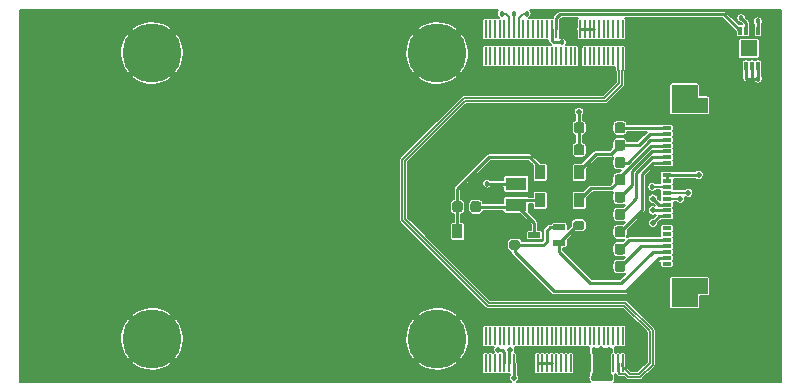
<source format=gbr>
%TF.GenerationSoftware,KiCad,Pcbnew,5.1.10-88a1d61d58~88~ubuntu20.04.1*%
%TF.CreationDate,2021-07-13T00:32:11+05:30*%
%TF.ProjectId,kimchi-epaper-lid,6b696d63-6869-42d6-9570-617065722d6c,v0.1*%
%TF.SameCoordinates,Original*%
%TF.FileFunction,Copper,L4,Bot*%
%TF.FilePolarity,Positive*%
%FSLAX46Y46*%
G04 Gerber Fmt 4.6, Leading zero omitted, Abs format (unit mm)*
G04 Created by KiCad (PCBNEW 5.1.10-88a1d61d58~88~ubuntu20.04.1) date 2021-07-13 00:32:11*
%MOMM*%
%LPD*%
G01*
G04 APERTURE LIST*
%TA.AperFunction,EtchedComponent*%
%ADD10C,0.100000*%
%TD*%
%TA.AperFunction,SMDPad,CuDef*%
%ADD11R,1.050000X0.500000*%
%TD*%
%TA.AperFunction,SMDPad,CuDef*%
%ADD12R,1.820000X1.140000*%
%TD*%
%TA.AperFunction,ComponentPad*%
%ADD13C,5.000000*%
%TD*%
%TA.AperFunction,SMDPad,CuDef*%
%ADD14R,0.200000X1.500000*%
%TD*%
%TA.AperFunction,SMDPad,CuDef*%
%ADD15R,0.300000X0.750000*%
%TD*%
%TA.AperFunction,SMDPad,CuDef*%
%ADD16R,1.460000X1.360000*%
%TD*%
%TA.AperFunction,SMDPad,CuDef*%
%ADD17R,0.900000X1.200000*%
%TD*%
%TA.AperFunction,SMDPad,CuDef*%
%ADD18R,0.800000X0.300000*%
%TD*%
%TA.AperFunction,ViaPad*%
%ADD19C,0.500000*%
%TD*%
%TA.AperFunction,ViaPad*%
%ADD20C,0.457200*%
%TD*%
%TA.AperFunction,Conductor*%
%ADD21C,0.254000*%
%TD*%
%TA.AperFunction,Conductor*%
%ADD22C,0.200000*%
%TD*%
%TA.AperFunction,Conductor*%
%ADD23C,0.127000*%
%TD*%
%TA.AperFunction,Conductor*%
%ADD24C,0.100000*%
%TD*%
G04 APERTURE END LIST*
D10*
G36*
X162441800Y-119370060D02*
G01*
X164641800Y-119370060D01*
X164641800Y-118270060D01*
X165491800Y-118270060D01*
X165491800Y-116970060D01*
X162441800Y-116970060D01*
X162441800Y-119370060D01*
G37*
G36*
X162441800Y-100570060D02*
G01*
X164641800Y-100570060D01*
X164641800Y-101670060D01*
X165491800Y-101670060D01*
X165491800Y-102970060D01*
X162441800Y-102970060D01*
X162441800Y-100570060D01*
G37*
G36*
X162441800Y-119370060D02*
G01*
X164641800Y-119370060D01*
X164641800Y-118270060D01*
X165491800Y-118270060D01*
X165491800Y-116970060D01*
X162441800Y-116970060D01*
X162441800Y-119370060D01*
G37*
G36*
X162441800Y-100570060D02*
G01*
X164641800Y-100570060D01*
X164641800Y-101670060D01*
X165491800Y-101670060D01*
X165491800Y-102970060D01*
X162441800Y-102970060D01*
X162441800Y-100570060D01*
G37*
D11*
X150829500Y-113301939D03*
X152929500Y-113951939D03*
X152929500Y-112651939D03*
D12*
X149290000Y-110720000D03*
X149290000Y-108940000D03*
D13*
X142600000Y-122100000D03*
X142600000Y-97900000D03*
X118450000Y-122100000D03*
X118450000Y-97900000D03*
D14*
X148700000Y-124160000D03*
X149100000Y-124160000D03*
X149500000Y-124160000D03*
X149900000Y-124160000D03*
X150300000Y-124160000D03*
X146700000Y-121840000D03*
X150700000Y-124160000D03*
X147100000Y-121840000D03*
X151100000Y-124160000D03*
X147500000Y-121840000D03*
X151500000Y-124160000D03*
X147900000Y-121840000D03*
X151900000Y-124160000D03*
X148300000Y-121840000D03*
X152300000Y-124160000D03*
X148700000Y-121840000D03*
X152700000Y-124160000D03*
X149100000Y-121840000D03*
X153100000Y-124160000D03*
X149500000Y-121840000D03*
X153500000Y-124160000D03*
X149900000Y-121840000D03*
X153900000Y-124160000D03*
X150300000Y-121840000D03*
X154300000Y-124160000D03*
X150700000Y-121840000D03*
X154700000Y-124160000D03*
X151100000Y-121840000D03*
X155100000Y-124160000D03*
X151500000Y-121840000D03*
X155500000Y-124160000D03*
X151900000Y-121840000D03*
X155900000Y-124160000D03*
X152300000Y-121840000D03*
X156300000Y-124160000D03*
X152700000Y-121840000D03*
X156700000Y-124160000D03*
X153100000Y-121840000D03*
X157100000Y-124160000D03*
X153500000Y-121840000D03*
X157500000Y-124160000D03*
X153900000Y-121840000D03*
X157900000Y-124160000D03*
X154300000Y-121840000D03*
X158300000Y-124160000D03*
X154700000Y-121840000D03*
X146700000Y-124160000D03*
X155100000Y-121840000D03*
X147100000Y-124160000D03*
X155500000Y-121840000D03*
X147500000Y-124160000D03*
X155900000Y-121840000D03*
X147900000Y-124160000D03*
X156300000Y-121840000D03*
X148300000Y-124160000D03*
X156700000Y-121840000D03*
X157100000Y-121840000D03*
X157500000Y-121840000D03*
X157900000Y-121840000D03*
X158300000Y-121840000D03*
X148700000Y-98160000D03*
X149100000Y-98160000D03*
X149500000Y-98160000D03*
X149900000Y-98160000D03*
X150300000Y-98160000D03*
X146700000Y-95840000D03*
X150700000Y-98160000D03*
X147100000Y-95840000D03*
X151100000Y-98160000D03*
X147500000Y-95840000D03*
X151500000Y-98160000D03*
X147900000Y-95840000D03*
X151900000Y-98160000D03*
X148300000Y-95840000D03*
X152300000Y-98160000D03*
X148700000Y-95840000D03*
X152700000Y-98160000D03*
X149100000Y-95840000D03*
X153100000Y-98160000D03*
X149500000Y-95840000D03*
X153500000Y-98160000D03*
X149900000Y-95840000D03*
X153900000Y-98160000D03*
X150300000Y-95840000D03*
X154300000Y-98160000D03*
X150700000Y-95840000D03*
X154700000Y-98160000D03*
X151100000Y-95840000D03*
X155100000Y-98160000D03*
X151500000Y-95840000D03*
X155500000Y-98160000D03*
X151900000Y-95840000D03*
X155900000Y-98160000D03*
X152300000Y-95840000D03*
X156300000Y-98160000D03*
X152700000Y-95840000D03*
X156700000Y-98160000D03*
X153100000Y-95840000D03*
X157100000Y-98160000D03*
X153500000Y-95840000D03*
X157500000Y-98160000D03*
X153900000Y-95840000D03*
X157900000Y-98160000D03*
X154300000Y-95840000D03*
X158300000Y-98160000D03*
X154700000Y-95840000D03*
X146700000Y-98160000D03*
X155100000Y-95840000D03*
X147100000Y-98160000D03*
X155500000Y-95840000D03*
X147500000Y-98160000D03*
X155900000Y-95840000D03*
X147900000Y-98160000D03*
X156300000Y-95840000D03*
X148300000Y-98160000D03*
X156700000Y-95840000D03*
X157100000Y-95840000D03*
X157500000Y-95840000D03*
X157900000Y-95840000D03*
X158300000Y-95840000D03*
D15*
X169750000Y-99000000D03*
X169250000Y-99000000D03*
X168750000Y-99000000D03*
X168250000Y-99000000D03*
X168250000Y-96000000D03*
X168750000Y-96000000D03*
X169250000Y-96000000D03*
X169750000Y-96000000D03*
D16*
X169000000Y-97500000D03*
%TA.AperFunction,SMDPad,CuDef*%
G36*
G01*
X155065140Y-105836400D02*
X155065140Y-106336400D01*
G75*
G02*
X154840140Y-106561400I-225000J0D01*
G01*
X154390140Y-106561400D01*
G75*
G02*
X154165140Y-106336400I0J225000D01*
G01*
X154165140Y-105836400D01*
G75*
G02*
X154390140Y-105611400I225000J0D01*
G01*
X154840140Y-105611400D01*
G75*
G02*
X155065140Y-105836400I0J-225000D01*
G01*
G37*
%TD.AperFunction*%
%TA.AperFunction,SMDPad,CuDef*%
G36*
G01*
X153515140Y-105836400D02*
X153515140Y-106336400D01*
G75*
G02*
X153290140Y-106561400I-225000J0D01*
G01*
X152840140Y-106561400D01*
G75*
G02*
X152615140Y-106336400I0J225000D01*
G01*
X152615140Y-105836400D01*
G75*
G02*
X152840140Y-105611400I225000J0D01*
G01*
X153290140Y-105611400D01*
G75*
G02*
X153515140Y-105836400I0J-225000D01*
G01*
G37*
%TD.AperFunction*%
%TA.AperFunction,SMDPad,CuDef*%
G36*
G01*
X145421140Y-111154780D02*
X145421140Y-110654780D01*
G75*
G02*
X145646140Y-110429780I225000J0D01*
G01*
X146096140Y-110429780D01*
G75*
G02*
X146321140Y-110654780I0J-225000D01*
G01*
X146321140Y-111154780D01*
G75*
G02*
X146096140Y-111379780I-225000J0D01*
G01*
X145646140Y-111379780D01*
G75*
G02*
X145421140Y-111154780I0J225000D01*
G01*
G37*
%TD.AperFunction*%
%TA.AperFunction,SMDPad,CuDef*%
G36*
G01*
X143871140Y-111154780D02*
X143871140Y-110654780D01*
G75*
G02*
X144096140Y-110429780I225000J0D01*
G01*
X144546140Y-110429780D01*
G75*
G02*
X144771140Y-110654780I0J-225000D01*
G01*
X144771140Y-111154780D01*
G75*
G02*
X144546140Y-111379780I-225000J0D01*
G01*
X144096140Y-111379780D01*
G75*
G02*
X143871140Y-111154780I0J225000D01*
G01*
G37*
%TD.AperFunction*%
%TA.AperFunction,SMDPad,CuDef*%
G36*
G01*
X156979400Y-108375446D02*
X156979400Y-108875446D01*
G75*
G02*
X156754400Y-109100446I-225000J0D01*
G01*
X156304400Y-109100446D01*
G75*
G02*
X156079400Y-108875446I0J225000D01*
G01*
X156079400Y-108375446D01*
G75*
G02*
X156304400Y-108150446I225000J0D01*
G01*
X156754400Y-108150446D01*
G75*
G02*
X156979400Y-108375446I0J-225000D01*
G01*
G37*
%TD.AperFunction*%
%TA.AperFunction,SMDPad,CuDef*%
G36*
G01*
X158529400Y-108375446D02*
X158529400Y-108875446D01*
G75*
G02*
X158304400Y-109100446I-225000J0D01*
G01*
X157854400Y-109100446D01*
G75*
G02*
X157629400Y-108875446I0J225000D01*
G01*
X157629400Y-108375446D01*
G75*
G02*
X157854400Y-108150446I225000J0D01*
G01*
X158304400Y-108150446D01*
G75*
G02*
X158529400Y-108375446I0J-225000D01*
G01*
G37*
%TD.AperFunction*%
%TA.AperFunction,SMDPad,CuDef*%
G36*
G01*
X156079400Y-105939842D02*
X156079400Y-105439842D01*
G75*
G02*
X156304400Y-105214842I225000J0D01*
G01*
X156754400Y-105214842D01*
G75*
G02*
X156979400Y-105439842I0J-225000D01*
G01*
X156979400Y-105939842D01*
G75*
G02*
X156754400Y-106164842I-225000J0D01*
G01*
X156304400Y-106164842D01*
G75*
G02*
X156079400Y-105939842I0J225000D01*
G01*
G37*
%TD.AperFunction*%
%TA.AperFunction,SMDPad,CuDef*%
G36*
G01*
X157629400Y-105939842D02*
X157629400Y-105439842D01*
G75*
G02*
X157854400Y-105214842I225000J0D01*
G01*
X158304400Y-105214842D01*
G75*
G02*
X158529400Y-105439842I0J-225000D01*
G01*
X158529400Y-105939842D01*
G75*
G02*
X158304400Y-106164842I-225000J0D01*
G01*
X157854400Y-106164842D01*
G75*
G02*
X157629400Y-105939842I0J225000D01*
G01*
G37*
%TD.AperFunction*%
%TA.AperFunction,SMDPad,CuDef*%
G36*
G01*
X157629400Y-113278852D02*
X157629400Y-112778852D01*
G75*
G02*
X157854400Y-112553852I225000J0D01*
G01*
X158304400Y-112553852D01*
G75*
G02*
X158529400Y-112778852I0J-225000D01*
G01*
X158529400Y-113278852D01*
G75*
G02*
X158304400Y-113503852I-225000J0D01*
G01*
X157854400Y-113503852D01*
G75*
G02*
X157629400Y-113278852I0J225000D01*
G01*
G37*
%TD.AperFunction*%
%TA.AperFunction,SMDPad,CuDef*%
G36*
G01*
X156079400Y-113278852D02*
X156079400Y-112778852D01*
G75*
G02*
X156304400Y-112553852I225000J0D01*
G01*
X156754400Y-112553852D01*
G75*
G02*
X156979400Y-112778852I0J-225000D01*
G01*
X156979400Y-113278852D01*
G75*
G02*
X156754400Y-113503852I-225000J0D01*
G01*
X156304400Y-113503852D01*
G75*
G02*
X156079400Y-113278852I0J225000D01*
G01*
G37*
%TD.AperFunction*%
%TA.AperFunction,SMDPad,CuDef*%
G36*
G01*
X158529400Y-111311050D02*
X158529400Y-111811050D01*
G75*
G02*
X158304400Y-112036050I-225000J0D01*
G01*
X157854400Y-112036050D01*
G75*
G02*
X157629400Y-111811050I0J225000D01*
G01*
X157629400Y-111311050D01*
G75*
G02*
X157854400Y-111086050I225000J0D01*
G01*
X158304400Y-111086050D01*
G75*
G02*
X158529400Y-111311050I0J-225000D01*
G01*
G37*
%TD.AperFunction*%
%TA.AperFunction,SMDPad,CuDef*%
G36*
G01*
X156979400Y-111311050D02*
X156979400Y-111811050D01*
G75*
G02*
X156754400Y-112036050I-225000J0D01*
G01*
X156304400Y-112036050D01*
G75*
G02*
X156079400Y-111811050I0J225000D01*
G01*
X156079400Y-111311050D01*
G75*
G02*
X156304400Y-111086050I225000J0D01*
G01*
X156754400Y-111086050D01*
G75*
G02*
X156979400Y-111311050I0J-225000D01*
G01*
G37*
%TD.AperFunction*%
%TA.AperFunction,SMDPad,CuDef*%
G36*
G01*
X156979400Y-109843248D02*
X156979400Y-110343248D01*
G75*
G02*
X156754400Y-110568248I-225000J0D01*
G01*
X156304400Y-110568248D01*
G75*
G02*
X156079400Y-110343248I0J225000D01*
G01*
X156079400Y-109843248D01*
G75*
G02*
X156304400Y-109618248I225000J0D01*
G01*
X156754400Y-109618248D01*
G75*
G02*
X156979400Y-109843248I0J-225000D01*
G01*
G37*
%TD.AperFunction*%
%TA.AperFunction,SMDPad,CuDef*%
G36*
G01*
X158529400Y-109843248D02*
X158529400Y-110343248D01*
G75*
G02*
X158304400Y-110568248I-225000J0D01*
G01*
X157854400Y-110568248D01*
G75*
G02*
X157629400Y-110343248I0J225000D01*
G01*
X157629400Y-109843248D01*
G75*
G02*
X157854400Y-109618248I225000J0D01*
G01*
X158304400Y-109618248D01*
G75*
G02*
X158529400Y-109843248I0J-225000D01*
G01*
G37*
%TD.AperFunction*%
%TA.AperFunction,SMDPad,CuDef*%
G36*
G01*
X156979400Y-106907644D02*
X156979400Y-107407644D01*
G75*
G02*
X156754400Y-107632644I-225000J0D01*
G01*
X156304400Y-107632644D01*
G75*
G02*
X156079400Y-107407644I0J225000D01*
G01*
X156079400Y-106907644D01*
G75*
G02*
X156304400Y-106682644I225000J0D01*
G01*
X156754400Y-106682644D01*
G75*
G02*
X156979400Y-106907644I0J-225000D01*
G01*
G37*
%TD.AperFunction*%
%TA.AperFunction,SMDPad,CuDef*%
G36*
G01*
X158529400Y-106907644D02*
X158529400Y-107407644D01*
G75*
G02*
X158304400Y-107632644I-225000J0D01*
G01*
X157854400Y-107632644D01*
G75*
G02*
X157629400Y-107407644I0J225000D01*
G01*
X157629400Y-106907644D01*
G75*
G02*
X157854400Y-106682644I225000J0D01*
G01*
X158304400Y-106682644D01*
G75*
G02*
X158529400Y-106907644I0J-225000D01*
G01*
G37*
%TD.AperFunction*%
%TA.AperFunction,SMDPad,CuDef*%
G36*
G01*
X156079400Y-104472040D02*
X156079400Y-103972040D01*
G75*
G02*
X156304400Y-103747040I225000J0D01*
G01*
X156754400Y-103747040D01*
G75*
G02*
X156979400Y-103972040I0J-225000D01*
G01*
X156979400Y-104472040D01*
G75*
G02*
X156754400Y-104697040I-225000J0D01*
G01*
X156304400Y-104697040D01*
G75*
G02*
X156079400Y-104472040I0J225000D01*
G01*
G37*
%TD.AperFunction*%
%TA.AperFunction,SMDPad,CuDef*%
G36*
G01*
X157629400Y-104472040D02*
X157629400Y-103972040D01*
G75*
G02*
X157854400Y-103747040I225000J0D01*
G01*
X158304400Y-103747040D01*
G75*
G02*
X158529400Y-103972040I0J-225000D01*
G01*
X158529400Y-104472040D01*
G75*
G02*
X158304400Y-104697040I-225000J0D01*
G01*
X157854400Y-104697040D01*
G75*
G02*
X157629400Y-104472040I0J225000D01*
G01*
G37*
%TD.AperFunction*%
%TA.AperFunction,SMDPad,CuDef*%
G36*
G01*
X158529400Y-115714456D02*
X158529400Y-116214456D01*
G75*
G02*
X158304400Y-116439456I-225000J0D01*
G01*
X157854400Y-116439456D01*
G75*
G02*
X157629400Y-116214456I0J225000D01*
G01*
X157629400Y-115714456D01*
G75*
G02*
X157854400Y-115489456I225000J0D01*
G01*
X158304400Y-115489456D01*
G75*
G02*
X158529400Y-115714456I0J-225000D01*
G01*
G37*
%TD.AperFunction*%
%TA.AperFunction,SMDPad,CuDef*%
G36*
G01*
X156979400Y-115714456D02*
X156979400Y-116214456D01*
G75*
G02*
X156754400Y-116439456I-225000J0D01*
G01*
X156304400Y-116439456D01*
G75*
G02*
X156079400Y-116214456I0J225000D01*
G01*
X156079400Y-115714456D01*
G75*
G02*
X156304400Y-115489456I225000J0D01*
G01*
X156754400Y-115489456D01*
G75*
G02*
X156979400Y-115714456I0J-225000D01*
G01*
G37*
%TD.AperFunction*%
%TA.AperFunction,SMDPad,CuDef*%
G36*
G01*
X157629400Y-114746654D02*
X157629400Y-114246654D01*
G75*
G02*
X157854400Y-114021654I225000J0D01*
G01*
X158304400Y-114021654D01*
G75*
G02*
X158529400Y-114246654I0J-225000D01*
G01*
X158529400Y-114746654D01*
G75*
G02*
X158304400Y-114971654I-225000J0D01*
G01*
X157854400Y-114971654D01*
G75*
G02*
X157629400Y-114746654I0J225000D01*
G01*
G37*
%TD.AperFunction*%
%TA.AperFunction,SMDPad,CuDef*%
G36*
G01*
X156079400Y-114746654D02*
X156079400Y-114246654D01*
G75*
G02*
X156304400Y-114021654I225000J0D01*
G01*
X156754400Y-114021654D01*
G75*
G02*
X156979400Y-114246654I0J-225000D01*
G01*
X156979400Y-114746654D01*
G75*
G02*
X156754400Y-114971654I-225000J0D01*
G01*
X156304400Y-114971654D01*
G75*
G02*
X156079400Y-114746654I0J225000D01*
G01*
G37*
%TD.AperFunction*%
%TA.AperFunction,SMDPad,CuDef*%
G36*
G01*
X152615140Y-104465959D02*
X152615140Y-103965959D01*
G75*
G02*
X152840140Y-103740959I225000J0D01*
G01*
X153290140Y-103740959D01*
G75*
G02*
X153515140Y-103965959I0J-225000D01*
G01*
X153515140Y-104465959D01*
G75*
G02*
X153290140Y-104690959I-225000J0D01*
G01*
X152840140Y-104690959D01*
G75*
G02*
X152615140Y-104465959I0J225000D01*
G01*
G37*
%TD.AperFunction*%
%TA.AperFunction,SMDPad,CuDef*%
G36*
G01*
X154165140Y-104465959D02*
X154165140Y-103965959D01*
G75*
G02*
X154390140Y-103740959I225000J0D01*
G01*
X154840140Y-103740959D01*
G75*
G02*
X155065140Y-103965959I0J-225000D01*
G01*
X155065140Y-104465959D01*
G75*
G02*
X154840140Y-104690959I-225000J0D01*
G01*
X154390140Y-104690959D01*
G75*
G02*
X154165140Y-104465959I0J225000D01*
G01*
G37*
%TD.AperFunction*%
D17*
X147616140Y-112982500D03*
X144316140Y-112982500D03*
X151317380Y-108004100D03*
X154617380Y-108004100D03*
X151317380Y-110371380D03*
X154617380Y-110371380D03*
%TA.AperFunction,SMDPad,CuDef*%
G36*
G01*
X149446620Y-114537500D02*
X148896620Y-114537500D01*
G75*
G02*
X148696620Y-114337500I0J200000D01*
G01*
X148696620Y-113937500D01*
G75*
G02*
X148896620Y-113737500I200000J0D01*
G01*
X149446620Y-113737500D01*
G75*
G02*
X149646620Y-113937500I0J-200000D01*
G01*
X149646620Y-114337500D01*
G75*
G02*
X149446620Y-114537500I-200000J0D01*
G01*
G37*
%TD.AperFunction*%
%TA.AperFunction,SMDPad,CuDef*%
G36*
G01*
X149446620Y-112887500D02*
X148896620Y-112887500D01*
G75*
G02*
X148696620Y-112687500I0J200000D01*
G01*
X148696620Y-112287500D01*
G75*
G02*
X148896620Y-112087500I200000J0D01*
G01*
X149446620Y-112087500D01*
G75*
G02*
X149646620Y-112287500I0J-200000D01*
G01*
X149646620Y-112687500D01*
G75*
G02*
X149446620Y-112887500I-200000J0D01*
G01*
G37*
%TD.AperFunction*%
%TA.AperFunction,SMDPad,CuDef*%
G36*
G01*
X154312380Y-113726939D02*
X154862380Y-113726939D01*
G75*
G02*
X155062380Y-113926939I0J-200000D01*
G01*
X155062380Y-114326939D01*
G75*
G02*
X154862380Y-114526939I-200000J0D01*
G01*
X154312380Y-114526939D01*
G75*
G02*
X154112380Y-114326939I0J200000D01*
G01*
X154112380Y-113926939D01*
G75*
G02*
X154312380Y-113726939I200000J0D01*
G01*
G37*
%TD.AperFunction*%
%TA.AperFunction,SMDPad,CuDef*%
G36*
G01*
X154312380Y-112076939D02*
X154862380Y-112076939D01*
G75*
G02*
X155062380Y-112276939I0J-200000D01*
G01*
X155062380Y-112676939D01*
G75*
G02*
X154862380Y-112876939I-200000J0D01*
G01*
X154312380Y-112876939D01*
G75*
G02*
X154112380Y-112676939I0J200000D01*
G01*
X154112380Y-112276939D01*
G75*
G02*
X154312380Y-112076939I200000J0D01*
G01*
G37*
%TD.AperFunction*%
D18*
X162041800Y-104220060D03*
X162041800Y-104720060D03*
X162041800Y-105220060D03*
X162041800Y-105720060D03*
X162041800Y-106220060D03*
X162041800Y-106720060D03*
X162041800Y-107220060D03*
X162041800Y-107720060D03*
X162041800Y-108220060D03*
X162041800Y-108720060D03*
X162041800Y-109220060D03*
X162041800Y-109720060D03*
X162041800Y-110220060D03*
X162041800Y-110720060D03*
X162041800Y-111220060D03*
X162041800Y-111720060D03*
X162041800Y-112220060D03*
X162041800Y-112720060D03*
X162041800Y-113220060D03*
X162041800Y-113720060D03*
X162041800Y-114220060D03*
X162041800Y-114720060D03*
X162041800Y-115220060D03*
X162041800Y-115720060D03*
D19*
X154492920Y-96985580D03*
X155585120Y-96995740D03*
X156677320Y-97000820D03*
X169179200Y-94656400D03*
X170380620Y-96617280D03*
X157769520Y-96998280D03*
X150423840Y-122987560D03*
X151302680Y-122992640D03*
X152181520Y-123007880D03*
X153060360Y-123000260D03*
X155557180Y-105014520D03*
X155554640Y-103884220D03*
X155790860Y-107894880D03*
X157187860Y-107892340D03*
X155562260Y-110790480D03*
X155562260Y-112015606D03*
X155562260Y-113240732D03*
X155562260Y-114465860D03*
D20*
X155887380Y-123002800D03*
X157109120Y-122992640D03*
X157129440Y-125423420D03*
X155821340Y-125390400D03*
X156498250Y-122982480D03*
X169750000Y-95200000D03*
X169750000Y-100050000D03*
X156475390Y-125406910D03*
D19*
X164729120Y-108212380D03*
X154614840Y-102860600D03*
D20*
X146830000Y-108940000D03*
X153164500Y-96995740D03*
X168335920Y-94918020D03*
X148079420Y-94549720D03*
X160797200Y-109220760D03*
X149100500Y-94549720D03*
D19*
X163169560Y-110221520D03*
D20*
X150169840Y-94549720D03*
D19*
X163857900Y-109718600D03*
X160860000Y-111220000D03*
X148773284Y-122993746D03*
X160865780Y-112276000D03*
X149097960Y-125398020D03*
X160865780Y-110216820D03*
X147772080Y-122992640D03*
D21*
X154700000Y-95840000D02*
X155100000Y-95840000D01*
X155100000Y-95840000D02*
X155500000Y-95840000D01*
X155500000Y-95840000D02*
X155900000Y-95840000D01*
X151100000Y-124160000D02*
X151500000Y-124160000D01*
X151500000Y-124160000D02*
X151900000Y-124160000D01*
X151900000Y-124160000D02*
X152300000Y-124160000D01*
X169750000Y-96000000D02*
X169750000Y-95200000D01*
X169750000Y-99000000D02*
X169750000Y-100050000D01*
X169250000Y-99000000D02*
X169250000Y-100050000D01*
X169250000Y-100050000D02*
X169750000Y-100050000D01*
X168750000Y-100050000D02*
X169250000Y-100050000D01*
X168750000Y-99000000D02*
X168750000Y-100050000D01*
X156300000Y-125401960D02*
X156296320Y-125405640D01*
X156300000Y-124160000D02*
X156300000Y-125401960D01*
X162041800Y-108220060D02*
X162041800Y-108720060D01*
X164721440Y-108220060D02*
X164729120Y-108212380D01*
X162041800Y-108220060D02*
X164721440Y-108220060D01*
X154615140Y-106086400D02*
X154615140Y-104215959D01*
X154615140Y-102860900D02*
X154614840Y-102860600D01*
X154615140Y-104215959D02*
X154615140Y-102860900D01*
X149290000Y-108940000D02*
X146830000Y-108940000D01*
X152451740Y-96995740D02*
X153164500Y-96995740D01*
X152300000Y-96844000D02*
X152451740Y-96995740D01*
X152300000Y-95840000D02*
X152300000Y-96844000D01*
X168750000Y-95332100D02*
X168750000Y-96000000D01*
X168335920Y-94918020D02*
X168750000Y-95332100D01*
X166860680Y-94610680D02*
X168250000Y-96000000D01*
X153022118Y-94610680D02*
X166860680Y-94610680D01*
X152700000Y-94932798D02*
X153022118Y-94610680D01*
X152700000Y-95840000D02*
X152700000Y-94932798D01*
X149105220Y-110904780D02*
X149290000Y-110720000D01*
X145871140Y-110904780D02*
X149105220Y-110904780D01*
X149638620Y-110371380D02*
X149290000Y-110720000D01*
X151317380Y-110371380D02*
X149638620Y-110371380D01*
X150829500Y-112259500D02*
X149290000Y-110720000D01*
X150829500Y-113301939D02*
X150829500Y-112259500D01*
X144321140Y-112977500D02*
X144316140Y-112982500D01*
X144321140Y-110904780D02*
X144321140Y-112977500D01*
X151317380Y-108004100D02*
X151317380Y-107587380D01*
X151317380Y-107587380D02*
X150430000Y-106700000D01*
X150430000Y-106700000D02*
X146990000Y-106700000D01*
X144321140Y-109368860D02*
X144321140Y-110904780D01*
X146990000Y-106700000D02*
X144321140Y-109368860D01*
X158079400Y-108359000D02*
X158079400Y-108625446D01*
X160718340Y-105720060D02*
X158079400Y-108359000D01*
X162041800Y-105720060D02*
X160718340Y-105720060D01*
X157350390Y-109354456D02*
X158079400Y-108625446D01*
X155634304Y-109354456D02*
X157350390Y-109354456D01*
X154617380Y-110371380D02*
X155634304Y-109354456D01*
X157350390Y-106418852D02*
X158079400Y-105689842D01*
X156055388Y-106418852D02*
X157350390Y-106418852D01*
X154620140Y-107854100D02*
X156055388Y-106418852D01*
X154620140Y-108004100D02*
X154620140Y-107854100D01*
X160621412Y-104720060D02*
X162041800Y-104720060D01*
X159651630Y-105689842D02*
X160621412Y-104720060D01*
X158079400Y-105689842D02*
X159651630Y-105689842D01*
X160849720Y-107220060D02*
X162041800Y-107220060D01*
X159933600Y-108136180D02*
X160849720Y-107220060D01*
X159933600Y-111174652D02*
X159933600Y-108136180D01*
X158079400Y-113028852D02*
X159933600Y-111174652D01*
X159458630Y-110181820D02*
X158079400Y-111561050D01*
X159458630Y-108057430D02*
X159458630Y-110181820D01*
X162041800Y-106720060D02*
X160796000Y-106720060D01*
X160796000Y-106720060D02*
X159458630Y-108057430D01*
X158079400Y-110093248D02*
X159077619Y-109095029D01*
X159077619Y-109095029D02*
X159077619Y-107899611D01*
X159077619Y-107899611D02*
X160757170Y-106220060D01*
X160757170Y-106220060D02*
X162041800Y-106220060D01*
X160660240Y-105220060D02*
X162041800Y-105220060D01*
X158722656Y-107157644D02*
X160660240Y-105220060D01*
X158079400Y-107157644D02*
X158722656Y-107157644D01*
X162039820Y-104222040D02*
X162041800Y-104220060D01*
X158079400Y-104222040D02*
X162039820Y-104222040D01*
X159823796Y-114220060D02*
X162041800Y-114220060D01*
X158079400Y-115964456D02*
X159823796Y-114220060D01*
X158855994Y-113720060D02*
X162041800Y-113720060D01*
X158079400Y-114496654D02*
X158855994Y-113720060D01*
D22*
X148700000Y-94847011D02*
X148700000Y-95840000D01*
X148402709Y-94549720D02*
X148079420Y-94549720D01*
X148700000Y-94847011D02*
X148402709Y-94549720D01*
X162041100Y-109220760D02*
X162041800Y-109220060D01*
X160797200Y-109220760D02*
X162041100Y-109220760D01*
X149100500Y-95839500D02*
X149100000Y-95840000D01*
X149100500Y-94549720D02*
X149100500Y-95839500D01*
X162043260Y-110221520D02*
X162041800Y-110220060D01*
X163169560Y-110221520D02*
X162043260Y-110221520D01*
X149500000Y-94881031D02*
X149500000Y-95840000D01*
X149831311Y-94549720D02*
X150169840Y-94549720D01*
X149500000Y-94881031D02*
X149831311Y-94549720D01*
X162043260Y-109718600D02*
X162041800Y-109720060D01*
X163857900Y-109718600D02*
X162043260Y-109718600D01*
D21*
X148700000Y-123067030D02*
X148700000Y-124160000D01*
X148773284Y-122993746D02*
X148700000Y-123067030D01*
X162041740Y-111220000D02*
X162041800Y-111220060D01*
X160860000Y-111220000D02*
X162041740Y-111220000D01*
X149097960Y-124162040D02*
X149100000Y-124160000D01*
X149097960Y-125398020D02*
X149097960Y-124162040D01*
X161421720Y-111720060D02*
X162041800Y-111720060D01*
X160865780Y-112276000D02*
X161421720Y-111720060D01*
D23*
X160837000Y-121317394D02*
X158542606Y-119023000D01*
X158542606Y-119023000D02*
X146972606Y-119023000D01*
X160837000Y-124272606D02*
X160837000Y-121317394D01*
X159762606Y-125347000D02*
X160837000Y-124272606D01*
X146972606Y-119023000D02*
X139897000Y-111947394D01*
X158540895Y-125100501D02*
X158787394Y-125347000D01*
X157973000Y-125025902D02*
X158047599Y-125100501D01*
X158787394Y-125347000D02*
X159762606Y-125347000D01*
X157900000Y-124160000D02*
X157973000Y-124233000D01*
X158227000Y-99358001D02*
X158300000Y-99285001D01*
X139897000Y-111947394D02*
X139897000Y-107012606D01*
X139897000Y-107012606D02*
X144962606Y-101947000D01*
X156852606Y-101947000D02*
X158227000Y-100572606D01*
X158300000Y-99285001D02*
X158300000Y-98160000D01*
X158047599Y-125100501D02*
X158540895Y-125100501D01*
X157973000Y-124233000D02*
X157973000Y-125025902D01*
X158227000Y-100572606D02*
X158227000Y-99358001D01*
X144962606Y-101947000D02*
X156852606Y-101947000D01*
X157973000Y-99358001D02*
X157900000Y-99285001D01*
X156747394Y-101693000D02*
X157973000Y-100467394D01*
X144857394Y-101693000D02*
X156747394Y-101693000D01*
X160583000Y-121422606D02*
X158437394Y-119277000D01*
X160583000Y-124167394D02*
X160583000Y-121422606D01*
X157900000Y-99285001D02*
X157900000Y-98160000D01*
X158227000Y-124427394D02*
X158892606Y-125093000D01*
X157973000Y-100467394D02*
X157973000Y-99358001D01*
X158437394Y-119277000D02*
X146867394Y-119277000D01*
X158227000Y-124233000D02*
X158227000Y-124427394D01*
X158892606Y-125093000D02*
X159657394Y-125093000D01*
X158300000Y-124160000D02*
X158227000Y-124233000D01*
X146867394Y-119277000D02*
X139643000Y-112052606D01*
X159657394Y-125093000D02*
X160583000Y-124167394D01*
X139643000Y-112052606D02*
X139643000Y-106907394D01*
X139643000Y-106907394D02*
X144857394Y-101693000D01*
D21*
X148300000Y-123167007D02*
X148125633Y-122992640D01*
X148125633Y-122992640D02*
X147772080Y-122992640D01*
X148300000Y-124160000D02*
X148300000Y-123167007D01*
X161369020Y-110720060D02*
X162041800Y-110720060D01*
X160865780Y-110216820D02*
X161369020Y-110720060D01*
X152150500Y-112651939D02*
X151881800Y-112920639D01*
X152929500Y-112651939D02*
X152150500Y-112651939D01*
X151881800Y-112920639D02*
X151881800Y-113853720D01*
X151598020Y-114137500D02*
X149171620Y-114137500D01*
X151881800Y-113853720D02*
X151598020Y-114137500D01*
X161387800Y-115220060D02*
X162041800Y-115220060D01*
X152450760Y-118047260D02*
X158560600Y-118047260D01*
X158560600Y-118047260D02*
X161387800Y-115220060D01*
X149171620Y-114768120D02*
X152450760Y-118047260D01*
X149171620Y-114137500D02*
X149171620Y-114768120D01*
X155559720Y-117351300D02*
X158203860Y-117351300D01*
X160835100Y-114720060D02*
X162041800Y-114720060D01*
X158203860Y-117351300D02*
X160835100Y-114720060D01*
X154404500Y-112476939D02*
X152929500Y-113951939D01*
X154587380Y-112476939D02*
X154404500Y-112476939D01*
X152929500Y-114721080D02*
X155559720Y-117351300D01*
X152929500Y-113951939D02*
X152929500Y-114721080D01*
D23*
X147753884Y-94282559D02*
X147708018Y-94351202D01*
X147676426Y-94427473D01*
X147660320Y-94508442D01*
X147660320Y-94590998D01*
X147676426Y-94671967D01*
X147708018Y-94748238D01*
X147753884Y-94816881D01*
X147812259Y-94875256D01*
X147847164Y-94898579D01*
X147800000Y-94898579D01*
X147762656Y-94902257D01*
X147726746Y-94913150D01*
X147700000Y-94927446D01*
X147673254Y-94913150D01*
X147637344Y-94902257D01*
X147600000Y-94898579D01*
X147400000Y-94898579D01*
X147362656Y-94902257D01*
X147326746Y-94913150D01*
X147300000Y-94927446D01*
X147273254Y-94913150D01*
X147237344Y-94902257D01*
X147200000Y-94898579D01*
X147000000Y-94898579D01*
X146962656Y-94902257D01*
X146926746Y-94913150D01*
X146900000Y-94927446D01*
X146873254Y-94913150D01*
X146837344Y-94902257D01*
X146800000Y-94898579D01*
X146600000Y-94898579D01*
X146562656Y-94902257D01*
X146526746Y-94913150D01*
X146493652Y-94930839D01*
X146464645Y-94954645D01*
X146440839Y-94983652D01*
X146423150Y-95016746D01*
X146412257Y-95052656D01*
X146408579Y-95090000D01*
X146408579Y-96590000D01*
X146412257Y-96627344D01*
X146423150Y-96663254D01*
X146440839Y-96696348D01*
X146464645Y-96725355D01*
X146493652Y-96749161D01*
X146526746Y-96766850D01*
X146562656Y-96777743D01*
X146600000Y-96781421D01*
X146800000Y-96781421D01*
X146837344Y-96777743D01*
X146873254Y-96766850D01*
X146900000Y-96752554D01*
X146926746Y-96766850D01*
X146962656Y-96777743D01*
X147000000Y-96781421D01*
X147200000Y-96781421D01*
X147237344Y-96777743D01*
X147273254Y-96766850D01*
X147300000Y-96752554D01*
X147326746Y-96766850D01*
X147362656Y-96777743D01*
X147400000Y-96781421D01*
X147600000Y-96781421D01*
X147637344Y-96777743D01*
X147673254Y-96766850D01*
X147700000Y-96752554D01*
X147726746Y-96766850D01*
X147762656Y-96777743D01*
X147800000Y-96781421D01*
X148000000Y-96781421D01*
X148037344Y-96777743D01*
X148073254Y-96766850D01*
X148100000Y-96752554D01*
X148126746Y-96766850D01*
X148162656Y-96777743D01*
X148200000Y-96781421D01*
X148400000Y-96781421D01*
X148437344Y-96777743D01*
X148473254Y-96766850D01*
X148500000Y-96752554D01*
X148526746Y-96766850D01*
X148562656Y-96777743D01*
X148600000Y-96781421D01*
X148800000Y-96781421D01*
X148837344Y-96777743D01*
X148873254Y-96766850D01*
X148900000Y-96752554D01*
X148926746Y-96766850D01*
X148962656Y-96777743D01*
X149000000Y-96781421D01*
X149200000Y-96781421D01*
X149237344Y-96777743D01*
X149273254Y-96766850D01*
X149300000Y-96752554D01*
X149326746Y-96766850D01*
X149362656Y-96777743D01*
X149400000Y-96781421D01*
X149600000Y-96781421D01*
X149637344Y-96777743D01*
X149673254Y-96766850D01*
X149700000Y-96752554D01*
X149726746Y-96766850D01*
X149762656Y-96777743D01*
X149800000Y-96781421D01*
X150000000Y-96781421D01*
X150037344Y-96777743D01*
X150073254Y-96766850D01*
X150100000Y-96752554D01*
X150126746Y-96766850D01*
X150162656Y-96777743D01*
X150200000Y-96781421D01*
X150400000Y-96781421D01*
X150437344Y-96777743D01*
X150473254Y-96766850D01*
X150500000Y-96752554D01*
X150526746Y-96766850D01*
X150562656Y-96777743D01*
X150600000Y-96781421D01*
X150800000Y-96781421D01*
X150837344Y-96777743D01*
X150873254Y-96766850D01*
X150900000Y-96752554D01*
X150926746Y-96766850D01*
X150962656Y-96777743D01*
X151000000Y-96781421D01*
X151200000Y-96781421D01*
X151237344Y-96777743D01*
X151273254Y-96766850D01*
X151300000Y-96752554D01*
X151326746Y-96766850D01*
X151362656Y-96777743D01*
X151400000Y-96781421D01*
X151600000Y-96781421D01*
X151637344Y-96777743D01*
X151673254Y-96766850D01*
X151700000Y-96752554D01*
X151726746Y-96766850D01*
X151762656Y-96777743D01*
X151800000Y-96781421D01*
X151982501Y-96781421D01*
X151982501Y-96828395D01*
X151980964Y-96844000D01*
X151987094Y-96906240D01*
X152005249Y-96966089D01*
X152005250Y-96966090D01*
X152034732Y-97021247D01*
X152074408Y-97069593D01*
X152086525Y-97079537D01*
X152216198Y-97209210D01*
X152223887Y-97218579D01*
X152200000Y-97218579D01*
X152162656Y-97222257D01*
X152126746Y-97233150D01*
X152100000Y-97247446D01*
X152073254Y-97233150D01*
X152037344Y-97222257D01*
X152000000Y-97218579D01*
X151800000Y-97218579D01*
X151762656Y-97222257D01*
X151726746Y-97233150D01*
X151700000Y-97247446D01*
X151673254Y-97233150D01*
X151637344Y-97222257D01*
X151600000Y-97218579D01*
X151400000Y-97218579D01*
X151362656Y-97222257D01*
X151326746Y-97233150D01*
X151300000Y-97247446D01*
X151273254Y-97233150D01*
X151237344Y-97222257D01*
X151200000Y-97218579D01*
X151000000Y-97218579D01*
X150962656Y-97222257D01*
X150926746Y-97233150D01*
X150900000Y-97247446D01*
X150873254Y-97233150D01*
X150837344Y-97222257D01*
X150800000Y-97218579D01*
X150600000Y-97218579D01*
X150562656Y-97222257D01*
X150526746Y-97233150D01*
X150500000Y-97247446D01*
X150473254Y-97233150D01*
X150437344Y-97222257D01*
X150400000Y-97218579D01*
X150200000Y-97218579D01*
X150162656Y-97222257D01*
X150126746Y-97233150D01*
X150100000Y-97247446D01*
X150073254Y-97233150D01*
X150037344Y-97222257D01*
X150000000Y-97218579D01*
X149800000Y-97218579D01*
X149762656Y-97222257D01*
X149726746Y-97233150D01*
X149700000Y-97247446D01*
X149673254Y-97233150D01*
X149637344Y-97222257D01*
X149600000Y-97218579D01*
X149400000Y-97218579D01*
X149362656Y-97222257D01*
X149326746Y-97233150D01*
X149300000Y-97247446D01*
X149273254Y-97233150D01*
X149237344Y-97222257D01*
X149200000Y-97218579D01*
X149000000Y-97218579D01*
X148962656Y-97222257D01*
X148926746Y-97233150D01*
X148900000Y-97247446D01*
X148873254Y-97233150D01*
X148837344Y-97222257D01*
X148800000Y-97218579D01*
X148600000Y-97218579D01*
X148562656Y-97222257D01*
X148526746Y-97233150D01*
X148500000Y-97247446D01*
X148473254Y-97233150D01*
X148437344Y-97222257D01*
X148400000Y-97218579D01*
X148200000Y-97218579D01*
X148162656Y-97222257D01*
X148126746Y-97233150D01*
X148100000Y-97247446D01*
X148073254Y-97233150D01*
X148037344Y-97222257D01*
X148000000Y-97218579D01*
X147800000Y-97218579D01*
X147762656Y-97222257D01*
X147726746Y-97233150D01*
X147700000Y-97247446D01*
X147673254Y-97233150D01*
X147637344Y-97222257D01*
X147600000Y-97218579D01*
X147400000Y-97218579D01*
X147362656Y-97222257D01*
X147326746Y-97233150D01*
X147300000Y-97247446D01*
X147273254Y-97233150D01*
X147237344Y-97222257D01*
X147200000Y-97218579D01*
X147000000Y-97218579D01*
X146962656Y-97222257D01*
X146926746Y-97233150D01*
X146900000Y-97247446D01*
X146873254Y-97233150D01*
X146837344Y-97222257D01*
X146800000Y-97218579D01*
X146600000Y-97218579D01*
X146562656Y-97222257D01*
X146526746Y-97233150D01*
X146493652Y-97250839D01*
X146464645Y-97274645D01*
X146440839Y-97303652D01*
X146423150Y-97336746D01*
X146412257Y-97372656D01*
X146408579Y-97410000D01*
X146408579Y-98910000D01*
X146412257Y-98947344D01*
X146423150Y-98983254D01*
X146440839Y-99016348D01*
X146464645Y-99045355D01*
X146493652Y-99069161D01*
X146526746Y-99086850D01*
X146562656Y-99097743D01*
X146600000Y-99101421D01*
X146800000Y-99101421D01*
X146837344Y-99097743D01*
X146873254Y-99086850D01*
X146900000Y-99072554D01*
X146926746Y-99086850D01*
X146962656Y-99097743D01*
X147000000Y-99101421D01*
X147200000Y-99101421D01*
X147237344Y-99097743D01*
X147273254Y-99086850D01*
X147300000Y-99072554D01*
X147326746Y-99086850D01*
X147362656Y-99097743D01*
X147400000Y-99101421D01*
X147600000Y-99101421D01*
X147637344Y-99097743D01*
X147673254Y-99086850D01*
X147700000Y-99072554D01*
X147726746Y-99086850D01*
X147762656Y-99097743D01*
X147800000Y-99101421D01*
X148000000Y-99101421D01*
X148037344Y-99097743D01*
X148073254Y-99086850D01*
X148100000Y-99072554D01*
X148126746Y-99086850D01*
X148162656Y-99097743D01*
X148200000Y-99101421D01*
X148400000Y-99101421D01*
X148437344Y-99097743D01*
X148473254Y-99086850D01*
X148500000Y-99072554D01*
X148526746Y-99086850D01*
X148562656Y-99097743D01*
X148600000Y-99101421D01*
X148800000Y-99101421D01*
X148837344Y-99097743D01*
X148873254Y-99086850D01*
X148900000Y-99072554D01*
X148926746Y-99086850D01*
X148962656Y-99097743D01*
X149000000Y-99101421D01*
X149200000Y-99101421D01*
X149237344Y-99097743D01*
X149273254Y-99086850D01*
X149300000Y-99072554D01*
X149326746Y-99086850D01*
X149362656Y-99097743D01*
X149400000Y-99101421D01*
X149600000Y-99101421D01*
X149637344Y-99097743D01*
X149673254Y-99086850D01*
X149700000Y-99072554D01*
X149726746Y-99086850D01*
X149762656Y-99097743D01*
X149800000Y-99101421D01*
X150000000Y-99101421D01*
X150037344Y-99097743D01*
X150073254Y-99086850D01*
X150100000Y-99072554D01*
X150126746Y-99086850D01*
X150162656Y-99097743D01*
X150200000Y-99101421D01*
X150400000Y-99101421D01*
X150437344Y-99097743D01*
X150473254Y-99086850D01*
X150500000Y-99072554D01*
X150526746Y-99086850D01*
X150562656Y-99097743D01*
X150600000Y-99101421D01*
X150800000Y-99101421D01*
X150837344Y-99097743D01*
X150873254Y-99086850D01*
X150900000Y-99072554D01*
X150926746Y-99086850D01*
X150962656Y-99097743D01*
X151000000Y-99101421D01*
X151200000Y-99101421D01*
X151237344Y-99097743D01*
X151273254Y-99086850D01*
X151300000Y-99072554D01*
X151326746Y-99086850D01*
X151362656Y-99097743D01*
X151400000Y-99101421D01*
X151600000Y-99101421D01*
X151637344Y-99097743D01*
X151673254Y-99086850D01*
X151700000Y-99072554D01*
X151726746Y-99086850D01*
X151762656Y-99097743D01*
X151800000Y-99101421D01*
X152000000Y-99101421D01*
X152037344Y-99097743D01*
X152073254Y-99086850D01*
X152100000Y-99072554D01*
X152126746Y-99086850D01*
X152162656Y-99097743D01*
X152200000Y-99101421D01*
X152400000Y-99101421D01*
X152437344Y-99097743D01*
X152473254Y-99086850D01*
X152500000Y-99072554D01*
X152526746Y-99086850D01*
X152562656Y-99097743D01*
X152600000Y-99101421D01*
X152800000Y-99101421D01*
X152837344Y-99097743D01*
X152873254Y-99086850D01*
X152900000Y-99072554D01*
X152926746Y-99086850D01*
X152962656Y-99097743D01*
X153000000Y-99101421D01*
X153200000Y-99101421D01*
X153237344Y-99097743D01*
X153273254Y-99086850D01*
X153300000Y-99072554D01*
X153326746Y-99086850D01*
X153362656Y-99097743D01*
X153400000Y-99101421D01*
X153600000Y-99101421D01*
X153637344Y-99097743D01*
X153673254Y-99086850D01*
X153700000Y-99072554D01*
X153726746Y-99086850D01*
X153762656Y-99097743D01*
X153800000Y-99101421D01*
X154000000Y-99101421D01*
X154037344Y-99097743D01*
X154073254Y-99086850D01*
X154100000Y-99072554D01*
X154126746Y-99086850D01*
X154162656Y-99097743D01*
X154200000Y-99101421D01*
X154400000Y-99101421D01*
X154437344Y-99097743D01*
X154473254Y-99086850D01*
X154506348Y-99069161D01*
X154535355Y-99045355D01*
X154559161Y-99016348D01*
X154576850Y-98983254D01*
X154587743Y-98947344D01*
X154591421Y-98910000D01*
X154591421Y-97410000D01*
X154587743Y-97372656D01*
X154576850Y-97336746D01*
X154559161Y-97303652D01*
X154535355Y-97274645D01*
X154506348Y-97250839D01*
X154473254Y-97233150D01*
X154437344Y-97222257D01*
X154400000Y-97218579D01*
X154200000Y-97218579D01*
X154162656Y-97222257D01*
X154126746Y-97233150D01*
X154100000Y-97247446D01*
X154073254Y-97233150D01*
X154037344Y-97222257D01*
X154000000Y-97218579D01*
X153800000Y-97218579D01*
X153762656Y-97222257D01*
X153726746Y-97233150D01*
X153700000Y-97247446D01*
X153673254Y-97233150D01*
X153637344Y-97222257D01*
X153600000Y-97218579D01*
X153519651Y-97218579D01*
X153535902Y-97194258D01*
X153567494Y-97117987D01*
X153583600Y-97037018D01*
X153583600Y-96954462D01*
X153567494Y-96873493D01*
X153545337Y-96820000D01*
X168078579Y-96820000D01*
X168078579Y-98180000D01*
X168082257Y-98217344D01*
X168093150Y-98253254D01*
X168110839Y-98286348D01*
X168134645Y-98315355D01*
X168163652Y-98339161D01*
X168196746Y-98356850D01*
X168232656Y-98367743D01*
X168270000Y-98371421D01*
X169730000Y-98371421D01*
X169767344Y-98367743D01*
X169803254Y-98356850D01*
X169836348Y-98339161D01*
X169865355Y-98315355D01*
X169889161Y-98286348D01*
X169906850Y-98253254D01*
X169917743Y-98217344D01*
X169921421Y-98180000D01*
X169921421Y-96820000D01*
X169917743Y-96782656D01*
X169906850Y-96746746D01*
X169889161Y-96713652D01*
X169865355Y-96684645D01*
X169836348Y-96660839D01*
X169803254Y-96643150D01*
X169767344Y-96632257D01*
X169730000Y-96628579D01*
X168270000Y-96628579D01*
X168232656Y-96632257D01*
X168196746Y-96643150D01*
X168163652Y-96660839D01*
X168134645Y-96684645D01*
X168110839Y-96713652D01*
X168093150Y-96746746D01*
X168082257Y-96782656D01*
X168078579Y-96820000D01*
X153545337Y-96820000D01*
X153535902Y-96797222D01*
X153490036Y-96728579D01*
X153431661Y-96670204D01*
X153363018Y-96624338D01*
X153286747Y-96592746D01*
X153205778Y-96576640D01*
X153123222Y-96576640D01*
X153042253Y-96592746D01*
X152988977Y-96614813D01*
X152991421Y-96590000D01*
X152991421Y-95968320D01*
X152994751Y-95962090D01*
X153012906Y-95902241D01*
X153017500Y-95855596D01*
X153017500Y-95064310D01*
X153153631Y-94928180D01*
X154498627Y-94928180D01*
X154493652Y-94930839D01*
X154464645Y-94954645D01*
X154440839Y-94983652D01*
X154423150Y-95016746D01*
X154412257Y-95052656D01*
X154408579Y-95090000D01*
X154408579Y-95711680D01*
X154405249Y-95717910D01*
X154387094Y-95777759D01*
X154380964Y-95840000D01*
X154387094Y-95902241D01*
X154405249Y-95962090D01*
X154408579Y-95968320D01*
X154408579Y-96590000D01*
X154412257Y-96627344D01*
X154423150Y-96663254D01*
X154440839Y-96696348D01*
X154464645Y-96725355D01*
X154493652Y-96749161D01*
X154526746Y-96766850D01*
X154562656Y-96777743D01*
X154600000Y-96781421D01*
X154800000Y-96781421D01*
X154837344Y-96777743D01*
X154873254Y-96766850D01*
X154900000Y-96752554D01*
X154926746Y-96766850D01*
X154962656Y-96777743D01*
X155000000Y-96781421D01*
X155200000Y-96781421D01*
X155237344Y-96777743D01*
X155273254Y-96766850D01*
X155300000Y-96752554D01*
X155326746Y-96766850D01*
X155362656Y-96777743D01*
X155400000Y-96781421D01*
X155600000Y-96781421D01*
X155637344Y-96777743D01*
X155673254Y-96766850D01*
X155700000Y-96752554D01*
X155726746Y-96766850D01*
X155762656Y-96777743D01*
X155800000Y-96781421D01*
X156000000Y-96781421D01*
X156037344Y-96777743D01*
X156073254Y-96766850D01*
X156100000Y-96752554D01*
X156126746Y-96766850D01*
X156162656Y-96777743D01*
X156200000Y-96781421D01*
X156400000Y-96781421D01*
X156437344Y-96777743D01*
X156473254Y-96766850D01*
X156500000Y-96752554D01*
X156526746Y-96766850D01*
X156562656Y-96777743D01*
X156600000Y-96781421D01*
X156800000Y-96781421D01*
X156837344Y-96777743D01*
X156873254Y-96766850D01*
X156900000Y-96752554D01*
X156926746Y-96766850D01*
X156962656Y-96777743D01*
X157000000Y-96781421D01*
X157200000Y-96781421D01*
X157237344Y-96777743D01*
X157273254Y-96766850D01*
X157300000Y-96752554D01*
X157326746Y-96766850D01*
X157362656Y-96777743D01*
X157400000Y-96781421D01*
X157600000Y-96781421D01*
X157637344Y-96777743D01*
X157673254Y-96766850D01*
X157700000Y-96752554D01*
X157726746Y-96766850D01*
X157762656Y-96777743D01*
X157800000Y-96781421D01*
X158000000Y-96781421D01*
X158037344Y-96777743D01*
X158073254Y-96766850D01*
X158100000Y-96752554D01*
X158126746Y-96766850D01*
X158162656Y-96777743D01*
X158200000Y-96781421D01*
X158400000Y-96781421D01*
X158437344Y-96777743D01*
X158473254Y-96766850D01*
X158506348Y-96749161D01*
X158535355Y-96725355D01*
X158559161Y-96696348D01*
X158576850Y-96663254D01*
X158587743Y-96627344D01*
X158591421Y-96590000D01*
X158591421Y-95090000D01*
X158587743Y-95052656D01*
X158576850Y-95016746D01*
X158559161Y-94983652D01*
X158535355Y-94954645D01*
X158506348Y-94930839D01*
X158501373Y-94928180D01*
X166729168Y-94928180D01*
X167908579Y-96107592D01*
X167908579Y-96375000D01*
X167912257Y-96412344D01*
X167923150Y-96448254D01*
X167940839Y-96481348D01*
X167964645Y-96510355D01*
X167993652Y-96534161D01*
X168026746Y-96551850D01*
X168062656Y-96562743D01*
X168100000Y-96566421D01*
X168400000Y-96566421D01*
X168437344Y-96562743D01*
X168473254Y-96551850D01*
X168500000Y-96537554D01*
X168526746Y-96551850D01*
X168562656Y-96562743D01*
X168600000Y-96566421D01*
X168900000Y-96566421D01*
X168937344Y-96562743D01*
X168973254Y-96551850D01*
X169006348Y-96534161D01*
X169035355Y-96510355D01*
X169059161Y-96481348D01*
X169076850Y-96448254D01*
X169087743Y-96412344D01*
X169091421Y-96375000D01*
X169091421Y-95625000D01*
X169087743Y-95587656D01*
X169076850Y-95551746D01*
X169067500Y-95534253D01*
X169067500Y-95347696D01*
X169069036Y-95332100D01*
X169062906Y-95269859D01*
X169044751Y-95210010D01*
X169017338Y-95158722D01*
X169330900Y-95158722D01*
X169330900Y-95241278D01*
X169347006Y-95322247D01*
X169378598Y-95398518D01*
X169424464Y-95467161D01*
X169432501Y-95475198D01*
X169432501Y-95534252D01*
X169423150Y-95551746D01*
X169412257Y-95587656D01*
X169408579Y-95625000D01*
X169408579Y-96375000D01*
X169412257Y-96412344D01*
X169423150Y-96448254D01*
X169440839Y-96481348D01*
X169464645Y-96510355D01*
X169493652Y-96534161D01*
X169526746Y-96551850D01*
X169562656Y-96562743D01*
X169600000Y-96566421D01*
X169900000Y-96566421D01*
X169937344Y-96562743D01*
X169973254Y-96551850D01*
X170006348Y-96534161D01*
X170035355Y-96510355D01*
X170059161Y-96481348D01*
X170076850Y-96448254D01*
X170087743Y-96412344D01*
X170091421Y-96375000D01*
X170091421Y-95625000D01*
X170087743Y-95587656D01*
X170076850Y-95551746D01*
X170067500Y-95534253D01*
X170067500Y-95475197D01*
X170075536Y-95467161D01*
X170121402Y-95398518D01*
X170152994Y-95322247D01*
X170169100Y-95241278D01*
X170169100Y-95158722D01*
X170152994Y-95077753D01*
X170121402Y-95001482D01*
X170075536Y-94932839D01*
X170017161Y-94874464D01*
X169948518Y-94828598D01*
X169872247Y-94797006D01*
X169791278Y-94780900D01*
X169708722Y-94780900D01*
X169627753Y-94797006D01*
X169551482Y-94828598D01*
X169482839Y-94874464D01*
X169424464Y-94932839D01*
X169378598Y-95001482D01*
X169347006Y-95077753D01*
X169330900Y-95158722D01*
X169017338Y-95158722D01*
X169015269Y-95154853D01*
X169002190Y-95138916D01*
X168975593Y-95106507D01*
X168963477Y-95096564D01*
X168755020Y-94888108D01*
X168755020Y-94876742D01*
X168738914Y-94795773D01*
X168707322Y-94719502D01*
X168661456Y-94650859D01*
X168603081Y-94592484D01*
X168534438Y-94546618D01*
X168458167Y-94515026D01*
X168377198Y-94498920D01*
X168294642Y-94498920D01*
X168213673Y-94515026D01*
X168137402Y-94546618D01*
X168068759Y-94592484D01*
X168010384Y-94650859D01*
X167964518Y-94719502D01*
X167932926Y-94795773D01*
X167916820Y-94876742D01*
X167916820Y-94959298D01*
X167932926Y-95040267D01*
X167964518Y-95116538D01*
X168010384Y-95185181D01*
X168068759Y-95243556D01*
X168137402Y-95289422D01*
X168213673Y-95321014D01*
X168294642Y-95337120D01*
X168306008Y-95337120D01*
X168402736Y-95433848D01*
X168400000Y-95433579D01*
X168132592Y-95433579D01*
X167096222Y-94397210D01*
X167086273Y-94385087D01*
X167037927Y-94345411D01*
X166982770Y-94315929D01*
X166922921Y-94297774D01*
X166876276Y-94293180D01*
X166860680Y-94291644D01*
X166845084Y-94293180D01*
X153037714Y-94293180D01*
X153022118Y-94291644D01*
X153006522Y-94293180D01*
X152959877Y-94297774D01*
X152900028Y-94315929D01*
X152844871Y-94345411D01*
X152796525Y-94385087D01*
X152786581Y-94397205D01*
X152486525Y-94697261D01*
X152474408Y-94707205D01*
X152434732Y-94755551D01*
X152434424Y-94756128D01*
X152405249Y-94810709D01*
X152387094Y-94870558D01*
X152384334Y-94898579D01*
X152200000Y-94898579D01*
X152162656Y-94902257D01*
X152126746Y-94913150D01*
X152100000Y-94927446D01*
X152073254Y-94913150D01*
X152037344Y-94902257D01*
X152000000Y-94898579D01*
X151800000Y-94898579D01*
X151762656Y-94902257D01*
X151726746Y-94913150D01*
X151700000Y-94927446D01*
X151673254Y-94913150D01*
X151637344Y-94902257D01*
X151600000Y-94898579D01*
X151400000Y-94898579D01*
X151362656Y-94902257D01*
X151326746Y-94913150D01*
X151300000Y-94927446D01*
X151273254Y-94913150D01*
X151237344Y-94902257D01*
X151200000Y-94898579D01*
X151000000Y-94898579D01*
X150962656Y-94902257D01*
X150926746Y-94913150D01*
X150900000Y-94927446D01*
X150873254Y-94913150D01*
X150837344Y-94902257D01*
X150800000Y-94898579D01*
X150600000Y-94898579D01*
X150562656Y-94902257D01*
X150526746Y-94913150D01*
X150500000Y-94927446D01*
X150473254Y-94913150D01*
X150437344Y-94902257D01*
X150401827Y-94898759D01*
X150437001Y-94875256D01*
X150495376Y-94816881D01*
X150541242Y-94748238D01*
X150572834Y-94671967D01*
X150588940Y-94590998D01*
X150588940Y-94508442D01*
X150572834Y-94427473D01*
X150541242Y-94351202D01*
X150495376Y-94282559D01*
X150478317Y-94265500D01*
X171734500Y-94265500D01*
X171734501Y-125734500D01*
X157612644Y-125734500D01*
X157620575Y-125724836D01*
X157638179Y-125691901D01*
X157649020Y-125656165D01*
X157652680Y-125619000D01*
X157652680Y-125093091D01*
X157673254Y-125086850D01*
X157700000Y-125072554D01*
X157725928Y-125086413D01*
X157737200Y-125123573D01*
X157760786Y-125167698D01*
X157784578Y-125196690D01*
X157784587Y-125196699D01*
X157792528Y-125206375D01*
X157802204Y-125214316D01*
X157859180Y-125271292D01*
X157867126Y-125280974D01*
X157876808Y-125288920D01*
X157876811Y-125288923D01*
X157886906Y-125297207D01*
X157905802Y-125312715D01*
X157949927Y-125336301D01*
X157997806Y-125350825D01*
X158035130Y-125354501D01*
X158035141Y-125354501D01*
X158047599Y-125355728D01*
X158060057Y-125354501D01*
X158435685Y-125354501D01*
X158598975Y-125517791D01*
X158606921Y-125527473D01*
X158616603Y-125535419D01*
X158616605Y-125535421D01*
X158629090Y-125545667D01*
X158645597Y-125559214D01*
X158689722Y-125582800D01*
X158737601Y-125597324D01*
X158774925Y-125601000D01*
X158774935Y-125601000D01*
X158787393Y-125602227D01*
X158799851Y-125601000D01*
X159750148Y-125601000D01*
X159762606Y-125602227D01*
X159775064Y-125601000D01*
X159775075Y-125601000D01*
X159812399Y-125597324D01*
X159860278Y-125582800D01*
X159904403Y-125559214D01*
X159920929Y-125545651D01*
X159933394Y-125535422D01*
X159933397Y-125535419D01*
X159943079Y-125527473D01*
X159951025Y-125517791D01*
X161007791Y-124461025D01*
X161017473Y-124453079D01*
X161025419Y-124443397D01*
X161025422Y-124443394D01*
X161049215Y-124414403D01*
X161070385Y-124374796D01*
X161072800Y-124370278D01*
X161087324Y-124322399D01*
X161091000Y-124285075D01*
X161091000Y-124285064D01*
X161092227Y-124272606D01*
X161091000Y-124260148D01*
X161091000Y-121329851D01*
X161092227Y-121317393D01*
X161091000Y-121304935D01*
X161091000Y-121304925D01*
X161087324Y-121267601D01*
X161072800Y-121219722D01*
X161049214Y-121175597D01*
X161017473Y-121136921D01*
X161007791Y-121128975D01*
X158731025Y-118852209D01*
X158723079Y-118842527D01*
X158713397Y-118834581D01*
X158713394Y-118834578D01*
X158700929Y-118824349D01*
X158684403Y-118810786D01*
X158640278Y-118787200D01*
X158592399Y-118772676D01*
X158555075Y-118769000D01*
X158555064Y-118769000D01*
X158542606Y-118767773D01*
X158530148Y-118769000D01*
X147077817Y-118769000D01*
X142246317Y-113937500D01*
X148505199Y-113937500D01*
X148505199Y-114337500D01*
X148512720Y-114413862D01*
X148534994Y-114487290D01*
X148571165Y-114554962D01*
X148619844Y-114614276D01*
X148679158Y-114662955D01*
X148746830Y-114699126D01*
X148820258Y-114721400D01*
X148854121Y-114724735D01*
X148854121Y-114752515D01*
X148852584Y-114768120D01*
X148858714Y-114830360D01*
X148876869Y-114890209D01*
X148882650Y-114901024D01*
X148906352Y-114945367D01*
X148946028Y-114993713D01*
X148958145Y-115003657D01*
X152215223Y-118260736D01*
X152225167Y-118272853D01*
X152273513Y-118312529D01*
X152328670Y-118342011D01*
X152388519Y-118360166D01*
X152435164Y-118364760D01*
X152435166Y-118364760D01*
X152450759Y-118366296D01*
X152466352Y-118364760D01*
X158545004Y-118364760D01*
X158560600Y-118366296D01*
X158576196Y-118364760D01*
X158622841Y-118360166D01*
X158682690Y-118342011D01*
X158737847Y-118312529D01*
X158786193Y-118272853D01*
X158796142Y-118260730D01*
X160086812Y-116970060D01*
X162251300Y-116970060D01*
X162251300Y-119370060D01*
X162253050Y-119387913D01*
X162254674Y-119405756D01*
X162254863Y-119406398D01*
X162254928Y-119407062D01*
X162260096Y-119424179D01*
X162265171Y-119441423D01*
X162265482Y-119442018D01*
X162265674Y-119442654D01*
X162274040Y-119458388D01*
X162282396Y-119474371D01*
X162282818Y-119474895D01*
X162283129Y-119475481D01*
X162294415Y-119489319D01*
X162305693Y-119503346D01*
X162306205Y-119503776D01*
X162306627Y-119504293D01*
X162320455Y-119515733D01*
X162334174Y-119527244D01*
X162334758Y-119527565D01*
X162335274Y-119527992D01*
X162351094Y-119536546D01*
X162366754Y-119545155D01*
X162367389Y-119545356D01*
X162367978Y-119545675D01*
X162385131Y-119550985D01*
X162402193Y-119556397D01*
X162402857Y-119556471D01*
X162403495Y-119556669D01*
X162421331Y-119558543D01*
X162439140Y-119560541D01*
X162440424Y-119560550D01*
X162440470Y-119560555D01*
X162440516Y-119560551D01*
X162441800Y-119560560D01*
X164641800Y-119560560D01*
X164659653Y-119558810D01*
X164677496Y-119557186D01*
X164678138Y-119556997D01*
X164678802Y-119556932D01*
X164695919Y-119551764D01*
X164713163Y-119546689D01*
X164713758Y-119546378D01*
X164714394Y-119546186D01*
X164730128Y-119537820D01*
X164746111Y-119529464D01*
X164746635Y-119529042D01*
X164747221Y-119528731D01*
X164761059Y-119517445D01*
X164775086Y-119506167D01*
X164775516Y-119505655D01*
X164776033Y-119505233D01*
X164787473Y-119491405D01*
X164798984Y-119477686D01*
X164799305Y-119477102D01*
X164799732Y-119476586D01*
X164808286Y-119460766D01*
X164816895Y-119445106D01*
X164817096Y-119444471D01*
X164817415Y-119443882D01*
X164822725Y-119426729D01*
X164828137Y-119409667D01*
X164828211Y-119409003D01*
X164828409Y-119408365D01*
X164830283Y-119390529D01*
X164832281Y-119372720D01*
X164832290Y-119371436D01*
X164832295Y-119371390D01*
X164832291Y-119371344D01*
X164832300Y-119370060D01*
X164832300Y-118460560D01*
X165491800Y-118460560D01*
X165509653Y-118458810D01*
X165527496Y-118457186D01*
X165528138Y-118456997D01*
X165528802Y-118456932D01*
X165545919Y-118451764D01*
X165563163Y-118446689D01*
X165563758Y-118446378D01*
X165564394Y-118446186D01*
X165580128Y-118437820D01*
X165596111Y-118429464D01*
X165596635Y-118429042D01*
X165597221Y-118428731D01*
X165611059Y-118417445D01*
X165625086Y-118406167D01*
X165625516Y-118405655D01*
X165626033Y-118405233D01*
X165637473Y-118391405D01*
X165648984Y-118377686D01*
X165649305Y-118377102D01*
X165649732Y-118376586D01*
X165658286Y-118360766D01*
X165666895Y-118345106D01*
X165667096Y-118344471D01*
X165667415Y-118343882D01*
X165672725Y-118326729D01*
X165678137Y-118309667D01*
X165678211Y-118309003D01*
X165678409Y-118308365D01*
X165680283Y-118290529D01*
X165682281Y-118272720D01*
X165682290Y-118271436D01*
X165682295Y-118271390D01*
X165682291Y-118271344D01*
X165682300Y-118270060D01*
X165682300Y-116970060D01*
X165680550Y-116952207D01*
X165678926Y-116934364D01*
X165678737Y-116933722D01*
X165678672Y-116933058D01*
X165673504Y-116915941D01*
X165668429Y-116898697D01*
X165668118Y-116898102D01*
X165667926Y-116897466D01*
X165659560Y-116881732D01*
X165651204Y-116865749D01*
X165650782Y-116865225D01*
X165650471Y-116864639D01*
X165639185Y-116850801D01*
X165627907Y-116836774D01*
X165627395Y-116836344D01*
X165626973Y-116835827D01*
X165613145Y-116824387D01*
X165599426Y-116812876D01*
X165598842Y-116812555D01*
X165598326Y-116812128D01*
X165582506Y-116803574D01*
X165566846Y-116794965D01*
X165566211Y-116794764D01*
X165565622Y-116794445D01*
X165548469Y-116789135D01*
X165531407Y-116783723D01*
X165530743Y-116783649D01*
X165530105Y-116783451D01*
X165512269Y-116781577D01*
X165494460Y-116779579D01*
X165493176Y-116779570D01*
X165493130Y-116779565D01*
X165493084Y-116779569D01*
X165491800Y-116779560D01*
X162441800Y-116779560D01*
X162423947Y-116781310D01*
X162406104Y-116782934D01*
X162405462Y-116783123D01*
X162404798Y-116783188D01*
X162387681Y-116788356D01*
X162370437Y-116793431D01*
X162369842Y-116793742D01*
X162369206Y-116793934D01*
X162353472Y-116802300D01*
X162337489Y-116810656D01*
X162336965Y-116811078D01*
X162336379Y-116811389D01*
X162322541Y-116822675D01*
X162308514Y-116833953D01*
X162308084Y-116834465D01*
X162307567Y-116834887D01*
X162296127Y-116848715D01*
X162284616Y-116862434D01*
X162284295Y-116863018D01*
X162283868Y-116863534D01*
X162275314Y-116879354D01*
X162266705Y-116895014D01*
X162266504Y-116895649D01*
X162266185Y-116896238D01*
X162260875Y-116913391D01*
X162255463Y-116930453D01*
X162255389Y-116931117D01*
X162255191Y-116931755D01*
X162253317Y-116949591D01*
X162251319Y-116967400D01*
X162251310Y-116968684D01*
X162251305Y-116968730D01*
X162251309Y-116968776D01*
X162251300Y-116970060D01*
X160086812Y-116970060D01*
X161450379Y-115606494D01*
X161450379Y-115870060D01*
X161454057Y-115907404D01*
X161464950Y-115943314D01*
X161482639Y-115976408D01*
X161506445Y-116005415D01*
X161535452Y-116029221D01*
X161568546Y-116046910D01*
X161604456Y-116057803D01*
X161641800Y-116061481D01*
X162441800Y-116061481D01*
X162479144Y-116057803D01*
X162515054Y-116046910D01*
X162548148Y-116029221D01*
X162577155Y-116005415D01*
X162600961Y-115976408D01*
X162618650Y-115943314D01*
X162629543Y-115907404D01*
X162633221Y-115870060D01*
X162633221Y-115570060D01*
X162629543Y-115532716D01*
X162618650Y-115496806D01*
X162604354Y-115470060D01*
X162618650Y-115443314D01*
X162629543Y-115407404D01*
X162633221Y-115370060D01*
X162633221Y-115070060D01*
X162629543Y-115032716D01*
X162618650Y-114996806D01*
X162604354Y-114970060D01*
X162618650Y-114943314D01*
X162629543Y-114907404D01*
X162633221Y-114870060D01*
X162633221Y-114570060D01*
X162629543Y-114532716D01*
X162618650Y-114496806D01*
X162604354Y-114470060D01*
X162618650Y-114443314D01*
X162629543Y-114407404D01*
X162633221Y-114370060D01*
X162633221Y-114070060D01*
X162629543Y-114032716D01*
X162618650Y-113996806D01*
X162604354Y-113970060D01*
X162618650Y-113943314D01*
X162629543Y-113907404D01*
X162633221Y-113870060D01*
X162633221Y-113570060D01*
X162629543Y-113532716D01*
X162618650Y-113496806D01*
X162604354Y-113470060D01*
X162618650Y-113443314D01*
X162629543Y-113407404D01*
X162633221Y-113370060D01*
X162633221Y-113070060D01*
X162629543Y-113032716D01*
X162618650Y-112996806D01*
X162604354Y-112970060D01*
X162618650Y-112943314D01*
X162629543Y-112907404D01*
X162633221Y-112870060D01*
X162633221Y-112570060D01*
X162629543Y-112532716D01*
X162618650Y-112496806D01*
X162600961Y-112463712D01*
X162577155Y-112434705D01*
X162548148Y-112410899D01*
X162515054Y-112393210D01*
X162479144Y-112382317D01*
X162441800Y-112378639D01*
X161641800Y-112378639D01*
X161604456Y-112382317D01*
X161568546Y-112393210D01*
X161535452Y-112410899D01*
X161506445Y-112434705D01*
X161482639Y-112463712D01*
X161464950Y-112496806D01*
X161454057Y-112532716D01*
X161450379Y-112570060D01*
X161450379Y-112870060D01*
X161454057Y-112907404D01*
X161464950Y-112943314D01*
X161479246Y-112970060D01*
X161464950Y-112996806D01*
X161454057Y-113032716D01*
X161450379Y-113070060D01*
X161450379Y-113370060D01*
X161453580Y-113402560D01*
X158871590Y-113402560D01*
X158855994Y-113401024D01*
X158840398Y-113402560D01*
X158793753Y-113407154D01*
X158733904Y-113425309D01*
X158680865Y-113453659D01*
X158689123Y-113438209D01*
X158712820Y-113360092D01*
X158720821Y-113278852D01*
X158720821Y-112836443D01*
X160147077Y-111410188D01*
X160159193Y-111400245D01*
X160198869Y-111351899D01*
X160228351Y-111296742D01*
X160246506Y-111236893D01*
X160251100Y-111190248D01*
X160251100Y-111190247D01*
X160252636Y-111174652D01*
X160251100Y-111159056D01*
X160251100Y-109179482D01*
X160378100Y-109179482D01*
X160378100Y-109262038D01*
X160394206Y-109343007D01*
X160425798Y-109419278D01*
X160471664Y-109487921D01*
X160530039Y-109546296D01*
X160598682Y-109592162D01*
X160674953Y-109623754D01*
X160755922Y-109639860D01*
X160838478Y-109639860D01*
X160919447Y-109623754D01*
X160995718Y-109592162D01*
X161064361Y-109546296D01*
X161099397Y-109511260D01*
X161460565Y-109511260D01*
X161454057Y-109532716D01*
X161450379Y-109570060D01*
X161450379Y-109870060D01*
X161454057Y-109907404D01*
X161464950Y-109943314D01*
X161479246Y-109970060D01*
X161464950Y-109996806D01*
X161454057Y-110032716D01*
X161450379Y-110070060D01*
X161450379Y-110352406D01*
X161306280Y-110208308D01*
X161306280Y-110173435D01*
X161289351Y-110088331D01*
X161256146Y-110008165D01*
X161207938Y-109936018D01*
X161146582Y-109874662D01*
X161074435Y-109826454D01*
X160994269Y-109793249D01*
X160909165Y-109776320D01*
X160822395Y-109776320D01*
X160737291Y-109793249D01*
X160657125Y-109826454D01*
X160584978Y-109874662D01*
X160523622Y-109936018D01*
X160475414Y-110008165D01*
X160442209Y-110088331D01*
X160425280Y-110173435D01*
X160425280Y-110260205D01*
X160442209Y-110345309D01*
X160475414Y-110425475D01*
X160523622Y-110497622D01*
X160584978Y-110558978D01*
X160657125Y-110607186D01*
X160737291Y-110640391D01*
X160822395Y-110657320D01*
X160857268Y-110657320D01*
X161001953Y-110802006D01*
X160988489Y-110796429D01*
X160903385Y-110779500D01*
X160816615Y-110779500D01*
X160731511Y-110796429D01*
X160651345Y-110829634D01*
X160579198Y-110877842D01*
X160517842Y-110939198D01*
X160469634Y-111011345D01*
X160436429Y-111091511D01*
X160419500Y-111176615D01*
X160419500Y-111263385D01*
X160436429Y-111348489D01*
X160469634Y-111428655D01*
X160517842Y-111500802D01*
X160579198Y-111562158D01*
X160651345Y-111610366D01*
X160731511Y-111643571D01*
X160816615Y-111660500D01*
X160903385Y-111660500D01*
X160988489Y-111643571D01*
X161068655Y-111610366D01*
X161110083Y-111582684D01*
X160857268Y-111835500D01*
X160822395Y-111835500D01*
X160737291Y-111852429D01*
X160657125Y-111885634D01*
X160584978Y-111933842D01*
X160523622Y-111995198D01*
X160475414Y-112067345D01*
X160442209Y-112147511D01*
X160425280Y-112232615D01*
X160425280Y-112319385D01*
X160442209Y-112404489D01*
X160475414Y-112484655D01*
X160523622Y-112556802D01*
X160584978Y-112618158D01*
X160657125Y-112666366D01*
X160737291Y-112699571D01*
X160822395Y-112716500D01*
X160909165Y-112716500D01*
X160994269Y-112699571D01*
X161074435Y-112666366D01*
X161146582Y-112618158D01*
X161207938Y-112556802D01*
X161256146Y-112484655D01*
X161289351Y-112404489D01*
X161306280Y-112319385D01*
X161306280Y-112284512D01*
X161552474Y-112038319D01*
X161568546Y-112046910D01*
X161604456Y-112057803D01*
X161641800Y-112061481D01*
X162441800Y-112061481D01*
X162479144Y-112057803D01*
X162515054Y-112046910D01*
X162548148Y-112029221D01*
X162577155Y-112005415D01*
X162600961Y-111976408D01*
X162618650Y-111943314D01*
X162629543Y-111907404D01*
X162633221Y-111870060D01*
X162633221Y-111570060D01*
X162629543Y-111532716D01*
X162618650Y-111496806D01*
X162604354Y-111470060D01*
X162618650Y-111443314D01*
X162629543Y-111407404D01*
X162633221Y-111370060D01*
X162633221Y-111070060D01*
X162629543Y-111032716D01*
X162618650Y-110996806D01*
X162604354Y-110970060D01*
X162618650Y-110943314D01*
X162629543Y-110907404D01*
X162633221Y-110870060D01*
X162633221Y-110570060D01*
X162629543Y-110532716D01*
X162623265Y-110512020D01*
X162837100Y-110512020D01*
X162888758Y-110563678D01*
X162960905Y-110611886D01*
X163041071Y-110645091D01*
X163126175Y-110662020D01*
X163212945Y-110662020D01*
X163298049Y-110645091D01*
X163378215Y-110611886D01*
X163450362Y-110563678D01*
X163511718Y-110502322D01*
X163559926Y-110430175D01*
X163593131Y-110350009D01*
X163610060Y-110264905D01*
X163610060Y-110178135D01*
X163593131Y-110093031D01*
X163580783Y-110063221D01*
X163649245Y-110108966D01*
X163729411Y-110142171D01*
X163814515Y-110159100D01*
X163901285Y-110159100D01*
X163986389Y-110142171D01*
X164066555Y-110108966D01*
X164138702Y-110060758D01*
X164200058Y-109999402D01*
X164248266Y-109927255D01*
X164281471Y-109847089D01*
X164298400Y-109761985D01*
X164298400Y-109675215D01*
X164281471Y-109590111D01*
X164248266Y-109509945D01*
X164200058Y-109437798D01*
X164138702Y-109376442D01*
X164066555Y-109328234D01*
X163986389Y-109295029D01*
X163901285Y-109278100D01*
X163814515Y-109278100D01*
X163729411Y-109295029D01*
X163649245Y-109328234D01*
X163577098Y-109376442D01*
X163525440Y-109428100D01*
X162623265Y-109428100D01*
X162629543Y-109407404D01*
X162633221Y-109370060D01*
X162633221Y-109070060D01*
X162629543Y-109032716D01*
X162618650Y-108996806D01*
X162604354Y-108970060D01*
X162618650Y-108943314D01*
X162629543Y-108907404D01*
X162633221Y-108870060D01*
X162633221Y-108570060D01*
X162630020Y-108537560D01*
X164431340Y-108537560D01*
X164448318Y-108554538D01*
X164520465Y-108602746D01*
X164600631Y-108635951D01*
X164685735Y-108652880D01*
X164772505Y-108652880D01*
X164857609Y-108635951D01*
X164937775Y-108602746D01*
X165009922Y-108554538D01*
X165071278Y-108493182D01*
X165119486Y-108421035D01*
X165152691Y-108340869D01*
X165169620Y-108255765D01*
X165169620Y-108168995D01*
X165152691Y-108083891D01*
X165119486Y-108003725D01*
X165071278Y-107931578D01*
X165009922Y-107870222D01*
X164937775Y-107822014D01*
X164857609Y-107788809D01*
X164772505Y-107771880D01*
X164685735Y-107771880D01*
X164600631Y-107788809D01*
X164520465Y-107822014D01*
X164448318Y-107870222D01*
X164415980Y-107902560D01*
X162532547Y-107902560D01*
X162515054Y-107893210D01*
X162479144Y-107882317D01*
X162441800Y-107878639D01*
X161641800Y-107878639D01*
X161604456Y-107882317D01*
X161568546Y-107893210D01*
X161535452Y-107910899D01*
X161506445Y-107934705D01*
X161482639Y-107963712D01*
X161464950Y-107996806D01*
X161454057Y-108032716D01*
X161450379Y-108070060D01*
X161450379Y-108370060D01*
X161454057Y-108407404D01*
X161464950Y-108443314D01*
X161479246Y-108470060D01*
X161464950Y-108496806D01*
X161454057Y-108532716D01*
X161450379Y-108570060D01*
X161450379Y-108870060D01*
X161454057Y-108907404D01*
X161460990Y-108930260D01*
X161099397Y-108930260D01*
X161064361Y-108895224D01*
X160995718Y-108849358D01*
X160919447Y-108817766D01*
X160838478Y-108801660D01*
X160755922Y-108801660D01*
X160674953Y-108817766D01*
X160598682Y-108849358D01*
X160530039Y-108895224D01*
X160471664Y-108953599D01*
X160425798Y-109022242D01*
X160394206Y-109098513D01*
X160378100Y-109179482D01*
X160251100Y-109179482D01*
X160251100Y-108267692D01*
X160981233Y-107537560D01*
X161551053Y-107537560D01*
X161568546Y-107546910D01*
X161604456Y-107557803D01*
X161641800Y-107561481D01*
X162441800Y-107561481D01*
X162479144Y-107557803D01*
X162515054Y-107546910D01*
X162548148Y-107529221D01*
X162577155Y-107505415D01*
X162600961Y-107476408D01*
X162618650Y-107443314D01*
X162629543Y-107407404D01*
X162633221Y-107370060D01*
X162633221Y-107070060D01*
X162629543Y-107032716D01*
X162618650Y-106996806D01*
X162604354Y-106970060D01*
X162618650Y-106943314D01*
X162629543Y-106907404D01*
X162633221Y-106870060D01*
X162633221Y-106570060D01*
X162629543Y-106532716D01*
X162618650Y-106496806D01*
X162604354Y-106470060D01*
X162618650Y-106443314D01*
X162629543Y-106407404D01*
X162633221Y-106370060D01*
X162633221Y-106070060D01*
X162629543Y-106032716D01*
X162618650Y-105996806D01*
X162604354Y-105970060D01*
X162618650Y-105943314D01*
X162629543Y-105907404D01*
X162633221Y-105870060D01*
X162633221Y-105570060D01*
X162629543Y-105532716D01*
X162618650Y-105496806D01*
X162604354Y-105470060D01*
X162618650Y-105443314D01*
X162629543Y-105407404D01*
X162633221Y-105370060D01*
X162633221Y-105070060D01*
X162629543Y-105032716D01*
X162618650Y-104996806D01*
X162604354Y-104970060D01*
X162618650Y-104943314D01*
X162629543Y-104907404D01*
X162633221Y-104870060D01*
X162633221Y-104570060D01*
X162629543Y-104532716D01*
X162618650Y-104496806D01*
X162604354Y-104470060D01*
X162618650Y-104443314D01*
X162629543Y-104407404D01*
X162633221Y-104370060D01*
X162633221Y-104070060D01*
X162629543Y-104032716D01*
X162618650Y-103996806D01*
X162600961Y-103963712D01*
X162577155Y-103934705D01*
X162548148Y-103910899D01*
X162515054Y-103893210D01*
X162479144Y-103882317D01*
X162441800Y-103878639D01*
X161641800Y-103878639D01*
X161604456Y-103882317D01*
X161568546Y-103893210D01*
X161547349Y-103904540D01*
X158714173Y-103904540D01*
X158712820Y-103890800D01*
X158689123Y-103812683D01*
X158650641Y-103740689D01*
X158598854Y-103677586D01*
X158535751Y-103625799D01*
X158463757Y-103587317D01*
X158385640Y-103563620D01*
X158304400Y-103555619D01*
X157854400Y-103555619D01*
X157773160Y-103563620D01*
X157695043Y-103587317D01*
X157623049Y-103625799D01*
X157559946Y-103677586D01*
X157508159Y-103740689D01*
X157469677Y-103812683D01*
X157445980Y-103890800D01*
X157437979Y-103972040D01*
X157437979Y-104472040D01*
X157445980Y-104553280D01*
X157469677Y-104631397D01*
X157508159Y-104703391D01*
X157559946Y-104766494D01*
X157623049Y-104818281D01*
X157695043Y-104856763D01*
X157773160Y-104880460D01*
X157854400Y-104888461D01*
X158304400Y-104888461D01*
X158385640Y-104880460D01*
X158463757Y-104856763D01*
X158535751Y-104818281D01*
X158598854Y-104766494D01*
X158650641Y-104703391D01*
X158689123Y-104631397D01*
X158712820Y-104553280D01*
X158714173Y-104539540D01*
X160352919Y-104539540D01*
X159520118Y-105372342D01*
X158714173Y-105372342D01*
X158712820Y-105358602D01*
X158689123Y-105280485D01*
X158650641Y-105208491D01*
X158598854Y-105145388D01*
X158535751Y-105093601D01*
X158463757Y-105055119D01*
X158385640Y-105031422D01*
X158304400Y-105023421D01*
X157854400Y-105023421D01*
X157773160Y-105031422D01*
X157695043Y-105055119D01*
X157623049Y-105093601D01*
X157559946Y-105145388D01*
X157508159Y-105208491D01*
X157469677Y-105280485D01*
X157445980Y-105358602D01*
X157437979Y-105439842D01*
X157437979Y-105882251D01*
X157218878Y-106101352D01*
X156070980Y-106101352D01*
X156055387Y-106099816D01*
X156039794Y-106101352D01*
X156039792Y-106101352D01*
X155993147Y-106105946D01*
X155933298Y-106124101D01*
X155878141Y-106153583D01*
X155829795Y-106193259D01*
X155819853Y-106205374D01*
X154812549Y-107212679D01*
X154167380Y-107212679D01*
X154130036Y-107216357D01*
X154094126Y-107227250D01*
X154061032Y-107244939D01*
X154032025Y-107268745D01*
X154008219Y-107297752D01*
X153990530Y-107330846D01*
X153979637Y-107366756D01*
X153975959Y-107404100D01*
X153975959Y-108604100D01*
X153979637Y-108641444D01*
X153990530Y-108677354D01*
X154008219Y-108710448D01*
X154032025Y-108739455D01*
X154061032Y-108763261D01*
X154094126Y-108780950D01*
X154130036Y-108791843D01*
X154167380Y-108795521D01*
X155067380Y-108795521D01*
X155104724Y-108791843D01*
X155140634Y-108780950D01*
X155173728Y-108763261D01*
X155202735Y-108739455D01*
X155226541Y-108710448D01*
X155244230Y-108677354D01*
X155255123Y-108641444D01*
X155258801Y-108604100D01*
X155258801Y-107664451D01*
X156186901Y-106736352D01*
X157334794Y-106736352D01*
X157350390Y-106737888D01*
X157365986Y-106736352D01*
X157412631Y-106731758D01*
X157472480Y-106713603D01*
X157494510Y-106701828D01*
X157469677Y-106748287D01*
X157445980Y-106826404D01*
X157437979Y-106907644D01*
X157437979Y-107407644D01*
X157445980Y-107488884D01*
X157469677Y-107567001D01*
X157508159Y-107638995D01*
X157559946Y-107702098D01*
X157623049Y-107753885D01*
X157695043Y-107792367D01*
X157773160Y-107816064D01*
X157854400Y-107824065D01*
X158165323Y-107824065D01*
X158030363Y-107959025D01*
X157854400Y-107959025D01*
X157773160Y-107967026D01*
X157695043Y-107990723D01*
X157623049Y-108029205D01*
X157559946Y-108080992D01*
X157508159Y-108144095D01*
X157469677Y-108216089D01*
X157445980Y-108294206D01*
X157437979Y-108375446D01*
X157437979Y-108817855D01*
X157218878Y-109036956D01*
X155649900Y-109036956D01*
X155634304Y-109035420D01*
X155618708Y-109036956D01*
X155572063Y-109041550D01*
X155512214Y-109059705D01*
X155457057Y-109089187D01*
X155408711Y-109128863D01*
X155398769Y-109140978D01*
X154959788Y-109579959D01*
X154167380Y-109579959D01*
X154130036Y-109583637D01*
X154094126Y-109594530D01*
X154061032Y-109612219D01*
X154032025Y-109636025D01*
X154008219Y-109665032D01*
X153990530Y-109698126D01*
X153979637Y-109734036D01*
X153975959Y-109771380D01*
X153975959Y-110971380D01*
X153979637Y-111008724D01*
X153990530Y-111044634D01*
X154008219Y-111077728D01*
X154032025Y-111106735D01*
X154061032Y-111130541D01*
X154094126Y-111148230D01*
X154130036Y-111159123D01*
X154167380Y-111162801D01*
X155067380Y-111162801D01*
X155104724Y-111159123D01*
X155140634Y-111148230D01*
X155173728Y-111130541D01*
X155202735Y-111106735D01*
X155226541Y-111077728D01*
X155244230Y-111044634D01*
X155255123Y-111008724D01*
X155258801Y-110971380D01*
X155258801Y-110178971D01*
X155765817Y-109671956D01*
X157334794Y-109671956D01*
X157350390Y-109673492D01*
X157365986Y-109671956D01*
X157412631Y-109667362D01*
X157472480Y-109649207D01*
X157494510Y-109637432D01*
X157469677Y-109683891D01*
X157445980Y-109762008D01*
X157437979Y-109843248D01*
X157437979Y-110343248D01*
X157445980Y-110424488D01*
X157469677Y-110502605D01*
X157508159Y-110574599D01*
X157559946Y-110637702D01*
X157623049Y-110689489D01*
X157695043Y-110727971D01*
X157773160Y-110751668D01*
X157854400Y-110759669D01*
X158304400Y-110759669D01*
X158385640Y-110751668D01*
X158463340Y-110728097D01*
X158296809Y-110894629D01*
X157854400Y-110894629D01*
X157773160Y-110902630D01*
X157695043Y-110926327D01*
X157623049Y-110964809D01*
X157559946Y-111016596D01*
X157508159Y-111079699D01*
X157469677Y-111151693D01*
X157445980Y-111229810D01*
X157437979Y-111311050D01*
X157437979Y-111811050D01*
X157445980Y-111892290D01*
X157469677Y-111970407D01*
X157508159Y-112042401D01*
X157559946Y-112105504D01*
X157623049Y-112157291D01*
X157695043Y-112195773D01*
X157773160Y-112219470D01*
X157854400Y-112227471D01*
X158304400Y-112227471D01*
X158385640Y-112219470D01*
X158463340Y-112195899D01*
X158296809Y-112362431D01*
X157854400Y-112362431D01*
X157773160Y-112370432D01*
X157695043Y-112394129D01*
X157623049Y-112432611D01*
X157559946Y-112484398D01*
X157508159Y-112547501D01*
X157469677Y-112619495D01*
X157445980Y-112697612D01*
X157437979Y-112778852D01*
X157437979Y-113278852D01*
X157445980Y-113360092D01*
X157469677Y-113438209D01*
X157508159Y-113510203D01*
X157559946Y-113573306D01*
X157623049Y-113625093D01*
X157695043Y-113663575D01*
X157773160Y-113687272D01*
X157854400Y-113695273D01*
X158304400Y-113695273D01*
X158385640Y-113687272D01*
X158463340Y-113663702D01*
X158296808Y-113830233D01*
X157854400Y-113830233D01*
X157773160Y-113838234D01*
X157695043Y-113861931D01*
X157623049Y-113900413D01*
X157559946Y-113952200D01*
X157508159Y-114015303D01*
X157469677Y-114087297D01*
X157445980Y-114165414D01*
X157437979Y-114246654D01*
X157437979Y-114746654D01*
X157445980Y-114827894D01*
X157469677Y-114906011D01*
X157508159Y-114978005D01*
X157559946Y-115041108D01*
X157623049Y-115092895D01*
X157695043Y-115131377D01*
X157773160Y-115155074D01*
X157854400Y-115163075D01*
X158304400Y-115163075D01*
X158385640Y-115155074D01*
X158463340Y-115131503D01*
X158296809Y-115298035D01*
X157854400Y-115298035D01*
X157773160Y-115306036D01*
X157695043Y-115329733D01*
X157623049Y-115368215D01*
X157559946Y-115420002D01*
X157508159Y-115483105D01*
X157469677Y-115555099D01*
X157445980Y-115633216D01*
X157437979Y-115714456D01*
X157437979Y-116214456D01*
X157445980Y-116295696D01*
X157469677Y-116373813D01*
X157508159Y-116445807D01*
X157559946Y-116508910D01*
X157623049Y-116560697D01*
X157695043Y-116599179D01*
X157773160Y-116622876D01*
X157854400Y-116630877D01*
X158304400Y-116630877D01*
X158385640Y-116622876D01*
X158463757Y-116599179D01*
X158535751Y-116560697D01*
X158589841Y-116516307D01*
X158072348Y-117033800D01*
X155691233Y-117033800D01*
X153247000Y-114589568D01*
X153247000Y-114393360D01*
X153454500Y-114393360D01*
X153491844Y-114389682D01*
X153527754Y-114378789D01*
X153560848Y-114361100D01*
X153589855Y-114337294D01*
X153613661Y-114308287D01*
X153631350Y-114275193D01*
X153642243Y-114239283D01*
X153645921Y-114201939D01*
X153645921Y-113701939D01*
X153644360Y-113686091D01*
X154266601Y-113063851D01*
X154312380Y-113068360D01*
X154862380Y-113068360D01*
X154938742Y-113060839D01*
X155012170Y-113038565D01*
X155079842Y-113002394D01*
X155139156Y-112953715D01*
X155187835Y-112894401D01*
X155224006Y-112826729D01*
X155246280Y-112753301D01*
X155253801Y-112676939D01*
X155253801Y-112276939D01*
X155246280Y-112200577D01*
X155224006Y-112127149D01*
X155187835Y-112059477D01*
X155139156Y-112000163D01*
X155079842Y-111951484D01*
X155012170Y-111915313D01*
X154938742Y-111893039D01*
X154862380Y-111885518D01*
X154312380Y-111885518D01*
X154236018Y-111893039D01*
X154162590Y-111915313D01*
X154094918Y-111951484D01*
X154035604Y-112000163D01*
X153986925Y-112059477D01*
X153950754Y-112127149D01*
X153928480Y-112200577D01*
X153920959Y-112276939D01*
X153920959Y-112511467D01*
X153645921Y-112786505D01*
X153645921Y-112401939D01*
X153642243Y-112364595D01*
X153631350Y-112328685D01*
X153613661Y-112295591D01*
X153589855Y-112266584D01*
X153560848Y-112242778D01*
X153527754Y-112225089D01*
X153491844Y-112214196D01*
X153454500Y-112210518D01*
X152404500Y-112210518D01*
X152367156Y-112214196D01*
X152331246Y-112225089D01*
X152298152Y-112242778D01*
X152269145Y-112266584D01*
X152245339Y-112295591D01*
X152227650Y-112328685D01*
X152225905Y-112334439D01*
X152166092Y-112334439D01*
X152150499Y-112332903D01*
X152134906Y-112334439D01*
X152134904Y-112334439D01*
X152088259Y-112339033D01*
X152028410Y-112357188D01*
X151973253Y-112386670D01*
X151924907Y-112426346D01*
X151914962Y-112438464D01*
X151668329Y-112685098D01*
X151656207Y-112695046D01*
X151616531Y-112743393D01*
X151601406Y-112771690D01*
X151587049Y-112798550D01*
X151568894Y-112858399D01*
X151562764Y-112920639D01*
X151564300Y-112936235D01*
X151564301Y-113722206D01*
X151466508Y-113820000D01*
X149818041Y-113820000D01*
X149808246Y-113787710D01*
X149772075Y-113720038D01*
X149723396Y-113660724D01*
X149664082Y-113612045D01*
X149596410Y-113575874D01*
X149522982Y-113553600D01*
X149446620Y-113546079D01*
X148896620Y-113546079D01*
X148820258Y-113553600D01*
X148746830Y-113575874D01*
X148679158Y-113612045D01*
X148619844Y-113660724D01*
X148571165Y-113720038D01*
X148534994Y-113787710D01*
X148512720Y-113861138D01*
X148505199Y-113937500D01*
X142246317Y-113937500D01*
X140691317Y-112382500D01*
X143674719Y-112382500D01*
X143674719Y-113582500D01*
X143678397Y-113619844D01*
X143689290Y-113655754D01*
X143706979Y-113688848D01*
X143730785Y-113717855D01*
X143759792Y-113741661D01*
X143792886Y-113759350D01*
X143828796Y-113770243D01*
X143866140Y-113773921D01*
X144766140Y-113773921D01*
X144803484Y-113770243D01*
X144839394Y-113759350D01*
X144872488Y-113741661D01*
X144901495Y-113717855D01*
X144925301Y-113688848D01*
X144942990Y-113655754D01*
X144953883Y-113619844D01*
X144957561Y-113582500D01*
X144957561Y-112382500D01*
X144953883Y-112345156D01*
X144942990Y-112309246D01*
X144925301Y-112276152D01*
X144901495Y-112247145D01*
X144872488Y-112223339D01*
X144839394Y-112205650D01*
X144803484Y-112194757D01*
X144766140Y-112191079D01*
X144638640Y-112191079D01*
X144638640Y-111559784D01*
X144705497Y-111539503D01*
X144777491Y-111501021D01*
X144840594Y-111449234D01*
X144892381Y-111386131D01*
X144930863Y-111314137D01*
X144954560Y-111236020D01*
X144962561Y-111154780D01*
X144962561Y-110654780D01*
X145229719Y-110654780D01*
X145229719Y-111154780D01*
X145237720Y-111236020D01*
X145261417Y-111314137D01*
X145299899Y-111386131D01*
X145351686Y-111449234D01*
X145414789Y-111501021D01*
X145486783Y-111539503D01*
X145564900Y-111563200D01*
X145646140Y-111571201D01*
X146096140Y-111571201D01*
X146177380Y-111563200D01*
X146255497Y-111539503D01*
X146327491Y-111501021D01*
X146390594Y-111449234D01*
X146442381Y-111386131D01*
X146480863Y-111314137D01*
X146504560Y-111236020D01*
X146505913Y-111222280D01*
X148188579Y-111222280D01*
X148188579Y-111290000D01*
X148192257Y-111327344D01*
X148203150Y-111363254D01*
X148220839Y-111396348D01*
X148244645Y-111425355D01*
X148273652Y-111449161D01*
X148306746Y-111466850D01*
X148342656Y-111477743D01*
X148380000Y-111481421D01*
X149602409Y-111481421D01*
X150512001Y-112391014D01*
X150512000Y-112860518D01*
X150304500Y-112860518D01*
X150267156Y-112864196D01*
X150231246Y-112875089D01*
X150198152Y-112892778D01*
X150169145Y-112916584D01*
X150145339Y-112945591D01*
X150127650Y-112978685D01*
X150116757Y-113014595D01*
X150113079Y-113051939D01*
X150113079Y-113551939D01*
X150116757Y-113589283D01*
X150127650Y-113625193D01*
X150145339Y-113658287D01*
X150169145Y-113687294D01*
X150198152Y-113711100D01*
X150231246Y-113728789D01*
X150267156Y-113739682D01*
X150304500Y-113743360D01*
X151354500Y-113743360D01*
X151391844Y-113739682D01*
X151427754Y-113728789D01*
X151460848Y-113711100D01*
X151489855Y-113687294D01*
X151513661Y-113658287D01*
X151531350Y-113625193D01*
X151542243Y-113589283D01*
X151545921Y-113551939D01*
X151545921Y-113051939D01*
X151542243Y-113014595D01*
X151531350Y-112978685D01*
X151513661Y-112945591D01*
X151489855Y-112916584D01*
X151460848Y-112892778D01*
X151427754Y-112875089D01*
X151391844Y-112864196D01*
X151354500Y-112860518D01*
X151147000Y-112860518D01*
X151147000Y-112275096D01*
X151148536Y-112259500D01*
X151142406Y-112197259D01*
X151124251Y-112137410D01*
X151094769Y-112082253D01*
X151082534Y-112067345D01*
X151055093Y-112033907D01*
X151042976Y-112023963D01*
X150378111Y-111359098D01*
X150387743Y-111327344D01*
X150391421Y-111290000D01*
X150391421Y-110688880D01*
X150675959Y-110688880D01*
X150675959Y-110971380D01*
X150679637Y-111008724D01*
X150690530Y-111044634D01*
X150708219Y-111077728D01*
X150732025Y-111106735D01*
X150761032Y-111130541D01*
X150794126Y-111148230D01*
X150830036Y-111159123D01*
X150867380Y-111162801D01*
X151767380Y-111162801D01*
X151804724Y-111159123D01*
X151840634Y-111148230D01*
X151873728Y-111130541D01*
X151902735Y-111106735D01*
X151926541Y-111077728D01*
X151944230Y-111044634D01*
X151955123Y-111008724D01*
X151958801Y-110971380D01*
X151958801Y-109771380D01*
X151955123Y-109734036D01*
X151944230Y-109698126D01*
X151926541Y-109665032D01*
X151902735Y-109636025D01*
X151873728Y-109612219D01*
X151840634Y-109594530D01*
X151804724Y-109583637D01*
X151767380Y-109579959D01*
X150867380Y-109579959D01*
X150830036Y-109583637D01*
X150794126Y-109594530D01*
X150761032Y-109612219D01*
X150732025Y-109636025D01*
X150708219Y-109665032D01*
X150690530Y-109698126D01*
X150679637Y-109734036D01*
X150675959Y-109771380D01*
X150675959Y-110053880D01*
X150364628Y-110053880D01*
X150359161Y-110043652D01*
X150335355Y-110014645D01*
X150306348Y-109990839D01*
X150273254Y-109973150D01*
X150237344Y-109962257D01*
X150200000Y-109958579D01*
X148380000Y-109958579D01*
X148342656Y-109962257D01*
X148306746Y-109973150D01*
X148273652Y-109990839D01*
X148244645Y-110014645D01*
X148220839Y-110043652D01*
X148203150Y-110076746D01*
X148192257Y-110112656D01*
X148188579Y-110150000D01*
X148188579Y-110587280D01*
X146505913Y-110587280D01*
X146504560Y-110573540D01*
X146480863Y-110495423D01*
X146442381Y-110423429D01*
X146390594Y-110360326D01*
X146327491Y-110308539D01*
X146255497Y-110270057D01*
X146177380Y-110246360D01*
X146096140Y-110238359D01*
X145646140Y-110238359D01*
X145564900Y-110246360D01*
X145486783Y-110270057D01*
X145414789Y-110308539D01*
X145351686Y-110360326D01*
X145299899Y-110423429D01*
X145261417Y-110495423D01*
X145237720Y-110573540D01*
X145229719Y-110654780D01*
X144962561Y-110654780D01*
X144954560Y-110573540D01*
X144930863Y-110495423D01*
X144892381Y-110423429D01*
X144840594Y-110360326D01*
X144777491Y-110308539D01*
X144705497Y-110270057D01*
X144638640Y-110249776D01*
X144638640Y-109500372D01*
X145240290Y-108898722D01*
X146410900Y-108898722D01*
X146410900Y-108981278D01*
X146427006Y-109062247D01*
X146458598Y-109138518D01*
X146504464Y-109207161D01*
X146562839Y-109265536D01*
X146631482Y-109311402D01*
X146707753Y-109342994D01*
X146788722Y-109359100D01*
X146871278Y-109359100D01*
X146952247Y-109342994D01*
X147028518Y-109311402D01*
X147097161Y-109265536D01*
X147105197Y-109257500D01*
X148188579Y-109257500D01*
X148188579Y-109510000D01*
X148192257Y-109547344D01*
X148203150Y-109583254D01*
X148220839Y-109616348D01*
X148244645Y-109645355D01*
X148273652Y-109669161D01*
X148306746Y-109686850D01*
X148342656Y-109697743D01*
X148380000Y-109701421D01*
X150200000Y-109701421D01*
X150237344Y-109697743D01*
X150273254Y-109686850D01*
X150306348Y-109669161D01*
X150335355Y-109645355D01*
X150359161Y-109616348D01*
X150376850Y-109583254D01*
X150387743Y-109547344D01*
X150391421Y-109510000D01*
X150391421Y-108370000D01*
X150387743Y-108332656D01*
X150376850Y-108296746D01*
X150359161Y-108263652D01*
X150335355Y-108234645D01*
X150306348Y-108210839D01*
X150273254Y-108193150D01*
X150237344Y-108182257D01*
X150200000Y-108178579D01*
X148380000Y-108178579D01*
X148342656Y-108182257D01*
X148306746Y-108193150D01*
X148273652Y-108210839D01*
X148244645Y-108234645D01*
X148220839Y-108263652D01*
X148203150Y-108296746D01*
X148192257Y-108332656D01*
X148188579Y-108370000D01*
X148188579Y-108622500D01*
X147105197Y-108622500D01*
X147097161Y-108614464D01*
X147028518Y-108568598D01*
X146952247Y-108537006D01*
X146871278Y-108520900D01*
X146788722Y-108520900D01*
X146707753Y-108537006D01*
X146631482Y-108568598D01*
X146562839Y-108614464D01*
X146504464Y-108672839D01*
X146458598Y-108741482D01*
X146427006Y-108817753D01*
X146410900Y-108898722D01*
X145240290Y-108898722D01*
X147121513Y-107017500D01*
X150298488Y-107017500D01*
X150676777Y-107395790D01*
X150675959Y-107404100D01*
X150675959Y-108604100D01*
X150679637Y-108641444D01*
X150690530Y-108677354D01*
X150708219Y-108710448D01*
X150732025Y-108739455D01*
X150761032Y-108763261D01*
X150794126Y-108780950D01*
X150830036Y-108791843D01*
X150867380Y-108795521D01*
X151767380Y-108795521D01*
X151804724Y-108791843D01*
X151840634Y-108780950D01*
X151873728Y-108763261D01*
X151902735Y-108739455D01*
X151926541Y-108710448D01*
X151944230Y-108677354D01*
X151955123Y-108641444D01*
X151958801Y-108604100D01*
X151958801Y-107404100D01*
X151955123Y-107366756D01*
X151944230Y-107330846D01*
X151926541Y-107297752D01*
X151902735Y-107268745D01*
X151873728Y-107244939D01*
X151840634Y-107227250D01*
X151804724Y-107216357D01*
X151767380Y-107212679D01*
X151391692Y-107212679D01*
X150665542Y-106486530D01*
X150655593Y-106474407D01*
X150607247Y-106434731D01*
X150552090Y-106405249D01*
X150492241Y-106387094D01*
X150445596Y-106382500D01*
X150430000Y-106380964D01*
X150414404Y-106382500D01*
X147005595Y-106382500D01*
X146989999Y-106380964D01*
X146927759Y-106387094D01*
X146867910Y-106405249D01*
X146812753Y-106434731D01*
X146764407Y-106474407D01*
X146754463Y-106486524D01*
X144107670Y-109133318D01*
X144095547Y-109143267D01*
X144055871Y-109191614D01*
X144039797Y-109221687D01*
X144026389Y-109246771D01*
X144008234Y-109306620D01*
X144002104Y-109368860D01*
X144003640Y-109384456D01*
X144003641Y-110249776D01*
X143936783Y-110270057D01*
X143864789Y-110308539D01*
X143801686Y-110360326D01*
X143749899Y-110423429D01*
X143711417Y-110495423D01*
X143687720Y-110573540D01*
X143679719Y-110654780D01*
X143679719Y-111154780D01*
X143687720Y-111236020D01*
X143711417Y-111314137D01*
X143749899Y-111386131D01*
X143801686Y-111449234D01*
X143864789Y-111501021D01*
X143936783Y-111539503D01*
X144003640Y-111559784D01*
X144003641Y-112191079D01*
X143866140Y-112191079D01*
X143828796Y-112194757D01*
X143792886Y-112205650D01*
X143759792Y-112223339D01*
X143730785Y-112247145D01*
X143706979Y-112276152D01*
X143689290Y-112309246D01*
X143678397Y-112345156D01*
X143674719Y-112382500D01*
X140691317Y-112382500D01*
X140151000Y-111842184D01*
X140151000Y-107117816D01*
X143302857Y-103965959D01*
X153973719Y-103965959D01*
X153973719Y-104465959D01*
X153981720Y-104547199D01*
X154005417Y-104625316D01*
X154043899Y-104697310D01*
X154095686Y-104760413D01*
X154158789Y-104812200D01*
X154230783Y-104850682D01*
X154297641Y-104870963D01*
X154297640Y-105431396D01*
X154230783Y-105451677D01*
X154158789Y-105490159D01*
X154095686Y-105541946D01*
X154043899Y-105605049D01*
X154005417Y-105677043D01*
X153981720Y-105755160D01*
X153973719Y-105836400D01*
X153973719Y-106336400D01*
X153981720Y-106417640D01*
X154005417Y-106495757D01*
X154043899Y-106567751D01*
X154095686Y-106630854D01*
X154158789Y-106682641D01*
X154230783Y-106721123D01*
X154308900Y-106744820D01*
X154390140Y-106752821D01*
X154840140Y-106752821D01*
X154921380Y-106744820D01*
X154999497Y-106721123D01*
X155071491Y-106682641D01*
X155134594Y-106630854D01*
X155186381Y-106567751D01*
X155224863Y-106495757D01*
X155248560Y-106417640D01*
X155256561Y-106336400D01*
X155256561Y-105836400D01*
X155248560Y-105755160D01*
X155224863Y-105677043D01*
X155186381Y-105605049D01*
X155134594Y-105541946D01*
X155071491Y-105490159D01*
X154999497Y-105451677D01*
X154932640Y-105431396D01*
X154932640Y-104870963D01*
X154999497Y-104850682D01*
X155071491Y-104812200D01*
X155134594Y-104760413D01*
X155186381Y-104697310D01*
X155224863Y-104625316D01*
X155248560Y-104547199D01*
X155256561Y-104465959D01*
X155256561Y-103965959D01*
X155248560Y-103884719D01*
X155224863Y-103806602D01*
X155186381Y-103734608D01*
X155134594Y-103671505D01*
X155071491Y-103619718D01*
X154999497Y-103581236D01*
X154932640Y-103560955D01*
X154932640Y-103165760D01*
X154956998Y-103141402D01*
X155005206Y-103069255D01*
X155038411Y-102989089D01*
X155055340Y-102903985D01*
X155055340Y-102817215D01*
X155038411Y-102732111D01*
X155005206Y-102651945D01*
X154956998Y-102579798D01*
X154895642Y-102518442D01*
X154823495Y-102470234D01*
X154743329Y-102437029D01*
X154658225Y-102420100D01*
X154571455Y-102420100D01*
X154486351Y-102437029D01*
X154406185Y-102470234D01*
X154334038Y-102518442D01*
X154272682Y-102579798D01*
X154224474Y-102651945D01*
X154191269Y-102732111D01*
X154174340Y-102817215D01*
X154174340Y-102903985D01*
X154191269Y-102989089D01*
X154224474Y-103069255D01*
X154272682Y-103141402D01*
X154297641Y-103166361D01*
X154297640Y-103560955D01*
X154230783Y-103581236D01*
X154158789Y-103619718D01*
X154095686Y-103671505D01*
X154043899Y-103734608D01*
X154005417Y-103806602D01*
X153981720Y-103884719D01*
X153973719Y-103965959D01*
X143302857Y-103965959D01*
X145067817Y-102201000D01*
X156840148Y-102201000D01*
X156852606Y-102202227D01*
X156865064Y-102201000D01*
X156865075Y-102201000D01*
X156902399Y-102197324D01*
X156950278Y-102182800D01*
X156994403Y-102159214D01*
X157010929Y-102145651D01*
X157023394Y-102135422D01*
X157023397Y-102135419D01*
X157033079Y-102127473D01*
X157041027Y-102117789D01*
X158397791Y-100761025D01*
X158407473Y-100753079D01*
X158415419Y-100743397D01*
X158415422Y-100743394D01*
X158439215Y-100714403D01*
X158460612Y-100674371D01*
X158462800Y-100670278D01*
X158477324Y-100622399D01*
X158481000Y-100585075D01*
X158481000Y-100585064D01*
X158482227Y-100572606D01*
X158481977Y-100570060D01*
X162251300Y-100570060D01*
X162251300Y-102970060D01*
X162253050Y-102987913D01*
X162254674Y-103005756D01*
X162254863Y-103006398D01*
X162254928Y-103007062D01*
X162260096Y-103024179D01*
X162265171Y-103041423D01*
X162265482Y-103042018D01*
X162265674Y-103042654D01*
X162274040Y-103058388D01*
X162282396Y-103074371D01*
X162282818Y-103074895D01*
X162283129Y-103075481D01*
X162294415Y-103089319D01*
X162305693Y-103103346D01*
X162306205Y-103103776D01*
X162306627Y-103104293D01*
X162320455Y-103115733D01*
X162334174Y-103127244D01*
X162334758Y-103127565D01*
X162335274Y-103127992D01*
X162351094Y-103136546D01*
X162366754Y-103145155D01*
X162367389Y-103145356D01*
X162367978Y-103145675D01*
X162385131Y-103150985D01*
X162402193Y-103156397D01*
X162402857Y-103156471D01*
X162403495Y-103156669D01*
X162421331Y-103158543D01*
X162439140Y-103160541D01*
X162440424Y-103160550D01*
X162440470Y-103160555D01*
X162440516Y-103160551D01*
X162441800Y-103160560D01*
X165491800Y-103160560D01*
X165509653Y-103158810D01*
X165527496Y-103157186D01*
X165528138Y-103156997D01*
X165528802Y-103156932D01*
X165545919Y-103151764D01*
X165563163Y-103146689D01*
X165563758Y-103146378D01*
X165564394Y-103146186D01*
X165580128Y-103137820D01*
X165596111Y-103129464D01*
X165596635Y-103129042D01*
X165597221Y-103128731D01*
X165611059Y-103117445D01*
X165625086Y-103106167D01*
X165625516Y-103105655D01*
X165626033Y-103105233D01*
X165637473Y-103091405D01*
X165648984Y-103077686D01*
X165649305Y-103077102D01*
X165649732Y-103076586D01*
X165658286Y-103060766D01*
X165666895Y-103045106D01*
X165667096Y-103044471D01*
X165667415Y-103043882D01*
X165672725Y-103026729D01*
X165678137Y-103009667D01*
X165678211Y-103009003D01*
X165678409Y-103008365D01*
X165680283Y-102990529D01*
X165682281Y-102972720D01*
X165682290Y-102971436D01*
X165682295Y-102971390D01*
X165682291Y-102971344D01*
X165682300Y-102970060D01*
X165682300Y-101670060D01*
X165680550Y-101652207D01*
X165678926Y-101634364D01*
X165678737Y-101633722D01*
X165678672Y-101633058D01*
X165673504Y-101615941D01*
X165668429Y-101598697D01*
X165668118Y-101598102D01*
X165667926Y-101597466D01*
X165659560Y-101581732D01*
X165651204Y-101565749D01*
X165650782Y-101565225D01*
X165650471Y-101564639D01*
X165639185Y-101550801D01*
X165627907Y-101536774D01*
X165627395Y-101536344D01*
X165626973Y-101535827D01*
X165613145Y-101524387D01*
X165599426Y-101512876D01*
X165598842Y-101512555D01*
X165598326Y-101512128D01*
X165582506Y-101503574D01*
X165566846Y-101494965D01*
X165566211Y-101494764D01*
X165565622Y-101494445D01*
X165548469Y-101489135D01*
X165531407Y-101483723D01*
X165530743Y-101483649D01*
X165530105Y-101483451D01*
X165512269Y-101481577D01*
X165494460Y-101479579D01*
X165493176Y-101479570D01*
X165493130Y-101479565D01*
X165493084Y-101479569D01*
X165491800Y-101479560D01*
X164832300Y-101479560D01*
X164832300Y-100570060D01*
X164830550Y-100552207D01*
X164828926Y-100534364D01*
X164828737Y-100533722D01*
X164828672Y-100533058D01*
X164823504Y-100515941D01*
X164818429Y-100498697D01*
X164818118Y-100498102D01*
X164817926Y-100497466D01*
X164809560Y-100481732D01*
X164801204Y-100465749D01*
X164800782Y-100465225D01*
X164800471Y-100464639D01*
X164789185Y-100450801D01*
X164777907Y-100436774D01*
X164777395Y-100436344D01*
X164776973Y-100435827D01*
X164763145Y-100424387D01*
X164749426Y-100412876D01*
X164748842Y-100412555D01*
X164748326Y-100412128D01*
X164732506Y-100403574D01*
X164716846Y-100394965D01*
X164716211Y-100394764D01*
X164715622Y-100394445D01*
X164698469Y-100389135D01*
X164681407Y-100383723D01*
X164680743Y-100383649D01*
X164680105Y-100383451D01*
X164662269Y-100381577D01*
X164644460Y-100379579D01*
X164643176Y-100379570D01*
X164643130Y-100379565D01*
X164643084Y-100379569D01*
X164641800Y-100379560D01*
X162441800Y-100379560D01*
X162423947Y-100381310D01*
X162406104Y-100382934D01*
X162405462Y-100383123D01*
X162404798Y-100383188D01*
X162387681Y-100388356D01*
X162370437Y-100393431D01*
X162369842Y-100393742D01*
X162369206Y-100393934D01*
X162353472Y-100402300D01*
X162337489Y-100410656D01*
X162336965Y-100411078D01*
X162336379Y-100411389D01*
X162322541Y-100422675D01*
X162308514Y-100433953D01*
X162308084Y-100434465D01*
X162307567Y-100434887D01*
X162296127Y-100448715D01*
X162284616Y-100462434D01*
X162284295Y-100463018D01*
X162283868Y-100463534D01*
X162275314Y-100479354D01*
X162266705Y-100495014D01*
X162266504Y-100495649D01*
X162266185Y-100496238D01*
X162260875Y-100513391D01*
X162255463Y-100530453D01*
X162255389Y-100531117D01*
X162255191Y-100531755D01*
X162253317Y-100549591D01*
X162251319Y-100567400D01*
X162251310Y-100568684D01*
X162251305Y-100568730D01*
X162251309Y-100568776D01*
X162251300Y-100570060D01*
X158481977Y-100570060D01*
X158481000Y-100560148D01*
X158481000Y-99464832D01*
X158512214Y-99426798D01*
X158535800Y-99382673D01*
X158550324Y-99334794D01*
X158554000Y-99297470D01*
X158554000Y-99297459D01*
X158555227Y-99285001D01*
X158554000Y-99272543D01*
X158554000Y-99022637D01*
X158559161Y-99016348D01*
X158576850Y-98983254D01*
X158587743Y-98947344D01*
X158591421Y-98910000D01*
X158591421Y-98625000D01*
X168408579Y-98625000D01*
X168408579Y-99375000D01*
X168412257Y-99412344D01*
X168423150Y-99448254D01*
X168432500Y-99465748D01*
X168432501Y-100034394D01*
X168430964Y-100050000D01*
X168437094Y-100112241D01*
X168455249Y-100172090D01*
X168484731Y-100227247D01*
X168524407Y-100275593D01*
X168572753Y-100315269D01*
X168627910Y-100344751D01*
X168687759Y-100362906D01*
X168734404Y-100367500D01*
X168750000Y-100369036D01*
X168765596Y-100367500D01*
X169234404Y-100367500D01*
X169250000Y-100369036D01*
X169265596Y-100367500D01*
X169474803Y-100367500D01*
X169482839Y-100375536D01*
X169551482Y-100421402D01*
X169627753Y-100452994D01*
X169708722Y-100469100D01*
X169791278Y-100469100D01*
X169872247Y-100452994D01*
X169948518Y-100421402D01*
X170017161Y-100375536D01*
X170075536Y-100317161D01*
X170121402Y-100248518D01*
X170152994Y-100172247D01*
X170169100Y-100091278D01*
X170169100Y-100008722D01*
X170152994Y-99927753D01*
X170121402Y-99851482D01*
X170075536Y-99782839D01*
X170067500Y-99774803D01*
X170067500Y-99465747D01*
X170076850Y-99448254D01*
X170087743Y-99412344D01*
X170091421Y-99375000D01*
X170091421Y-98625000D01*
X170087743Y-98587656D01*
X170076850Y-98551746D01*
X170059161Y-98518652D01*
X170035355Y-98489645D01*
X170006348Y-98465839D01*
X169973254Y-98448150D01*
X169937344Y-98437257D01*
X169900000Y-98433579D01*
X169600000Y-98433579D01*
X169562656Y-98437257D01*
X169526746Y-98448150D01*
X169500000Y-98462446D01*
X169473254Y-98448150D01*
X169437344Y-98437257D01*
X169400000Y-98433579D01*
X169100000Y-98433579D01*
X169062656Y-98437257D01*
X169026746Y-98448150D01*
X169000000Y-98462446D01*
X168973254Y-98448150D01*
X168937344Y-98437257D01*
X168900000Y-98433579D01*
X168600000Y-98433579D01*
X168562656Y-98437257D01*
X168526746Y-98448150D01*
X168493652Y-98465839D01*
X168464645Y-98489645D01*
X168440839Y-98518652D01*
X168423150Y-98551746D01*
X168412257Y-98587656D01*
X168408579Y-98625000D01*
X158591421Y-98625000D01*
X158591421Y-97410000D01*
X158587743Y-97372656D01*
X158576850Y-97336746D01*
X158559161Y-97303652D01*
X158535355Y-97274645D01*
X158506348Y-97250839D01*
X158473254Y-97233150D01*
X158437344Y-97222257D01*
X158400000Y-97218579D01*
X158200000Y-97218579D01*
X158162656Y-97222257D01*
X158126746Y-97233150D01*
X158100000Y-97247446D01*
X158073254Y-97233150D01*
X158037344Y-97222257D01*
X158000000Y-97218579D01*
X157800000Y-97218579D01*
X157762656Y-97222257D01*
X157726746Y-97233150D01*
X157700000Y-97247446D01*
X157673254Y-97233150D01*
X157637344Y-97222257D01*
X157600000Y-97218579D01*
X157400000Y-97218579D01*
X157362656Y-97222257D01*
X157326746Y-97233150D01*
X157300000Y-97247446D01*
X157273254Y-97233150D01*
X157237344Y-97222257D01*
X157200000Y-97218579D01*
X157000000Y-97218579D01*
X156962656Y-97222257D01*
X156926746Y-97233150D01*
X156900000Y-97247446D01*
X156873254Y-97233150D01*
X156837344Y-97222257D01*
X156800000Y-97218579D01*
X156600000Y-97218579D01*
X156562656Y-97222257D01*
X156526746Y-97233150D01*
X156500000Y-97247446D01*
X156473254Y-97233150D01*
X156437344Y-97222257D01*
X156400000Y-97218579D01*
X156200000Y-97218579D01*
X156162656Y-97222257D01*
X156126746Y-97233150D01*
X156100000Y-97247446D01*
X156073254Y-97233150D01*
X156037344Y-97222257D01*
X156000000Y-97218579D01*
X155800000Y-97218579D01*
X155762656Y-97222257D01*
X155726746Y-97233150D01*
X155700000Y-97247446D01*
X155673254Y-97233150D01*
X155637344Y-97222257D01*
X155600000Y-97218579D01*
X155400000Y-97218579D01*
X155362656Y-97222257D01*
X155326746Y-97233150D01*
X155300000Y-97247446D01*
X155273254Y-97233150D01*
X155237344Y-97222257D01*
X155200000Y-97218579D01*
X155000000Y-97218579D01*
X154962656Y-97222257D01*
X154926746Y-97233150D01*
X154893652Y-97250839D01*
X154864645Y-97274645D01*
X154840839Y-97303652D01*
X154823150Y-97336746D01*
X154812257Y-97372656D01*
X154808579Y-97410000D01*
X154808579Y-98910000D01*
X154812257Y-98947344D01*
X154823150Y-98983254D01*
X154840839Y-99016348D01*
X154864645Y-99045355D01*
X154893652Y-99069161D01*
X154926746Y-99086850D01*
X154962656Y-99097743D01*
X155000000Y-99101421D01*
X155200000Y-99101421D01*
X155237344Y-99097743D01*
X155273254Y-99086850D01*
X155300000Y-99072554D01*
X155326746Y-99086850D01*
X155362656Y-99097743D01*
X155400000Y-99101421D01*
X155600000Y-99101421D01*
X155637344Y-99097743D01*
X155673254Y-99086850D01*
X155700000Y-99072554D01*
X155726746Y-99086850D01*
X155762656Y-99097743D01*
X155800000Y-99101421D01*
X156000000Y-99101421D01*
X156037344Y-99097743D01*
X156073254Y-99086850D01*
X156100000Y-99072554D01*
X156126746Y-99086850D01*
X156162656Y-99097743D01*
X156200000Y-99101421D01*
X156400000Y-99101421D01*
X156437344Y-99097743D01*
X156473254Y-99086850D01*
X156500000Y-99072554D01*
X156526746Y-99086850D01*
X156562656Y-99097743D01*
X156600000Y-99101421D01*
X156800000Y-99101421D01*
X156837344Y-99097743D01*
X156873254Y-99086850D01*
X156900000Y-99072554D01*
X156926746Y-99086850D01*
X156962656Y-99097743D01*
X157000000Y-99101421D01*
X157200000Y-99101421D01*
X157237344Y-99097743D01*
X157273254Y-99086850D01*
X157300000Y-99072554D01*
X157326746Y-99086850D01*
X157362656Y-99097743D01*
X157400000Y-99101421D01*
X157600000Y-99101421D01*
X157637344Y-99097743D01*
X157646000Y-99095117D01*
X157646000Y-99272543D01*
X157644773Y-99285001D01*
X157646000Y-99297459D01*
X157646000Y-99297469D01*
X157649676Y-99334793D01*
X157664200Y-99382672D01*
X157687786Y-99426798D01*
X157701349Y-99443324D01*
X157711578Y-99455789D01*
X157711581Y-99455792D01*
X157719001Y-99464833D01*
X157719000Y-100362184D01*
X156642184Y-101439000D01*
X144869852Y-101439000D01*
X144857394Y-101437773D01*
X144844936Y-101439000D01*
X144844925Y-101439000D01*
X144807601Y-101442676D01*
X144759722Y-101457200D01*
X144715597Y-101480786D01*
X144686605Y-101504578D01*
X144686597Y-101504586D01*
X144676921Y-101512527D01*
X144668980Y-101522203D01*
X139472204Y-106718980D01*
X139462528Y-106726921D01*
X139454587Y-106736597D01*
X139454578Y-106736606D01*
X139430786Y-106765598D01*
X139407200Y-106809723D01*
X139392677Y-106857602D01*
X139387773Y-106907394D01*
X139389001Y-106919862D01*
X139389000Y-112040148D01*
X139387773Y-112052606D01*
X139389000Y-112065064D01*
X139389000Y-112065074D01*
X139392676Y-112102398D01*
X139407200Y-112150277D01*
X139430786Y-112194403D01*
X139444011Y-112210518D01*
X139454578Y-112223394D01*
X139454581Y-112223397D01*
X139462527Y-112233079D01*
X139472209Y-112241025D01*
X146678980Y-119447797D01*
X146686921Y-119457473D01*
X146696597Y-119465414D01*
X146696605Y-119465422D01*
X146725597Y-119489214D01*
X146769722Y-119512800D01*
X146817601Y-119527324D01*
X146854925Y-119531000D01*
X146854936Y-119531000D01*
X146867394Y-119532227D01*
X146879852Y-119531000D01*
X158332184Y-119531000D01*
X160329001Y-121527817D01*
X160329000Y-124062184D01*
X159552184Y-124839000D01*
X158997817Y-124839000D01*
X158591421Y-124432605D01*
X158591421Y-123410000D01*
X158587743Y-123372656D01*
X158576850Y-123336746D01*
X158559161Y-123303652D01*
X158535355Y-123274645D01*
X158506348Y-123250839D01*
X158473254Y-123233150D01*
X158437344Y-123222257D01*
X158400000Y-123218579D01*
X158200000Y-123218579D01*
X158162656Y-123222257D01*
X158126746Y-123233150D01*
X158100000Y-123247446D01*
X158073254Y-123233150D01*
X158037344Y-123222257D01*
X158000000Y-123218579D01*
X157800000Y-123218579D01*
X157762656Y-123222257D01*
X157726746Y-123233150D01*
X157700000Y-123247446D01*
X157673254Y-123233150D01*
X157652680Y-123226909D01*
X157652680Y-122781820D01*
X157651845Y-122773344D01*
X157673254Y-122766850D01*
X157700000Y-122752554D01*
X157726746Y-122766850D01*
X157762656Y-122777743D01*
X157800000Y-122781421D01*
X158000000Y-122781421D01*
X158037344Y-122777743D01*
X158073254Y-122766850D01*
X158100000Y-122752554D01*
X158126746Y-122766850D01*
X158162656Y-122777743D01*
X158200000Y-122781421D01*
X158400000Y-122781421D01*
X158437344Y-122777743D01*
X158473254Y-122766850D01*
X158506348Y-122749161D01*
X158535355Y-122725355D01*
X158559161Y-122696348D01*
X158576850Y-122663254D01*
X158587743Y-122627344D01*
X158591421Y-122590000D01*
X158591421Y-121090000D01*
X158587743Y-121052656D01*
X158576850Y-121016746D01*
X158559161Y-120983652D01*
X158535355Y-120954645D01*
X158506348Y-120930839D01*
X158473254Y-120913150D01*
X158437344Y-120902257D01*
X158400000Y-120898579D01*
X158200000Y-120898579D01*
X158162656Y-120902257D01*
X158126746Y-120913150D01*
X158100000Y-120927446D01*
X158073254Y-120913150D01*
X158037344Y-120902257D01*
X158000000Y-120898579D01*
X157800000Y-120898579D01*
X157762656Y-120902257D01*
X157726746Y-120913150D01*
X157700000Y-120927446D01*
X157673254Y-120913150D01*
X157637344Y-120902257D01*
X157600000Y-120898579D01*
X157400000Y-120898579D01*
X157362656Y-120902257D01*
X157326746Y-120913150D01*
X157300000Y-120927446D01*
X157273254Y-120913150D01*
X157237344Y-120902257D01*
X157200000Y-120898579D01*
X157000000Y-120898579D01*
X156962656Y-120902257D01*
X156926746Y-120913150D01*
X156900000Y-120927446D01*
X156873254Y-120913150D01*
X156837344Y-120902257D01*
X156800000Y-120898579D01*
X156600000Y-120898579D01*
X156562656Y-120902257D01*
X156526746Y-120913150D01*
X156500000Y-120927446D01*
X156473254Y-120913150D01*
X156437344Y-120902257D01*
X156400000Y-120898579D01*
X156200000Y-120898579D01*
X156162656Y-120902257D01*
X156126746Y-120913150D01*
X156100000Y-120927446D01*
X156073254Y-120913150D01*
X156037344Y-120902257D01*
X156000000Y-120898579D01*
X155800000Y-120898579D01*
X155762656Y-120902257D01*
X155726746Y-120913150D01*
X155700000Y-120927446D01*
X155673254Y-120913150D01*
X155637344Y-120902257D01*
X155600000Y-120898579D01*
X155400000Y-120898579D01*
X155362656Y-120902257D01*
X155326746Y-120913150D01*
X155300000Y-120927446D01*
X155273254Y-120913150D01*
X155237344Y-120902257D01*
X155200000Y-120898579D01*
X155000000Y-120898579D01*
X154962656Y-120902257D01*
X154926746Y-120913150D01*
X154900000Y-120927446D01*
X154873254Y-120913150D01*
X154837344Y-120902257D01*
X154800000Y-120898579D01*
X154600000Y-120898579D01*
X154562656Y-120902257D01*
X154526746Y-120913150D01*
X154500000Y-120927446D01*
X154473254Y-120913150D01*
X154437344Y-120902257D01*
X154400000Y-120898579D01*
X154200000Y-120898579D01*
X154162656Y-120902257D01*
X154126746Y-120913150D01*
X154100000Y-120927446D01*
X154073254Y-120913150D01*
X154037344Y-120902257D01*
X154000000Y-120898579D01*
X153800000Y-120898579D01*
X153762656Y-120902257D01*
X153726746Y-120913150D01*
X153700000Y-120927446D01*
X153673254Y-120913150D01*
X153637344Y-120902257D01*
X153600000Y-120898579D01*
X153400000Y-120898579D01*
X153362656Y-120902257D01*
X153326746Y-120913150D01*
X153300000Y-120927446D01*
X153273254Y-120913150D01*
X153237344Y-120902257D01*
X153200000Y-120898579D01*
X153000000Y-120898579D01*
X152962656Y-120902257D01*
X152926746Y-120913150D01*
X152900000Y-120927446D01*
X152873254Y-120913150D01*
X152837344Y-120902257D01*
X152800000Y-120898579D01*
X152600000Y-120898579D01*
X152562656Y-120902257D01*
X152526746Y-120913150D01*
X152500000Y-120927446D01*
X152473254Y-120913150D01*
X152437344Y-120902257D01*
X152400000Y-120898579D01*
X152200000Y-120898579D01*
X152162656Y-120902257D01*
X152126746Y-120913150D01*
X152100000Y-120927446D01*
X152073254Y-120913150D01*
X152037344Y-120902257D01*
X152000000Y-120898579D01*
X151800000Y-120898579D01*
X151762656Y-120902257D01*
X151726746Y-120913150D01*
X151700000Y-120927446D01*
X151673254Y-120913150D01*
X151637344Y-120902257D01*
X151600000Y-120898579D01*
X151400000Y-120898579D01*
X151362656Y-120902257D01*
X151326746Y-120913150D01*
X151300000Y-120927446D01*
X151273254Y-120913150D01*
X151237344Y-120902257D01*
X151200000Y-120898579D01*
X151000000Y-120898579D01*
X150962656Y-120902257D01*
X150926746Y-120913150D01*
X150900000Y-120927446D01*
X150873254Y-120913150D01*
X150837344Y-120902257D01*
X150800000Y-120898579D01*
X150600000Y-120898579D01*
X150562656Y-120902257D01*
X150526746Y-120913150D01*
X150500000Y-120927446D01*
X150473254Y-120913150D01*
X150437344Y-120902257D01*
X150400000Y-120898579D01*
X150200000Y-120898579D01*
X150162656Y-120902257D01*
X150126746Y-120913150D01*
X150100000Y-120927446D01*
X150073254Y-120913150D01*
X150037344Y-120902257D01*
X150000000Y-120898579D01*
X149800000Y-120898579D01*
X149762656Y-120902257D01*
X149726746Y-120913150D01*
X149700000Y-120927446D01*
X149673254Y-120913150D01*
X149637344Y-120902257D01*
X149600000Y-120898579D01*
X149400000Y-120898579D01*
X149362656Y-120902257D01*
X149326746Y-120913150D01*
X149300000Y-120927446D01*
X149273254Y-120913150D01*
X149237344Y-120902257D01*
X149200000Y-120898579D01*
X149000000Y-120898579D01*
X148962656Y-120902257D01*
X148926746Y-120913150D01*
X148900000Y-120927446D01*
X148873254Y-120913150D01*
X148837344Y-120902257D01*
X148800000Y-120898579D01*
X148600000Y-120898579D01*
X148562656Y-120902257D01*
X148526746Y-120913150D01*
X148500000Y-120927446D01*
X148473254Y-120913150D01*
X148437344Y-120902257D01*
X148400000Y-120898579D01*
X148200000Y-120898579D01*
X148162656Y-120902257D01*
X148126746Y-120913150D01*
X148100000Y-120927446D01*
X148073254Y-120913150D01*
X148037344Y-120902257D01*
X148000000Y-120898579D01*
X147800000Y-120898579D01*
X147762656Y-120902257D01*
X147726746Y-120913150D01*
X147700000Y-120927446D01*
X147673254Y-120913150D01*
X147637344Y-120902257D01*
X147600000Y-120898579D01*
X147400000Y-120898579D01*
X147362656Y-120902257D01*
X147326746Y-120913150D01*
X147300000Y-120927446D01*
X147273254Y-120913150D01*
X147237344Y-120902257D01*
X147200000Y-120898579D01*
X147000000Y-120898579D01*
X146962656Y-120902257D01*
X146926746Y-120913150D01*
X146900000Y-120927446D01*
X146873254Y-120913150D01*
X146837344Y-120902257D01*
X146800000Y-120898579D01*
X146600000Y-120898579D01*
X146562656Y-120902257D01*
X146526746Y-120913150D01*
X146493652Y-120930839D01*
X146464645Y-120954645D01*
X146440839Y-120983652D01*
X146423150Y-121016746D01*
X146412257Y-121052656D01*
X146408579Y-121090000D01*
X146408579Y-122590000D01*
X146412257Y-122627344D01*
X146423150Y-122663254D01*
X146440839Y-122696348D01*
X146464645Y-122725355D01*
X146493652Y-122749161D01*
X146526746Y-122766850D01*
X146562656Y-122777743D01*
X146600000Y-122781421D01*
X146800000Y-122781421D01*
X146837344Y-122777743D01*
X146873254Y-122766850D01*
X146900000Y-122752554D01*
X146926746Y-122766850D01*
X146962656Y-122777743D01*
X147000000Y-122781421D01*
X147200000Y-122781421D01*
X147237344Y-122777743D01*
X147273254Y-122766850D01*
X147300000Y-122752554D01*
X147326746Y-122766850D01*
X147362656Y-122777743D01*
X147384451Y-122779890D01*
X147381714Y-122783985D01*
X147348509Y-122864151D01*
X147331580Y-122949255D01*
X147331580Y-123036025D01*
X147348509Y-123121129D01*
X147381714Y-123201295D01*
X147393679Y-123219202D01*
X147362656Y-123222257D01*
X147326746Y-123233150D01*
X147300000Y-123247446D01*
X147273254Y-123233150D01*
X147237344Y-123222257D01*
X147200000Y-123218579D01*
X147000000Y-123218579D01*
X146962656Y-123222257D01*
X146926746Y-123233150D01*
X146900000Y-123247446D01*
X146873254Y-123233150D01*
X146837344Y-123222257D01*
X146800000Y-123218579D01*
X146600000Y-123218579D01*
X146562656Y-123222257D01*
X146526746Y-123233150D01*
X146493652Y-123250839D01*
X146464645Y-123274645D01*
X146440839Y-123303652D01*
X146423150Y-123336746D01*
X146412257Y-123372656D01*
X146408579Y-123410000D01*
X146408579Y-124910000D01*
X146412257Y-124947344D01*
X146423150Y-124983254D01*
X146440839Y-125016348D01*
X146464645Y-125045355D01*
X146493652Y-125069161D01*
X146526746Y-125086850D01*
X146562656Y-125097743D01*
X146600000Y-125101421D01*
X146800000Y-125101421D01*
X146837344Y-125097743D01*
X146873254Y-125086850D01*
X146900000Y-125072554D01*
X146926746Y-125086850D01*
X146962656Y-125097743D01*
X147000000Y-125101421D01*
X147200000Y-125101421D01*
X147237344Y-125097743D01*
X147273254Y-125086850D01*
X147300000Y-125072554D01*
X147326746Y-125086850D01*
X147362656Y-125097743D01*
X147400000Y-125101421D01*
X147600000Y-125101421D01*
X147637344Y-125097743D01*
X147673254Y-125086850D01*
X147700000Y-125072554D01*
X147726746Y-125086850D01*
X147762656Y-125097743D01*
X147800000Y-125101421D01*
X148000000Y-125101421D01*
X148037344Y-125097743D01*
X148073254Y-125086850D01*
X148100000Y-125072554D01*
X148126746Y-125086850D01*
X148162656Y-125097743D01*
X148200000Y-125101421D01*
X148400000Y-125101421D01*
X148437344Y-125097743D01*
X148473254Y-125086850D01*
X148500000Y-125072554D01*
X148526746Y-125086850D01*
X148562656Y-125097743D01*
X148600000Y-125101421D01*
X148771599Y-125101421D01*
X148755802Y-125117218D01*
X148707594Y-125189365D01*
X148674389Y-125269531D01*
X148657460Y-125354635D01*
X148657460Y-125441405D01*
X148674389Y-125526509D01*
X148707594Y-125606675D01*
X148755802Y-125678822D01*
X148811480Y-125734500D01*
X107265500Y-125734500D01*
X107265500Y-124107866D01*
X116711541Y-124107866D01*
X117018980Y-124393729D01*
X117493961Y-124628833D01*
X118005682Y-124766756D01*
X118534477Y-124802198D01*
X119060027Y-124733795D01*
X119562134Y-124564177D01*
X119881020Y-124393729D01*
X120188459Y-124107866D01*
X140861541Y-124107866D01*
X141168980Y-124393729D01*
X141643961Y-124628833D01*
X142155682Y-124766756D01*
X142684477Y-124802198D01*
X143210027Y-124733795D01*
X143712134Y-124564177D01*
X144031020Y-124393729D01*
X144338459Y-124107866D01*
X142600000Y-122369408D01*
X140861541Y-124107866D01*
X120188459Y-124107866D01*
X118450000Y-122369408D01*
X116711541Y-124107866D01*
X107265500Y-124107866D01*
X107265500Y-122184477D01*
X115747802Y-122184477D01*
X115816205Y-122710027D01*
X115985823Y-123212134D01*
X116156271Y-123531020D01*
X116442134Y-123838459D01*
X118180592Y-122100000D01*
X118719408Y-122100000D01*
X120457866Y-123838459D01*
X120743729Y-123531020D01*
X120978833Y-123056039D01*
X121116756Y-122544318D01*
X121140874Y-122184477D01*
X139897802Y-122184477D01*
X139966205Y-122710027D01*
X140135823Y-123212134D01*
X140306271Y-123531020D01*
X140592134Y-123838459D01*
X142330592Y-122100000D01*
X142869408Y-122100000D01*
X144607866Y-123838459D01*
X144893729Y-123531020D01*
X145128833Y-123056039D01*
X145266756Y-122544318D01*
X145302198Y-122015523D01*
X145233795Y-121489973D01*
X145064177Y-120987866D01*
X144893729Y-120668980D01*
X144607866Y-120361541D01*
X142869408Y-122100000D01*
X142330592Y-122100000D01*
X140592134Y-120361541D01*
X140306271Y-120668980D01*
X140071167Y-121143961D01*
X139933244Y-121655682D01*
X139897802Y-122184477D01*
X121140874Y-122184477D01*
X121152198Y-122015523D01*
X121083795Y-121489973D01*
X120914177Y-120987866D01*
X120743729Y-120668980D01*
X120457866Y-120361541D01*
X118719408Y-122100000D01*
X118180592Y-122100000D01*
X116442134Y-120361541D01*
X116156271Y-120668980D01*
X115921167Y-121143961D01*
X115783244Y-121655682D01*
X115747802Y-122184477D01*
X107265500Y-122184477D01*
X107265500Y-120092134D01*
X116711541Y-120092134D01*
X118450000Y-121830592D01*
X120188459Y-120092134D01*
X140861541Y-120092134D01*
X142600000Y-121830592D01*
X144338459Y-120092134D01*
X144031020Y-119806271D01*
X143556039Y-119571167D01*
X143044318Y-119433244D01*
X142515523Y-119397802D01*
X141989973Y-119466205D01*
X141487866Y-119635823D01*
X141168980Y-119806271D01*
X140861541Y-120092134D01*
X120188459Y-120092134D01*
X119881020Y-119806271D01*
X119406039Y-119571167D01*
X118894318Y-119433244D01*
X118365523Y-119397802D01*
X117839973Y-119466205D01*
X117337866Y-119635823D01*
X117018980Y-119806271D01*
X116711541Y-120092134D01*
X107265500Y-120092134D01*
X107265500Y-99907866D01*
X116711541Y-99907866D01*
X117018980Y-100193729D01*
X117493961Y-100428833D01*
X118005682Y-100566756D01*
X118534477Y-100602198D01*
X119060027Y-100533795D01*
X119562134Y-100364177D01*
X119881020Y-100193729D01*
X120188459Y-99907866D01*
X140861541Y-99907866D01*
X141168980Y-100193729D01*
X141643961Y-100428833D01*
X142155682Y-100566756D01*
X142684477Y-100602198D01*
X143210027Y-100533795D01*
X143712134Y-100364177D01*
X144031020Y-100193729D01*
X144338459Y-99907866D01*
X142600000Y-98169408D01*
X140861541Y-99907866D01*
X120188459Y-99907866D01*
X118450000Y-98169408D01*
X116711541Y-99907866D01*
X107265500Y-99907866D01*
X107265500Y-97984477D01*
X115747802Y-97984477D01*
X115816205Y-98510027D01*
X115985823Y-99012134D01*
X116156271Y-99331020D01*
X116442134Y-99638459D01*
X118180592Y-97900000D01*
X118719408Y-97900000D01*
X120457866Y-99638459D01*
X120743729Y-99331020D01*
X120978833Y-98856039D01*
X121116756Y-98344318D01*
X121140874Y-97984477D01*
X139897802Y-97984477D01*
X139966205Y-98510027D01*
X140135823Y-99012134D01*
X140306271Y-99331020D01*
X140592134Y-99638459D01*
X142330592Y-97900000D01*
X142869408Y-97900000D01*
X144607866Y-99638459D01*
X144893729Y-99331020D01*
X145128833Y-98856039D01*
X145266756Y-98344318D01*
X145302198Y-97815523D01*
X145233795Y-97289973D01*
X145064177Y-96787866D01*
X144893729Y-96468980D01*
X144607866Y-96161541D01*
X142869408Y-97900000D01*
X142330592Y-97900000D01*
X140592134Y-96161541D01*
X140306271Y-96468980D01*
X140071167Y-96943961D01*
X139933244Y-97455682D01*
X139897802Y-97984477D01*
X121140874Y-97984477D01*
X121152198Y-97815523D01*
X121083795Y-97289973D01*
X120914177Y-96787866D01*
X120743729Y-96468980D01*
X120457866Y-96161541D01*
X118719408Y-97900000D01*
X118180592Y-97900000D01*
X116442134Y-96161541D01*
X116156271Y-96468980D01*
X115921167Y-96943961D01*
X115783244Y-97455682D01*
X115747802Y-97984477D01*
X107265500Y-97984477D01*
X107265500Y-95892134D01*
X116711541Y-95892134D01*
X118450000Y-97630592D01*
X120188459Y-95892134D01*
X140861541Y-95892134D01*
X142600000Y-97630592D01*
X144338459Y-95892134D01*
X144031020Y-95606271D01*
X143556039Y-95371167D01*
X143044318Y-95233244D01*
X142515523Y-95197802D01*
X141989973Y-95266205D01*
X141487866Y-95435823D01*
X141168980Y-95606271D01*
X140861541Y-95892134D01*
X120188459Y-95892134D01*
X119881020Y-95606271D01*
X119406039Y-95371167D01*
X118894318Y-95233244D01*
X118365523Y-95197802D01*
X117839973Y-95266205D01*
X117337866Y-95435823D01*
X117018980Y-95606271D01*
X116711541Y-95892134D01*
X107265500Y-95892134D01*
X107265500Y-94265500D01*
X147770943Y-94265500D01*
X147753884Y-94282559D01*
%TA.AperFunction,Conductor*%
D24*
G36*
X147753884Y-94282559D02*
G01*
X147708018Y-94351202D01*
X147676426Y-94427473D01*
X147660320Y-94508442D01*
X147660320Y-94590998D01*
X147676426Y-94671967D01*
X147708018Y-94748238D01*
X147753884Y-94816881D01*
X147812259Y-94875256D01*
X147847164Y-94898579D01*
X147800000Y-94898579D01*
X147762656Y-94902257D01*
X147726746Y-94913150D01*
X147700000Y-94927446D01*
X147673254Y-94913150D01*
X147637344Y-94902257D01*
X147600000Y-94898579D01*
X147400000Y-94898579D01*
X147362656Y-94902257D01*
X147326746Y-94913150D01*
X147300000Y-94927446D01*
X147273254Y-94913150D01*
X147237344Y-94902257D01*
X147200000Y-94898579D01*
X147000000Y-94898579D01*
X146962656Y-94902257D01*
X146926746Y-94913150D01*
X146900000Y-94927446D01*
X146873254Y-94913150D01*
X146837344Y-94902257D01*
X146800000Y-94898579D01*
X146600000Y-94898579D01*
X146562656Y-94902257D01*
X146526746Y-94913150D01*
X146493652Y-94930839D01*
X146464645Y-94954645D01*
X146440839Y-94983652D01*
X146423150Y-95016746D01*
X146412257Y-95052656D01*
X146408579Y-95090000D01*
X146408579Y-96590000D01*
X146412257Y-96627344D01*
X146423150Y-96663254D01*
X146440839Y-96696348D01*
X146464645Y-96725355D01*
X146493652Y-96749161D01*
X146526746Y-96766850D01*
X146562656Y-96777743D01*
X146600000Y-96781421D01*
X146800000Y-96781421D01*
X146837344Y-96777743D01*
X146873254Y-96766850D01*
X146900000Y-96752554D01*
X146926746Y-96766850D01*
X146962656Y-96777743D01*
X147000000Y-96781421D01*
X147200000Y-96781421D01*
X147237344Y-96777743D01*
X147273254Y-96766850D01*
X147300000Y-96752554D01*
X147326746Y-96766850D01*
X147362656Y-96777743D01*
X147400000Y-96781421D01*
X147600000Y-96781421D01*
X147637344Y-96777743D01*
X147673254Y-96766850D01*
X147700000Y-96752554D01*
X147726746Y-96766850D01*
X147762656Y-96777743D01*
X147800000Y-96781421D01*
X148000000Y-96781421D01*
X148037344Y-96777743D01*
X148073254Y-96766850D01*
X148100000Y-96752554D01*
X148126746Y-96766850D01*
X148162656Y-96777743D01*
X148200000Y-96781421D01*
X148400000Y-96781421D01*
X148437344Y-96777743D01*
X148473254Y-96766850D01*
X148500000Y-96752554D01*
X148526746Y-96766850D01*
X148562656Y-96777743D01*
X148600000Y-96781421D01*
X148800000Y-96781421D01*
X148837344Y-96777743D01*
X148873254Y-96766850D01*
X148900000Y-96752554D01*
X148926746Y-96766850D01*
X148962656Y-96777743D01*
X149000000Y-96781421D01*
X149200000Y-96781421D01*
X149237344Y-96777743D01*
X149273254Y-96766850D01*
X149300000Y-96752554D01*
X149326746Y-96766850D01*
X149362656Y-96777743D01*
X149400000Y-96781421D01*
X149600000Y-96781421D01*
X149637344Y-96777743D01*
X149673254Y-96766850D01*
X149700000Y-96752554D01*
X149726746Y-96766850D01*
X149762656Y-96777743D01*
X149800000Y-96781421D01*
X150000000Y-96781421D01*
X150037344Y-96777743D01*
X150073254Y-96766850D01*
X150100000Y-96752554D01*
X150126746Y-96766850D01*
X150162656Y-96777743D01*
X150200000Y-96781421D01*
X150400000Y-96781421D01*
X150437344Y-96777743D01*
X150473254Y-96766850D01*
X150500000Y-96752554D01*
X150526746Y-96766850D01*
X150562656Y-96777743D01*
X150600000Y-96781421D01*
X150800000Y-96781421D01*
X150837344Y-96777743D01*
X150873254Y-96766850D01*
X150900000Y-96752554D01*
X150926746Y-96766850D01*
X150962656Y-96777743D01*
X151000000Y-96781421D01*
X151200000Y-96781421D01*
X151237344Y-96777743D01*
X151273254Y-96766850D01*
X151300000Y-96752554D01*
X151326746Y-96766850D01*
X151362656Y-96777743D01*
X151400000Y-96781421D01*
X151600000Y-96781421D01*
X151637344Y-96777743D01*
X151673254Y-96766850D01*
X151700000Y-96752554D01*
X151726746Y-96766850D01*
X151762656Y-96777743D01*
X151800000Y-96781421D01*
X151982501Y-96781421D01*
X151982501Y-96828395D01*
X151980964Y-96844000D01*
X151987094Y-96906240D01*
X152005249Y-96966089D01*
X152005250Y-96966090D01*
X152034732Y-97021247D01*
X152074408Y-97069593D01*
X152086525Y-97079537D01*
X152216198Y-97209210D01*
X152223887Y-97218579D01*
X152200000Y-97218579D01*
X152162656Y-97222257D01*
X152126746Y-97233150D01*
X152100000Y-97247446D01*
X152073254Y-97233150D01*
X152037344Y-97222257D01*
X152000000Y-97218579D01*
X151800000Y-97218579D01*
X151762656Y-97222257D01*
X151726746Y-97233150D01*
X151700000Y-97247446D01*
X151673254Y-97233150D01*
X151637344Y-97222257D01*
X151600000Y-97218579D01*
X151400000Y-97218579D01*
X151362656Y-97222257D01*
X151326746Y-97233150D01*
X151300000Y-97247446D01*
X151273254Y-97233150D01*
X151237344Y-97222257D01*
X151200000Y-97218579D01*
X151000000Y-97218579D01*
X150962656Y-97222257D01*
X150926746Y-97233150D01*
X150900000Y-97247446D01*
X150873254Y-97233150D01*
X150837344Y-97222257D01*
X150800000Y-97218579D01*
X150600000Y-97218579D01*
X150562656Y-97222257D01*
X150526746Y-97233150D01*
X150500000Y-97247446D01*
X150473254Y-97233150D01*
X150437344Y-97222257D01*
X150400000Y-97218579D01*
X150200000Y-97218579D01*
X150162656Y-97222257D01*
X150126746Y-97233150D01*
X150100000Y-97247446D01*
X150073254Y-97233150D01*
X150037344Y-97222257D01*
X150000000Y-97218579D01*
X149800000Y-97218579D01*
X149762656Y-97222257D01*
X149726746Y-97233150D01*
X149700000Y-97247446D01*
X149673254Y-97233150D01*
X149637344Y-97222257D01*
X149600000Y-97218579D01*
X149400000Y-97218579D01*
X149362656Y-97222257D01*
X149326746Y-97233150D01*
X149300000Y-97247446D01*
X149273254Y-97233150D01*
X149237344Y-97222257D01*
X149200000Y-97218579D01*
X149000000Y-97218579D01*
X148962656Y-97222257D01*
X148926746Y-97233150D01*
X148900000Y-97247446D01*
X148873254Y-97233150D01*
X148837344Y-97222257D01*
X148800000Y-97218579D01*
X148600000Y-97218579D01*
X148562656Y-97222257D01*
X148526746Y-97233150D01*
X148500000Y-97247446D01*
X148473254Y-97233150D01*
X148437344Y-97222257D01*
X148400000Y-97218579D01*
X148200000Y-97218579D01*
X148162656Y-97222257D01*
X148126746Y-97233150D01*
X148100000Y-97247446D01*
X148073254Y-97233150D01*
X148037344Y-97222257D01*
X148000000Y-97218579D01*
X147800000Y-97218579D01*
X147762656Y-97222257D01*
X147726746Y-97233150D01*
X147700000Y-97247446D01*
X147673254Y-97233150D01*
X147637344Y-97222257D01*
X147600000Y-97218579D01*
X147400000Y-97218579D01*
X147362656Y-97222257D01*
X147326746Y-97233150D01*
X147300000Y-97247446D01*
X147273254Y-97233150D01*
X147237344Y-97222257D01*
X147200000Y-97218579D01*
X147000000Y-97218579D01*
X146962656Y-97222257D01*
X146926746Y-97233150D01*
X146900000Y-97247446D01*
X146873254Y-97233150D01*
X146837344Y-97222257D01*
X146800000Y-97218579D01*
X146600000Y-97218579D01*
X146562656Y-97222257D01*
X146526746Y-97233150D01*
X146493652Y-97250839D01*
X146464645Y-97274645D01*
X146440839Y-97303652D01*
X146423150Y-97336746D01*
X146412257Y-97372656D01*
X146408579Y-97410000D01*
X146408579Y-98910000D01*
X146412257Y-98947344D01*
X146423150Y-98983254D01*
X146440839Y-99016348D01*
X146464645Y-99045355D01*
X146493652Y-99069161D01*
X146526746Y-99086850D01*
X146562656Y-99097743D01*
X146600000Y-99101421D01*
X146800000Y-99101421D01*
X146837344Y-99097743D01*
X146873254Y-99086850D01*
X146900000Y-99072554D01*
X146926746Y-99086850D01*
X146962656Y-99097743D01*
X147000000Y-99101421D01*
X147200000Y-99101421D01*
X147237344Y-99097743D01*
X147273254Y-99086850D01*
X147300000Y-99072554D01*
X147326746Y-99086850D01*
X147362656Y-99097743D01*
X147400000Y-99101421D01*
X147600000Y-99101421D01*
X147637344Y-99097743D01*
X147673254Y-99086850D01*
X147700000Y-99072554D01*
X147726746Y-99086850D01*
X147762656Y-99097743D01*
X147800000Y-99101421D01*
X148000000Y-99101421D01*
X148037344Y-99097743D01*
X148073254Y-99086850D01*
X148100000Y-99072554D01*
X148126746Y-99086850D01*
X148162656Y-99097743D01*
X148200000Y-99101421D01*
X148400000Y-99101421D01*
X148437344Y-99097743D01*
X148473254Y-99086850D01*
X148500000Y-99072554D01*
X148526746Y-99086850D01*
X148562656Y-99097743D01*
X148600000Y-99101421D01*
X148800000Y-99101421D01*
X148837344Y-99097743D01*
X148873254Y-99086850D01*
X148900000Y-99072554D01*
X148926746Y-99086850D01*
X148962656Y-99097743D01*
X149000000Y-99101421D01*
X149200000Y-99101421D01*
X149237344Y-99097743D01*
X149273254Y-99086850D01*
X149300000Y-99072554D01*
X149326746Y-99086850D01*
X149362656Y-99097743D01*
X149400000Y-99101421D01*
X149600000Y-99101421D01*
X149637344Y-99097743D01*
X149673254Y-99086850D01*
X149700000Y-99072554D01*
X149726746Y-99086850D01*
X149762656Y-99097743D01*
X149800000Y-99101421D01*
X150000000Y-99101421D01*
X150037344Y-99097743D01*
X150073254Y-99086850D01*
X150100000Y-99072554D01*
X150126746Y-99086850D01*
X150162656Y-99097743D01*
X150200000Y-99101421D01*
X150400000Y-99101421D01*
X150437344Y-99097743D01*
X150473254Y-99086850D01*
X150500000Y-99072554D01*
X150526746Y-99086850D01*
X150562656Y-99097743D01*
X150600000Y-99101421D01*
X150800000Y-99101421D01*
X150837344Y-99097743D01*
X150873254Y-99086850D01*
X150900000Y-99072554D01*
X150926746Y-99086850D01*
X150962656Y-99097743D01*
X151000000Y-99101421D01*
X151200000Y-99101421D01*
X151237344Y-99097743D01*
X151273254Y-99086850D01*
X151300000Y-99072554D01*
X151326746Y-99086850D01*
X151362656Y-99097743D01*
X151400000Y-99101421D01*
X151600000Y-99101421D01*
X151637344Y-99097743D01*
X151673254Y-99086850D01*
X151700000Y-99072554D01*
X151726746Y-99086850D01*
X151762656Y-99097743D01*
X151800000Y-99101421D01*
X152000000Y-99101421D01*
X152037344Y-99097743D01*
X152073254Y-99086850D01*
X152100000Y-99072554D01*
X152126746Y-99086850D01*
X152162656Y-99097743D01*
X152200000Y-99101421D01*
X152400000Y-99101421D01*
X152437344Y-99097743D01*
X152473254Y-99086850D01*
X152500000Y-99072554D01*
X152526746Y-99086850D01*
X152562656Y-99097743D01*
X152600000Y-99101421D01*
X152800000Y-99101421D01*
X152837344Y-99097743D01*
X152873254Y-99086850D01*
X152900000Y-99072554D01*
X152926746Y-99086850D01*
X152962656Y-99097743D01*
X153000000Y-99101421D01*
X153200000Y-99101421D01*
X153237344Y-99097743D01*
X153273254Y-99086850D01*
X153300000Y-99072554D01*
X153326746Y-99086850D01*
X153362656Y-99097743D01*
X153400000Y-99101421D01*
X153600000Y-99101421D01*
X153637344Y-99097743D01*
X153673254Y-99086850D01*
X153700000Y-99072554D01*
X153726746Y-99086850D01*
X153762656Y-99097743D01*
X153800000Y-99101421D01*
X154000000Y-99101421D01*
X154037344Y-99097743D01*
X154073254Y-99086850D01*
X154100000Y-99072554D01*
X154126746Y-99086850D01*
X154162656Y-99097743D01*
X154200000Y-99101421D01*
X154400000Y-99101421D01*
X154437344Y-99097743D01*
X154473254Y-99086850D01*
X154506348Y-99069161D01*
X154535355Y-99045355D01*
X154559161Y-99016348D01*
X154576850Y-98983254D01*
X154587743Y-98947344D01*
X154591421Y-98910000D01*
X154591421Y-97410000D01*
X154587743Y-97372656D01*
X154576850Y-97336746D01*
X154559161Y-97303652D01*
X154535355Y-97274645D01*
X154506348Y-97250839D01*
X154473254Y-97233150D01*
X154437344Y-97222257D01*
X154400000Y-97218579D01*
X154200000Y-97218579D01*
X154162656Y-97222257D01*
X154126746Y-97233150D01*
X154100000Y-97247446D01*
X154073254Y-97233150D01*
X154037344Y-97222257D01*
X154000000Y-97218579D01*
X153800000Y-97218579D01*
X153762656Y-97222257D01*
X153726746Y-97233150D01*
X153700000Y-97247446D01*
X153673254Y-97233150D01*
X153637344Y-97222257D01*
X153600000Y-97218579D01*
X153519651Y-97218579D01*
X153535902Y-97194258D01*
X153567494Y-97117987D01*
X153583600Y-97037018D01*
X153583600Y-96954462D01*
X153567494Y-96873493D01*
X153545337Y-96820000D01*
X168078579Y-96820000D01*
X168078579Y-98180000D01*
X168082257Y-98217344D01*
X168093150Y-98253254D01*
X168110839Y-98286348D01*
X168134645Y-98315355D01*
X168163652Y-98339161D01*
X168196746Y-98356850D01*
X168232656Y-98367743D01*
X168270000Y-98371421D01*
X169730000Y-98371421D01*
X169767344Y-98367743D01*
X169803254Y-98356850D01*
X169836348Y-98339161D01*
X169865355Y-98315355D01*
X169889161Y-98286348D01*
X169906850Y-98253254D01*
X169917743Y-98217344D01*
X169921421Y-98180000D01*
X169921421Y-96820000D01*
X169917743Y-96782656D01*
X169906850Y-96746746D01*
X169889161Y-96713652D01*
X169865355Y-96684645D01*
X169836348Y-96660839D01*
X169803254Y-96643150D01*
X169767344Y-96632257D01*
X169730000Y-96628579D01*
X168270000Y-96628579D01*
X168232656Y-96632257D01*
X168196746Y-96643150D01*
X168163652Y-96660839D01*
X168134645Y-96684645D01*
X168110839Y-96713652D01*
X168093150Y-96746746D01*
X168082257Y-96782656D01*
X168078579Y-96820000D01*
X153545337Y-96820000D01*
X153535902Y-96797222D01*
X153490036Y-96728579D01*
X153431661Y-96670204D01*
X153363018Y-96624338D01*
X153286747Y-96592746D01*
X153205778Y-96576640D01*
X153123222Y-96576640D01*
X153042253Y-96592746D01*
X152988977Y-96614813D01*
X152991421Y-96590000D01*
X152991421Y-95968320D01*
X152994751Y-95962090D01*
X153012906Y-95902241D01*
X153017500Y-95855596D01*
X153017500Y-95064310D01*
X153153631Y-94928180D01*
X154498627Y-94928180D01*
X154493652Y-94930839D01*
X154464645Y-94954645D01*
X154440839Y-94983652D01*
X154423150Y-95016746D01*
X154412257Y-95052656D01*
X154408579Y-95090000D01*
X154408579Y-95711680D01*
X154405249Y-95717910D01*
X154387094Y-95777759D01*
X154380964Y-95840000D01*
X154387094Y-95902241D01*
X154405249Y-95962090D01*
X154408579Y-95968320D01*
X154408579Y-96590000D01*
X154412257Y-96627344D01*
X154423150Y-96663254D01*
X154440839Y-96696348D01*
X154464645Y-96725355D01*
X154493652Y-96749161D01*
X154526746Y-96766850D01*
X154562656Y-96777743D01*
X154600000Y-96781421D01*
X154800000Y-96781421D01*
X154837344Y-96777743D01*
X154873254Y-96766850D01*
X154900000Y-96752554D01*
X154926746Y-96766850D01*
X154962656Y-96777743D01*
X155000000Y-96781421D01*
X155200000Y-96781421D01*
X155237344Y-96777743D01*
X155273254Y-96766850D01*
X155300000Y-96752554D01*
X155326746Y-96766850D01*
X155362656Y-96777743D01*
X155400000Y-96781421D01*
X155600000Y-96781421D01*
X155637344Y-96777743D01*
X155673254Y-96766850D01*
X155700000Y-96752554D01*
X155726746Y-96766850D01*
X155762656Y-96777743D01*
X155800000Y-96781421D01*
X156000000Y-96781421D01*
X156037344Y-96777743D01*
X156073254Y-96766850D01*
X156100000Y-96752554D01*
X156126746Y-96766850D01*
X156162656Y-96777743D01*
X156200000Y-96781421D01*
X156400000Y-96781421D01*
X156437344Y-96777743D01*
X156473254Y-96766850D01*
X156500000Y-96752554D01*
X156526746Y-96766850D01*
X156562656Y-96777743D01*
X156600000Y-96781421D01*
X156800000Y-96781421D01*
X156837344Y-96777743D01*
X156873254Y-96766850D01*
X156900000Y-96752554D01*
X156926746Y-96766850D01*
X156962656Y-96777743D01*
X157000000Y-96781421D01*
X157200000Y-96781421D01*
X157237344Y-96777743D01*
X157273254Y-96766850D01*
X157300000Y-96752554D01*
X157326746Y-96766850D01*
X157362656Y-96777743D01*
X157400000Y-96781421D01*
X157600000Y-96781421D01*
X157637344Y-96777743D01*
X157673254Y-96766850D01*
X157700000Y-96752554D01*
X157726746Y-96766850D01*
X157762656Y-96777743D01*
X157800000Y-96781421D01*
X158000000Y-96781421D01*
X158037344Y-96777743D01*
X158073254Y-96766850D01*
X158100000Y-96752554D01*
X158126746Y-96766850D01*
X158162656Y-96777743D01*
X158200000Y-96781421D01*
X158400000Y-96781421D01*
X158437344Y-96777743D01*
X158473254Y-96766850D01*
X158506348Y-96749161D01*
X158535355Y-96725355D01*
X158559161Y-96696348D01*
X158576850Y-96663254D01*
X158587743Y-96627344D01*
X158591421Y-96590000D01*
X158591421Y-95090000D01*
X158587743Y-95052656D01*
X158576850Y-95016746D01*
X158559161Y-94983652D01*
X158535355Y-94954645D01*
X158506348Y-94930839D01*
X158501373Y-94928180D01*
X166729168Y-94928180D01*
X167908579Y-96107592D01*
X167908579Y-96375000D01*
X167912257Y-96412344D01*
X167923150Y-96448254D01*
X167940839Y-96481348D01*
X167964645Y-96510355D01*
X167993652Y-96534161D01*
X168026746Y-96551850D01*
X168062656Y-96562743D01*
X168100000Y-96566421D01*
X168400000Y-96566421D01*
X168437344Y-96562743D01*
X168473254Y-96551850D01*
X168500000Y-96537554D01*
X168526746Y-96551850D01*
X168562656Y-96562743D01*
X168600000Y-96566421D01*
X168900000Y-96566421D01*
X168937344Y-96562743D01*
X168973254Y-96551850D01*
X169006348Y-96534161D01*
X169035355Y-96510355D01*
X169059161Y-96481348D01*
X169076850Y-96448254D01*
X169087743Y-96412344D01*
X169091421Y-96375000D01*
X169091421Y-95625000D01*
X169087743Y-95587656D01*
X169076850Y-95551746D01*
X169067500Y-95534253D01*
X169067500Y-95347696D01*
X169069036Y-95332100D01*
X169062906Y-95269859D01*
X169044751Y-95210010D01*
X169017338Y-95158722D01*
X169330900Y-95158722D01*
X169330900Y-95241278D01*
X169347006Y-95322247D01*
X169378598Y-95398518D01*
X169424464Y-95467161D01*
X169432501Y-95475198D01*
X169432501Y-95534252D01*
X169423150Y-95551746D01*
X169412257Y-95587656D01*
X169408579Y-95625000D01*
X169408579Y-96375000D01*
X169412257Y-96412344D01*
X169423150Y-96448254D01*
X169440839Y-96481348D01*
X169464645Y-96510355D01*
X169493652Y-96534161D01*
X169526746Y-96551850D01*
X169562656Y-96562743D01*
X169600000Y-96566421D01*
X169900000Y-96566421D01*
X169937344Y-96562743D01*
X169973254Y-96551850D01*
X170006348Y-96534161D01*
X170035355Y-96510355D01*
X170059161Y-96481348D01*
X170076850Y-96448254D01*
X170087743Y-96412344D01*
X170091421Y-96375000D01*
X170091421Y-95625000D01*
X170087743Y-95587656D01*
X170076850Y-95551746D01*
X170067500Y-95534253D01*
X170067500Y-95475197D01*
X170075536Y-95467161D01*
X170121402Y-95398518D01*
X170152994Y-95322247D01*
X170169100Y-95241278D01*
X170169100Y-95158722D01*
X170152994Y-95077753D01*
X170121402Y-95001482D01*
X170075536Y-94932839D01*
X170017161Y-94874464D01*
X169948518Y-94828598D01*
X169872247Y-94797006D01*
X169791278Y-94780900D01*
X169708722Y-94780900D01*
X169627753Y-94797006D01*
X169551482Y-94828598D01*
X169482839Y-94874464D01*
X169424464Y-94932839D01*
X169378598Y-95001482D01*
X169347006Y-95077753D01*
X169330900Y-95158722D01*
X169017338Y-95158722D01*
X169015269Y-95154853D01*
X169002190Y-95138916D01*
X168975593Y-95106507D01*
X168963477Y-95096564D01*
X168755020Y-94888108D01*
X168755020Y-94876742D01*
X168738914Y-94795773D01*
X168707322Y-94719502D01*
X168661456Y-94650859D01*
X168603081Y-94592484D01*
X168534438Y-94546618D01*
X168458167Y-94515026D01*
X168377198Y-94498920D01*
X168294642Y-94498920D01*
X168213673Y-94515026D01*
X168137402Y-94546618D01*
X168068759Y-94592484D01*
X168010384Y-94650859D01*
X167964518Y-94719502D01*
X167932926Y-94795773D01*
X167916820Y-94876742D01*
X167916820Y-94959298D01*
X167932926Y-95040267D01*
X167964518Y-95116538D01*
X168010384Y-95185181D01*
X168068759Y-95243556D01*
X168137402Y-95289422D01*
X168213673Y-95321014D01*
X168294642Y-95337120D01*
X168306008Y-95337120D01*
X168402736Y-95433848D01*
X168400000Y-95433579D01*
X168132592Y-95433579D01*
X167096222Y-94397210D01*
X167086273Y-94385087D01*
X167037927Y-94345411D01*
X166982770Y-94315929D01*
X166922921Y-94297774D01*
X166876276Y-94293180D01*
X166860680Y-94291644D01*
X166845084Y-94293180D01*
X153037714Y-94293180D01*
X153022118Y-94291644D01*
X153006522Y-94293180D01*
X152959877Y-94297774D01*
X152900028Y-94315929D01*
X152844871Y-94345411D01*
X152796525Y-94385087D01*
X152786581Y-94397205D01*
X152486525Y-94697261D01*
X152474408Y-94707205D01*
X152434732Y-94755551D01*
X152434424Y-94756128D01*
X152405249Y-94810709D01*
X152387094Y-94870558D01*
X152384334Y-94898579D01*
X152200000Y-94898579D01*
X152162656Y-94902257D01*
X152126746Y-94913150D01*
X152100000Y-94927446D01*
X152073254Y-94913150D01*
X152037344Y-94902257D01*
X152000000Y-94898579D01*
X151800000Y-94898579D01*
X151762656Y-94902257D01*
X151726746Y-94913150D01*
X151700000Y-94927446D01*
X151673254Y-94913150D01*
X151637344Y-94902257D01*
X151600000Y-94898579D01*
X151400000Y-94898579D01*
X151362656Y-94902257D01*
X151326746Y-94913150D01*
X151300000Y-94927446D01*
X151273254Y-94913150D01*
X151237344Y-94902257D01*
X151200000Y-94898579D01*
X151000000Y-94898579D01*
X150962656Y-94902257D01*
X150926746Y-94913150D01*
X150900000Y-94927446D01*
X150873254Y-94913150D01*
X150837344Y-94902257D01*
X150800000Y-94898579D01*
X150600000Y-94898579D01*
X150562656Y-94902257D01*
X150526746Y-94913150D01*
X150500000Y-94927446D01*
X150473254Y-94913150D01*
X150437344Y-94902257D01*
X150401827Y-94898759D01*
X150437001Y-94875256D01*
X150495376Y-94816881D01*
X150541242Y-94748238D01*
X150572834Y-94671967D01*
X150588940Y-94590998D01*
X150588940Y-94508442D01*
X150572834Y-94427473D01*
X150541242Y-94351202D01*
X150495376Y-94282559D01*
X150478317Y-94265500D01*
X171734500Y-94265500D01*
X171734501Y-125734500D01*
X157612644Y-125734500D01*
X157620575Y-125724836D01*
X157638179Y-125691901D01*
X157649020Y-125656165D01*
X157652680Y-125619000D01*
X157652680Y-125093091D01*
X157673254Y-125086850D01*
X157700000Y-125072554D01*
X157725928Y-125086413D01*
X157737200Y-125123573D01*
X157760786Y-125167698D01*
X157784578Y-125196690D01*
X157784587Y-125196699D01*
X157792528Y-125206375D01*
X157802204Y-125214316D01*
X157859180Y-125271292D01*
X157867126Y-125280974D01*
X157876808Y-125288920D01*
X157876811Y-125288923D01*
X157886906Y-125297207D01*
X157905802Y-125312715D01*
X157949927Y-125336301D01*
X157997806Y-125350825D01*
X158035130Y-125354501D01*
X158035141Y-125354501D01*
X158047599Y-125355728D01*
X158060057Y-125354501D01*
X158435685Y-125354501D01*
X158598975Y-125517791D01*
X158606921Y-125527473D01*
X158616603Y-125535419D01*
X158616605Y-125535421D01*
X158629090Y-125545667D01*
X158645597Y-125559214D01*
X158689722Y-125582800D01*
X158737601Y-125597324D01*
X158774925Y-125601000D01*
X158774935Y-125601000D01*
X158787393Y-125602227D01*
X158799851Y-125601000D01*
X159750148Y-125601000D01*
X159762606Y-125602227D01*
X159775064Y-125601000D01*
X159775075Y-125601000D01*
X159812399Y-125597324D01*
X159860278Y-125582800D01*
X159904403Y-125559214D01*
X159920929Y-125545651D01*
X159933394Y-125535422D01*
X159933397Y-125535419D01*
X159943079Y-125527473D01*
X159951025Y-125517791D01*
X161007791Y-124461025D01*
X161017473Y-124453079D01*
X161025419Y-124443397D01*
X161025422Y-124443394D01*
X161049215Y-124414403D01*
X161070385Y-124374796D01*
X161072800Y-124370278D01*
X161087324Y-124322399D01*
X161091000Y-124285075D01*
X161091000Y-124285064D01*
X161092227Y-124272606D01*
X161091000Y-124260148D01*
X161091000Y-121329851D01*
X161092227Y-121317393D01*
X161091000Y-121304935D01*
X161091000Y-121304925D01*
X161087324Y-121267601D01*
X161072800Y-121219722D01*
X161049214Y-121175597D01*
X161017473Y-121136921D01*
X161007791Y-121128975D01*
X158731025Y-118852209D01*
X158723079Y-118842527D01*
X158713397Y-118834581D01*
X158713394Y-118834578D01*
X158700929Y-118824349D01*
X158684403Y-118810786D01*
X158640278Y-118787200D01*
X158592399Y-118772676D01*
X158555075Y-118769000D01*
X158555064Y-118769000D01*
X158542606Y-118767773D01*
X158530148Y-118769000D01*
X147077817Y-118769000D01*
X142246317Y-113937500D01*
X148505199Y-113937500D01*
X148505199Y-114337500D01*
X148512720Y-114413862D01*
X148534994Y-114487290D01*
X148571165Y-114554962D01*
X148619844Y-114614276D01*
X148679158Y-114662955D01*
X148746830Y-114699126D01*
X148820258Y-114721400D01*
X148854121Y-114724735D01*
X148854121Y-114752515D01*
X148852584Y-114768120D01*
X148858714Y-114830360D01*
X148876869Y-114890209D01*
X148882650Y-114901024D01*
X148906352Y-114945367D01*
X148946028Y-114993713D01*
X148958145Y-115003657D01*
X152215223Y-118260736D01*
X152225167Y-118272853D01*
X152273513Y-118312529D01*
X152328670Y-118342011D01*
X152388519Y-118360166D01*
X152435164Y-118364760D01*
X152435166Y-118364760D01*
X152450759Y-118366296D01*
X152466352Y-118364760D01*
X158545004Y-118364760D01*
X158560600Y-118366296D01*
X158576196Y-118364760D01*
X158622841Y-118360166D01*
X158682690Y-118342011D01*
X158737847Y-118312529D01*
X158786193Y-118272853D01*
X158796142Y-118260730D01*
X160086812Y-116970060D01*
X162251300Y-116970060D01*
X162251300Y-119370060D01*
X162253050Y-119387913D01*
X162254674Y-119405756D01*
X162254863Y-119406398D01*
X162254928Y-119407062D01*
X162260096Y-119424179D01*
X162265171Y-119441423D01*
X162265482Y-119442018D01*
X162265674Y-119442654D01*
X162274040Y-119458388D01*
X162282396Y-119474371D01*
X162282818Y-119474895D01*
X162283129Y-119475481D01*
X162294415Y-119489319D01*
X162305693Y-119503346D01*
X162306205Y-119503776D01*
X162306627Y-119504293D01*
X162320455Y-119515733D01*
X162334174Y-119527244D01*
X162334758Y-119527565D01*
X162335274Y-119527992D01*
X162351094Y-119536546D01*
X162366754Y-119545155D01*
X162367389Y-119545356D01*
X162367978Y-119545675D01*
X162385131Y-119550985D01*
X162402193Y-119556397D01*
X162402857Y-119556471D01*
X162403495Y-119556669D01*
X162421331Y-119558543D01*
X162439140Y-119560541D01*
X162440424Y-119560550D01*
X162440470Y-119560555D01*
X162440516Y-119560551D01*
X162441800Y-119560560D01*
X164641800Y-119560560D01*
X164659653Y-119558810D01*
X164677496Y-119557186D01*
X164678138Y-119556997D01*
X164678802Y-119556932D01*
X164695919Y-119551764D01*
X164713163Y-119546689D01*
X164713758Y-119546378D01*
X164714394Y-119546186D01*
X164730128Y-119537820D01*
X164746111Y-119529464D01*
X164746635Y-119529042D01*
X164747221Y-119528731D01*
X164761059Y-119517445D01*
X164775086Y-119506167D01*
X164775516Y-119505655D01*
X164776033Y-119505233D01*
X164787473Y-119491405D01*
X164798984Y-119477686D01*
X164799305Y-119477102D01*
X164799732Y-119476586D01*
X164808286Y-119460766D01*
X164816895Y-119445106D01*
X164817096Y-119444471D01*
X164817415Y-119443882D01*
X164822725Y-119426729D01*
X164828137Y-119409667D01*
X164828211Y-119409003D01*
X164828409Y-119408365D01*
X164830283Y-119390529D01*
X164832281Y-119372720D01*
X164832290Y-119371436D01*
X164832295Y-119371390D01*
X164832291Y-119371344D01*
X164832300Y-119370060D01*
X164832300Y-118460560D01*
X165491800Y-118460560D01*
X165509653Y-118458810D01*
X165527496Y-118457186D01*
X165528138Y-118456997D01*
X165528802Y-118456932D01*
X165545919Y-118451764D01*
X165563163Y-118446689D01*
X165563758Y-118446378D01*
X165564394Y-118446186D01*
X165580128Y-118437820D01*
X165596111Y-118429464D01*
X165596635Y-118429042D01*
X165597221Y-118428731D01*
X165611059Y-118417445D01*
X165625086Y-118406167D01*
X165625516Y-118405655D01*
X165626033Y-118405233D01*
X165637473Y-118391405D01*
X165648984Y-118377686D01*
X165649305Y-118377102D01*
X165649732Y-118376586D01*
X165658286Y-118360766D01*
X165666895Y-118345106D01*
X165667096Y-118344471D01*
X165667415Y-118343882D01*
X165672725Y-118326729D01*
X165678137Y-118309667D01*
X165678211Y-118309003D01*
X165678409Y-118308365D01*
X165680283Y-118290529D01*
X165682281Y-118272720D01*
X165682290Y-118271436D01*
X165682295Y-118271390D01*
X165682291Y-118271344D01*
X165682300Y-118270060D01*
X165682300Y-116970060D01*
X165680550Y-116952207D01*
X165678926Y-116934364D01*
X165678737Y-116933722D01*
X165678672Y-116933058D01*
X165673504Y-116915941D01*
X165668429Y-116898697D01*
X165668118Y-116898102D01*
X165667926Y-116897466D01*
X165659560Y-116881732D01*
X165651204Y-116865749D01*
X165650782Y-116865225D01*
X165650471Y-116864639D01*
X165639185Y-116850801D01*
X165627907Y-116836774D01*
X165627395Y-116836344D01*
X165626973Y-116835827D01*
X165613145Y-116824387D01*
X165599426Y-116812876D01*
X165598842Y-116812555D01*
X165598326Y-116812128D01*
X165582506Y-116803574D01*
X165566846Y-116794965D01*
X165566211Y-116794764D01*
X165565622Y-116794445D01*
X165548469Y-116789135D01*
X165531407Y-116783723D01*
X165530743Y-116783649D01*
X165530105Y-116783451D01*
X165512269Y-116781577D01*
X165494460Y-116779579D01*
X165493176Y-116779570D01*
X165493130Y-116779565D01*
X165493084Y-116779569D01*
X165491800Y-116779560D01*
X162441800Y-116779560D01*
X162423947Y-116781310D01*
X162406104Y-116782934D01*
X162405462Y-116783123D01*
X162404798Y-116783188D01*
X162387681Y-116788356D01*
X162370437Y-116793431D01*
X162369842Y-116793742D01*
X162369206Y-116793934D01*
X162353472Y-116802300D01*
X162337489Y-116810656D01*
X162336965Y-116811078D01*
X162336379Y-116811389D01*
X162322541Y-116822675D01*
X162308514Y-116833953D01*
X162308084Y-116834465D01*
X162307567Y-116834887D01*
X162296127Y-116848715D01*
X162284616Y-116862434D01*
X162284295Y-116863018D01*
X162283868Y-116863534D01*
X162275314Y-116879354D01*
X162266705Y-116895014D01*
X162266504Y-116895649D01*
X162266185Y-116896238D01*
X162260875Y-116913391D01*
X162255463Y-116930453D01*
X162255389Y-116931117D01*
X162255191Y-116931755D01*
X162253317Y-116949591D01*
X162251319Y-116967400D01*
X162251310Y-116968684D01*
X162251305Y-116968730D01*
X162251309Y-116968776D01*
X162251300Y-116970060D01*
X160086812Y-116970060D01*
X161450379Y-115606494D01*
X161450379Y-115870060D01*
X161454057Y-115907404D01*
X161464950Y-115943314D01*
X161482639Y-115976408D01*
X161506445Y-116005415D01*
X161535452Y-116029221D01*
X161568546Y-116046910D01*
X161604456Y-116057803D01*
X161641800Y-116061481D01*
X162441800Y-116061481D01*
X162479144Y-116057803D01*
X162515054Y-116046910D01*
X162548148Y-116029221D01*
X162577155Y-116005415D01*
X162600961Y-115976408D01*
X162618650Y-115943314D01*
X162629543Y-115907404D01*
X162633221Y-115870060D01*
X162633221Y-115570060D01*
X162629543Y-115532716D01*
X162618650Y-115496806D01*
X162604354Y-115470060D01*
X162618650Y-115443314D01*
X162629543Y-115407404D01*
X162633221Y-115370060D01*
X162633221Y-115070060D01*
X162629543Y-115032716D01*
X162618650Y-114996806D01*
X162604354Y-114970060D01*
X162618650Y-114943314D01*
X162629543Y-114907404D01*
X162633221Y-114870060D01*
X162633221Y-114570060D01*
X162629543Y-114532716D01*
X162618650Y-114496806D01*
X162604354Y-114470060D01*
X162618650Y-114443314D01*
X162629543Y-114407404D01*
X162633221Y-114370060D01*
X162633221Y-114070060D01*
X162629543Y-114032716D01*
X162618650Y-113996806D01*
X162604354Y-113970060D01*
X162618650Y-113943314D01*
X162629543Y-113907404D01*
X162633221Y-113870060D01*
X162633221Y-113570060D01*
X162629543Y-113532716D01*
X162618650Y-113496806D01*
X162604354Y-113470060D01*
X162618650Y-113443314D01*
X162629543Y-113407404D01*
X162633221Y-113370060D01*
X162633221Y-113070060D01*
X162629543Y-113032716D01*
X162618650Y-112996806D01*
X162604354Y-112970060D01*
X162618650Y-112943314D01*
X162629543Y-112907404D01*
X162633221Y-112870060D01*
X162633221Y-112570060D01*
X162629543Y-112532716D01*
X162618650Y-112496806D01*
X162600961Y-112463712D01*
X162577155Y-112434705D01*
X162548148Y-112410899D01*
X162515054Y-112393210D01*
X162479144Y-112382317D01*
X162441800Y-112378639D01*
X161641800Y-112378639D01*
X161604456Y-112382317D01*
X161568546Y-112393210D01*
X161535452Y-112410899D01*
X161506445Y-112434705D01*
X161482639Y-112463712D01*
X161464950Y-112496806D01*
X161454057Y-112532716D01*
X161450379Y-112570060D01*
X161450379Y-112870060D01*
X161454057Y-112907404D01*
X161464950Y-112943314D01*
X161479246Y-112970060D01*
X161464950Y-112996806D01*
X161454057Y-113032716D01*
X161450379Y-113070060D01*
X161450379Y-113370060D01*
X161453580Y-113402560D01*
X158871590Y-113402560D01*
X158855994Y-113401024D01*
X158840398Y-113402560D01*
X158793753Y-113407154D01*
X158733904Y-113425309D01*
X158680865Y-113453659D01*
X158689123Y-113438209D01*
X158712820Y-113360092D01*
X158720821Y-113278852D01*
X158720821Y-112836443D01*
X160147077Y-111410188D01*
X160159193Y-111400245D01*
X160198869Y-111351899D01*
X160228351Y-111296742D01*
X160246506Y-111236893D01*
X160251100Y-111190248D01*
X160251100Y-111190247D01*
X160252636Y-111174652D01*
X160251100Y-111159056D01*
X160251100Y-109179482D01*
X160378100Y-109179482D01*
X160378100Y-109262038D01*
X160394206Y-109343007D01*
X160425798Y-109419278D01*
X160471664Y-109487921D01*
X160530039Y-109546296D01*
X160598682Y-109592162D01*
X160674953Y-109623754D01*
X160755922Y-109639860D01*
X160838478Y-109639860D01*
X160919447Y-109623754D01*
X160995718Y-109592162D01*
X161064361Y-109546296D01*
X161099397Y-109511260D01*
X161460565Y-109511260D01*
X161454057Y-109532716D01*
X161450379Y-109570060D01*
X161450379Y-109870060D01*
X161454057Y-109907404D01*
X161464950Y-109943314D01*
X161479246Y-109970060D01*
X161464950Y-109996806D01*
X161454057Y-110032716D01*
X161450379Y-110070060D01*
X161450379Y-110352406D01*
X161306280Y-110208308D01*
X161306280Y-110173435D01*
X161289351Y-110088331D01*
X161256146Y-110008165D01*
X161207938Y-109936018D01*
X161146582Y-109874662D01*
X161074435Y-109826454D01*
X160994269Y-109793249D01*
X160909165Y-109776320D01*
X160822395Y-109776320D01*
X160737291Y-109793249D01*
X160657125Y-109826454D01*
X160584978Y-109874662D01*
X160523622Y-109936018D01*
X160475414Y-110008165D01*
X160442209Y-110088331D01*
X160425280Y-110173435D01*
X160425280Y-110260205D01*
X160442209Y-110345309D01*
X160475414Y-110425475D01*
X160523622Y-110497622D01*
X160584978Y-110558978D01*
X160657125Y-110607186D01*
X160737291Y-110640391D01*
X160822395Y-110657320D01*
X160857268Y-110657320D01*
X161001953Y-110802006D01*
X160988489Y-110796429D01*
X160903385Y-110779500D01*
X160816615Y-110779500D01*
X160731511Y-110796429D01*
X160651345Y-110829634D01*
X160579198Y-110877842D01*
X160517842Y-110939198D01*
X160469634Y-111011345D01*
X160436429Y-111091511D01*
X160419500Y-111176615D01*
X160419500Y-111263385D01*
X160436429Y-111348489D01*
X160469634Y-111428655D01*
X160517842Y-111500802D01*
X160579198Y-111562158D01*
X160651345Y-111610366D01*
X160731511Y-111643571D01*
X160816615Y-111660500D01*
X160903385Y-111660500D01*
X160988489Y-111643571D01*
X161068655Y-111610366D01*
X161110083Y-111582684D01*
X160857268Y-111835500D01*
X160822395Y-111835500D01*
X160737291Y-111852429D01*
X160657125Y-111885634D01*
X160584978Y-111933842D01*
X160523622Y-111995198D01*
X160475414Y-112067345D01*
X160442209Y-112147511D01*
X160425280Y-112232615D01*
X160425280Y-112319385D01*
X160442209Y-112404489D01*
X160475414Y-112484655D01*
X160523622Y-112556802D01*
X160584978Y-112618158D01*
X160657125Y-112666366D01*
X160737291Y-112699571D01*
X160822395Y-112716500D01*
X160909165Y-112716500D01*
X160994269Y-112699571D01*
X161074435Y-112666366D01*
X161146582Y-112618158D01*
X161207938Y-112556802D01*
X161256146Y-112484655D01*
X161289351Y-112404489D01*
X161306280Y-112319385D01*
X161306280Y-112284512D01*
X161552474Y-112038319D01*
X161568546Y-112046910D01*
X161604456Y-112057803D01*
X161641800Y-112061481D01*
X162441800Y-112061481D01*
X162479144Y-112057803D01*
X162515054Y-112046910D01*
X162548148Y-112029221D01*
X162577155Y-112005415D01*
X162600961Y-111976408D01*
X162618650Y-111943314D01*
X162629543Y-111907404D01*
X162633221Y-111870060D01*
X162633221Y-111570060D01*
X162629543Y-111532716D01*
X162618650Y-111496806D01*
X162604354Y-111470060D01*
X162618650Y-111443314D01*
X162629543Y-111407404D01*
X162633221Y-111370060D01*
X162633221Y-111070060D01*
X162629543Y-111032716D01*
X162618650Y-110996806D01*
X162604354Y-110970060D01*
X162618650Y-110943314D01*
X162629543Y-110907404D01*
X162633221Y-110870060D01*
X162633221Y-110570060D01*
X162629543Y-110532716D01*
X162623265Y-110512020D01*
X162837100Y-110512020D01*
X162888758Y-110563678D01*
X162960905Y-110611886D01*
X163041071Y-110645091D01*
X163126175Y-110662020D01*
X163212945Y-110662020D01*
X163298049Y-110645091D01*
X163378215Y-110611886D01*
X163450362Y-110563678D01*
X163511718Y-110502322D01*
X163559926Y-110430175D01*
X163593131Y-110350009D01*
X163610060Y-110264905D01*
X163610060Y-110178135D01*
X163593131Y-110093031D01*
X163580783Y-110063221D01*
X163649245Y-110108966D01*
X163729411Y-110142171D01*
X163814515Y-110159100D01*
X163901285Y-110159100D01*
X163986389Y-110142171D01*
X164066555Y-110108966D01*
X164138702Y-110060758D01*
X164200058Y-109999402D01*
X164248266Y-109927255D01*
X164281471Y-109847089D01*
X164298400Y-109761985D01*
X164298400Y-109675215D01*
X164281471Y-109590111D01*
X164248266Y-109509945D01*
X164200058Y-109437798D01*
X164138702Y-109376442D01*
X164066555Y-109328234D01*
X163986389Y-109295029D01*
X163901285Y-109278100D01*
X163814515Y-109278100D01*
X163729411Y-109295029D01*
X163649245Y-109328234D01*
X163577098Y-109376442D01*
X163525440Y-109428100D01*
X162623265Y-109428100D01*
X162629543Y-109407404D01*
X162633221Y-109370060D01*
X162633221Y-109070060D01*
X162629543Y-109032716D01*
X162618650Y-108996806D01*
X162604354Y-108970060D01*
X162618650Y-108943314D01*
X162629543Y-108907404D01*
X162633221Y-108870060D01*
X162633221Y-108570060D01*
X162630020Y-108537560D01*
X164431340Y-108537560D01*
X164448318Y-108554538D01*
X164520465Y-108602746D01*
X164600631Y-108635951D01*
X164685735Y-108652880D01*
X164772505Y-108652880D01*
X164857609Y-108635951D01*
X164937775Y-108602746D01*
X165009922Y-108554538D01*
X165071278Y-108493182D01*
X165119486Y-108421035D01*
X165152691Y-108340869D01*
X165169620Y-108255765D01*
X165169620Y-108168995D01*
X165152691Y-108083891D01*
X165119486Y-108003725D01*
X165071278Y-107931578D01*
X165009922Y-107870222D01*
X164937775Y-107822014D01*
X164857609Y-107788809D01*
X164772505Y-107771880D01*
X164685735Y-107771880D01*
X164600631Y-107788809D01*
X164520465Y-107822014D01*
X164448318Y-107870222D01*
X164415980Y-107902560D01*
X162532547Y-107902560D01*
X162515054Y-107893210D01*
X162479144Y-107882317D01*
X162441800Y-107878639D01*
X161641800Y-107878639D01*
X161604456Y-107882317D01*
X161568546Y-107893210D01*
X161535452Y-107910899D01*
X161506445Y-107934705D01*
X161482639Y-107963712D01*
X161464950Y-107996806D01*
X161454057Y-108032716D01*
X161450379Y-108070060D01*
X161450379Y-108370060D01*
X161454057Y-108407404D01*
X161464950Y-108443314D01*
X161479246Y-108470060D01*
X161464950Y-108496806D01*
X161454057Y-108532716D01*
X161450379Y-108570060D01*
X161450379Y-108870060D01*
X161454057Y-108907404D01*
X161460990Y-108930260D01*
X161099397Y-108930260D01*
X161064361Y-108895224D01*
X160995718Y-108849358D01*
X160919447Y-108817766D01*
X160838478Y-108801660D01*
X160755922Y-108801660D01*
X160674953Y-108817766D01*
X160598682Y-108849358D01*
X160530039Y-108895224D01*
X160471664Y-108953599D01*
X160425798Y-109022242D01*
X160394206Y-109098513D01*
X160378100Y-109179482D01*
X160251100Y-109179482D01*
X160251100Y-108267692D01*
X160981233Y-107537560D01*
X161551053Y-107537560D01*
X161568546Y-107546910D01*
X161604456Y-107557803D01*
X161641800Y-107561481D01*
X162441800Y-107561481D01*
X162479144Y-107557803D01*
X162515054Y-107546910D01*
X162548148Y-107529221D01*
X162577155Y-107505415D01*
X162600961Y-107476408D01*
X162618650Y-107443314D01*
X162629543Y-107407404D01*
X162633221Y-107370060D01*
X162633221Y-107070060D01*
X162629543Y-107032716D01*
X162618650Y-106996806D01*
X162604354Y-106970060D01*
X162618650Y-106943314D01*
X162629543Y-106907404D01*
X162633221Y-106870060D01*
X162633221Y-106570060D01*
X162629543Y-106532716D01*
X162618650Y-106496806D01*
X162604354Y-106470060D01*
X162618650Y-106443314D01*
X162629543Y-106407404D01*
X162633221Y-106370060D01*
X162633221Y-106070060D01*
X162629543Y-106032716D01*
X162618650Y-105996806D01*
X162604354Y-105970060D01*
X162618650Y-105943314D01*
X162629543Y-105907404D01*
X162633221Y-105870060D01*
X162633221Y-105570060D01*
X162629543Y-105532716D01*
X162618650Y-105496806D01*
X162604354Y-105470060D01*
X162618650Y-105443314D01*
X162629543Y-105407404D01*
X162633221Y-105370060D01*
X162633221Y-105070060D01*
X162629543Y-105032716D01*
X162618650Y-104996806D01*
X162604354Y-104970060D01*
X162618650Y-104943314D01*
X162629543Y-104907404D01*
X162633221Y-104870060D01*
X162633221Y-104570060D01*
X162629543Y-104532716D01*
X162618650Y-104496806D01*
X162604354Y-104470060D01*
X162618650Y-104443314D01*
X162629543Y-104407404D01*
X162633221Y-104370060D01*
X162633221Y-104070060D01*
X162629543Y-104032716D01*
X162618650Y-103996806D01*
X162600961Y-103963712D01*
X162577155Y-103934705D01*
X162548148Y-103910899D01*
X162515054Y-103893210D01*
X162479144Y-103882317D01*
X162441800Y-103878639D01*
X161641800Y-103878639D01*
X161604456Y-103882317D01*
X161568546Y-103893210D01*
X161547349Y-103904540D01*
X158714173Y-103904540D01*
X158712820Y-103890800D01*
X158689123Y-103812683D01*
X158650641Y-103740689D01*
X158598854Y-103677586D01*
X158535751Y-103625799D01*
X158463757Y-103587317D01*
X158385640Y-103563620D01*
X158304400Y-103555619D01*
X157854400Y-103555619D01*
X157773160Y-103563620D01*
X157695043Y-103587317D01*
X157623049Y-103625799D01*
X157559946Y-103677586D01*
X157508159Y-103740689D01*
X157469677Y-103812683D01*
X157445980Y-103890800D01*
X157437979Y-103972040D01*
X157437979Y-104472040D01*
X157445980Y-104553280D01*
X157469677Y-104631397D01*
X157508159Y-104703391D01*
X157559946Y-104766494D01*
X157623049Y-104818281D01*
X157695043Y-104856763D01*
X157773160Y-104880460D01*
X157854400Y-104888461D01*
X158304400Y-104888461D01*
X158385640Y-104880460D01*
X158463757Y-104856763D01*
X158535751Y-104818281D01*
X158598854Y-104766494D01*
X158650641Y-104703391D01*
X158689123Y-104631397D01*
X158712820Y-104553280D01*
X158714173Y-104539540D01*
X160352919Y-104539540D01*
X159520118Y-105372342D01*
X158714173Y-105372342D01*
X158712820Y-105358602D01*
X158689123Y-105280485D01*
X158650641Y-105208491D01*
X158598854Y-105145388D01*
X158535751Y-105093601D01*
X158463757Y-105055119D01*
X158385640Y-105031422D01*
X158304400Y-105023421D01*
X157854400Y-105023421D01*
X157773160Y-105031422D01*
X157695043Y-105055119D01*
X157623049Y-105093601D01*
X157559946Y-105145388D01*
X157508159Y-105208491D01*
X157469677Y-105280485D01*
X157445980Y-105358602D01*
X157437979Y-105439842D01*
X157437979Y-105882251D01*
X157218878Y-106101352D01*
X156070980Y-106101352D01*
X156055387Y-106099816D01*
X156039794Y-106101352D01*
X156039792Y-106101352D01*
X155993147Y-106105946D01*
X155933298Y-106124101D01*
X155878141Y-106153583D01*
X155829795Y-106193259D01*
X155819853Y-106205374D01*
X154812549Y-107212679D01*
X154167380Y-107212679D01*
X154130036Y-107216357D01*
X154094126Y-107227250D01*
X154061032Y-107244939D01*
X154032025Y-107268745D01*
X154008219Y-107297752D01*
X153990530Y-107330846D01*
X153979637Y-107366756D01*
X153975959Y-107404100D01*
X153975959Y-108604100D01*
X153979637Y-108641444D01*
X153990530Y-108677354D01*
X154008219Y-108710448D01*
X154032025Y-108739455D01*
X154061032Y-108763261D01*
X154094126Y-108780950D01*
X154130036Y-108791843D01*
X154167380Y-108795521D01*
X155067380Y-108795521D01*
X155104724Y-108791843D01*
X155140634Y-108780950D01*
X155173728Y-108763261D01*
X155202735Y-108739455D01*
X155226541Y-108710448D01*
X155244230Y-108677354D01*
X155255123Y-108641444D01*
X155258801Y-108604100D01*
X155258801Y-107664451D01*
X156186901Y-106736352D01*
X157334794Y-106736352D01*
X157350390Y-106737888D01*
X157365986Y-106736352D01*
X157412631Y-106731758D01*
X157472480Y-106713603D01*
X157494510Y-106701828D01*
X157469677Y-106748287D01*
X157445980Y-106826404D01*
X157437979Y-106907644D01*
X157437979Y-107407644D01*
X157445980Y-107488884D01*
X157469677Y-107567001D01*
X157508159Y-107638995D01*
X157559946Y-107702098D01*
X157623049Y-107753885D01*
X157695043Y-107792367D01*
X157773160Y-107816064D01*
X157854400Y-107824065D01*
X158165323Y-107824065D01*
X158030363Y-107959025D01*
X157854400Y-107959025D01*
X157773160Y-107967026D01*
X157695043Y-107990723D01*
X157623049Y-108029205D01*
X157559946Y-108080992D01*
X157508159Y-108144095D01*
X157469677Y-108216089D01*
X157445980Y-108294206D01*
X157437979Y-108375446D01*
X157437979Y-108817855D01*
X157218878Y-109036956D01*
X155649900Y-109036956D01*
X155634304Y-109035420D01*
X155618708Y-109036956D01*
X155572063Y-109041550D01*
X155512214Y-109059705D01*
X155457057Y-109089187D01*
X155408711Y-109128863D01*
X155398769Y-109140978D01*
X154959788Y-109579959D01*
X154167380Y-109579959D01*
X154130036Y-109583637D01*
X154094126Y-109594530D01*
X154061032Y-109612219D01*
X154032025Y-109636025D01*
X154008219Y-109665032D01*
X153990530Y-109698126D01*
X153979637Y-109734036D01*
X153975959Y-109771380D01*
X153975959Y-110971380D01*
X153979637Y-111008724D01*
X153990530Y-111044634D01*
X154008219Y-111077728D01*
X154032025Y-111106735D01*
X154061032Y-111130541D01*
X154094126Y-111148230D01*
X154130036Y-111159123D01*
X154167380Y-111162801D01*
X155067380Y-111162801D01*
X155104724Y-111159123D01*
X155140634Y-111148230D01*
X155173728Y-111130541D01*
X155202735Y-111106735D01*
X155226541Y-111077728D01*
X155244230Y-111044634D01*
X155255123Y-111008724D01*
X155258801Y-110971380D01*
X155258801Y-110178971D01*
X155765817Y-109671956D01*
X157334794Y-109671956D01*
X157350390Y-109673492D01*
X157365986Y-109671956D01*
X157412631Y-109667362D01*
X157472480Y-109649207D01*
X157494510Y-109637432D01*
X157469677Y-109683891D01*
X157445980Y-109762008D01*
X157437979Y-109843248D01*
X157437979Y-110343248D01*
X157445980Y-110424488D01*
X157469677Y-110502605D01*
X157508159Y-110574599D01*
X157559946Y-110637702D01*
X157623049Y-110689489D01*
X157695043Y-110727971D01*
X157773160Y-110751668D01*
X157854400Y-110759669D01*
X158304400Y-110759669D01*
X158385640Y-110751668D01*
X158463340Y-110728097D01*
X158296809Y-110894629D01*
X157854400Y-110894629D01*
X157773160Y-110902630D01*
X157695043Y-110926327D01*
X157623049Y-110964809D01*
X157559946Y-111016596D01*
X157508159Y-111079699D01*
X157469677Y-111151693D01*
X157445980Y-111229810D01*
X157437979Y-111311050D01*
X157437979Y-111811050D01*
X157445980Y-111892290D01*
X157469677Y-111970407D01*
X157508159Y-112042401D01*
X157559946Y-112105504D01*
X157623049Y-112157291D01*
X157695043Y-112195773D01*
X157773160Y-112219470D01*
X157854400Y-112227471D01*
X158304400Y-112227471D01*
X158385640Y-112219470D01*
X158463340Y-112195899D01*
X158296809Y-112362431D01*
X157854400Y-112362431D01*
X157773160Y-112370432D01*
X157695043Y-112394129D01*
X157623049Y-112432611D01*
X157559946Y-112484398D01*
X157508159Y-112547501D01*
X157469677Y-112619495D01*
X157445980Y-112697612D01*
X157437979Y-112778852D01*
X157437979Y-113278852D01*
X157445980Y-113360092D01*
X157469677Y-113438209D01*
X157508159Y-113510203D01*
X157559946Y-113573306D01*
X157623049Y-113625093D01*
X157695043Y-113663575D01*
X157773160Y-113687272D01*
X157854400Y-113695273D01*
X158304400Y-113695273D01*
X158385640Y-113687272D01*
X158463340Y-113663702D01*
X158296808Y-113830233D01*
X157854400Y-113830233D01*
X157773160Y-113838234D01*
X157695043Y-113861931D01*
X157623049Y-113900413D01*
X157559946Y-113952200D01*
X157508159Y-114015303D01*
X157469677Y-114087297D01*
X157445980Y-114165414D01*
X157437979Y-114246654D01*
X157437979Y-114746654D01*
X157445980Y-114827894D01*
X157469677Y-114906011D01*
X157508159Y-114978005D01*
X157559946Y-115041108D01*
X157623049Y-115092895D01*
X157695043Y-115131377D01*
X157773160Y-115155074D01*
X157854400Y-115163075D01*
X158304400Y-115163075D01*
X158385640Y-115155074D01*
X158463340Y-115131503D01*
X158296809Y-115298035D01*
X157854400Y-115298035D01*
X157773160Y-115306036D01*
X157695043Y-115329733D01*
X157623049Y-115368215D01*
X157559946Y-115420002D01*
X157508159Y-115483105D01*
X157469677Y-115555099D01*
X157445980Y-115633216D01*
X157437979Y-115714456D01*
X157437979Y-116214456D01*
X157445980Y-116295696D01*
X157469677Y-116373813D01*
X157508159Y-116445807D01*
X157559946Y-116508910D01*
X157623049Y-116560697D01*
X157695043Y-116599179D01*
X157773160Y-116622876D01*
X157854400Y-116630877D01*
X158304400Y-116630877D01*
X158385640Y-116622876D01*
X158463757Y-116599179D01*
X158535751Y-116560697D01*
X158589841Y-116516307D01*
X158072348Y-117033800D01*
X155691233Y-117033800D01*
X153247000Y-114589568D01*
X153247000Y-114393360D01*
X153454500Y-114393360D01*
X153491844Y-114389682D01*
X153527754Y-114378789D01*
X153560848Y-114361100D01*
X153589855Y-114337294D01*
X153613661Y-114308287D01*
X153631350Y-114275193D01*
X153642243Y-114239283D01*
X153645921Y-114201939D01*
X153645921Y-113701939D01*
X153644360Y-113686091D01*
X154266601Y-113063851D01*
X154312380Y-113068360D01*
X154862380Y-113068360D01*
X154938742Y-113060839D01*
X155012170Y-113038565D01*
X155079842Y-113002394D01*
X155139156Y-112953715D01*
X155187835Y-112894401D01*
X155224006Y-112826729D01*
X155246280Y-112753301D01*
X155253801Y-112676939D01*
X155253801Y-112276939D01*
X155246280Y-112200577D01*
X155224006Y-112127149D01*
X155187835Y-112059477D01*
X155139156Y-112000163D01*
X155079842Y-111951484D01*
X155012170Y-111915313D01*
X154938742Y-111893039D01*
X154862380Y-111885518D01*
X154312380Y-111885518D01*
X154236018Y-111893039D01*
X154162590Y-111915313D01*
X154094918Y-111951484D01*
X154035604Y-112000163D01*
X153986925Y-112059477D01*
X153950754Y-112127149D01*
X153928480Y-112200577D01*
X153920959Y-112276939D01*
X153920959Y-112511467D01*
X153645921Y-112786505D01*
X153645921Y-112401939D01*
X153642243Y-112364595D01*
X153631350Y-112328685D01*
X153613661Y-112295591D01*
X153589855Y-112266584D01*
X153560848Y-112242778D01*
X153527754Y-112225089D01*
X153491844Y-112214196D01*
X153454500Y-112210518D01*
X152404500Y-112210518D01*
X152367156Y-112214196D01*
X152331246Y-112225089D01*
X152298152Y-112242778D01*
X152269145Y-112266584D01*
X152245339Y-112295591D01*
X152227650Y-112328685D01*
X152225905Y-112334439D01*
X152166092Y-112334439D01*
X152150499Y-112332903D01*
X152134906Y-112334439D01*
X152134904Y-112334439D01*
X152088259Y-112339033D01*
X152028410Y-112357188D01*
X151973253Y-112386670D01*
X151924907Y-112426346D01*
X151914962Y-112438464D01*
X151668329Y-112685098D01*
X151656207Y-112695046D01*
X151616531Y-112743393D01*
X151601406Y-112771690D01*
X151587049Y-112798550D01*
X151568894Y-112858399D01*
X151562764Y-112920639D01*
X151564300Y-112936235D01*
X151564301Y-113722206D01*
X151466508Y-113820000D01*
X149818041Y-113820000D01*
X149808246Y-113787710D01*
X149772075Y-113720038D01*
X149723396Y-113660724D01*
X149664082Y-113612045D01*
X149596410Y-113575874D01*
X149522982Y-113553600D01*
X149446620Y-113546079D01*
X148896620Y-113546079D01*
X148820258Y-113553600D01*
X148746830Y-113575874D01*
X148679158Y-113612045D01*
X148619844Y-113660724D01*
X148571165Y-113720038D01*
X148534994Y-113787710D01*
X148512720Y-113861138D01*
X148505199Y-113937500D01*
X142246317Y-113937500D01*
X140691317Y-112382500D01*
X143674719Y-112382500D01*
X143674719Y-113582500D01*
X143678397Y-113619844D01*
X143689290Y-113655754D01*
X143706979Y-113688848D01*
X143730785Y-113717855D01*
X143759792Y-113741661D01*
X143792886Y-113759350D01*
X143828796Y-113770243D01*
X143866140Y-113773921D01*
X144766140Y-113773921D01*
X144803484Y-113770243D01*
X144839394Y-113759350D01*
X144872488Y-113741661D01*
X144901495Y-113717855D01*
X144925301Y-113688848D01*
X144942990Y-113655754D01*
X144953883Y-113619844D01*
X144957561Y-113582500D01*
X144957561Y-112382500D01*
X144953883Y-112345156D01*
X144942990Y-112309246D01*
X144925301Y-112276152D01*
X144901495Y-112247145D01*
X144872488Y-112223339D01*
X144839394Y-112205650D01*
X144803484Y-112194757D01*
X144766140Y-112191079D01*
X144638640Y-112191079D01*
X144638640Y-111559784D01*
X144705497Y-111539503D01*
X144777491Y-111501021D01*
X144840594Y-111449234D01*
X144892381Y-111386131D01*
X144930863Y-111314137D01*
X144954560Y-111236020D01*
X144962561Y-111154780D01*
X144962561Y-110654780D01*
X145229719Y-110654780D01*
X145229719Y-111154780D01*
X145237720Y-111236020D01*
X145261417Y-111314137D01*
X145299899Y-111386131D01*
X145351686Y-111449234D01*
X145414789Y-111501021D01*
X145486783Y-111539503D01*
X145564900Y-111563200D01*
X145646140Y-111571201D01*
X146096140Y-111571201D01*
X146177380Y-111563200D01*
X146255497Y-111539503D01*
X146327491Y-111501021D01*
X146390594Y-111449234D01*
X146442381Y-111386131D01*
X146480863Y-111314137D01*
X146504560Y-111236020D01*
X146505913Y-111222280D01*
X148188579Y-111222280D01*
X148188579Y-111290000D01*
X148192257Y-111327344D01*
X148203150Y-111363254D01*
X148220839Y-111396348D01*
X148244645Y-111425355D01*
X148273652Y-111449161D01*
X148306746Y-111466850D01*
X148342656Y-111477743D01*
X148380000Y-111481421D01*
X149602409Y-111481421D01*
X150512001Y-112391014D01*
X150512000Y-112860518D01*
X150304500Y-112860518D01*
X150267156Y-112864196D01*
X150231246Y-112875089D01*
X150198152Y-112892778D01*
X150169145Y-112916584D01*
X150145339Y-112945591D01*
X150127650Y-112978685D01*
X150116757Y-113014595D01*
X150113079Y-113051939D01*
X150113079Y-113551939D01*
X150116757Y-113589283D01*
X150127650Y-113625193D01*
X150145339Y-113658287D01*
X150169145Y-113687294D01*
X150198152Y-113711100D01*
X150231246Y-113728789D01*
X150267156Y-113739682D01*
X150304500Y-113743360D01*
X151354500Y-113743360D01*
X151391844Y-113739682D01*
X151427754Y-113728789D01*
X151460848Y-113711100D01*
X151489855Y-113687294D01*
X151513661Y-113658287D01*
X151531350Y-113625193D01*
X151542243Y-113589283D01*
X151545921Y-113551939D01*
X151545921Y-113051939D01*
X151542243Y-113014595D01*
X151531350Y-112978685D01*
X151513661Y-112945591D01*
X151489855Y-112916584D01*
X151460848Y-112892778D01*
X151427754Y-112875089D01*
X151391844Y-112864196D01*
X151354500Y-112860518D01*
X151147000Y-112860518D01*
X151147000Y-112275096D01*
X151148536Y-112259500D01*
X151142406Y-112197259D01*
X151124251Y-112137410D01*
X151094769Y-112082253D01*
X151082534Y-112067345D01*
X151055093Y-112033907D01*
X151042976Y-112023963D01*
X150378111Y-111359098D01*
X150387743Y-111327344D01*
X150391421Y-111290000D01*
X150391421Y-110688880D01*
X150675959Y-110688880D01*
X150675959Y-110971380D01*
X150679637Y-111008724D01*
X150690530Y-111044634D01*
X150708219Y-111077728D01*
X150732025Y-111106735D01*
X150761032Y-111130541D01*
X150794126Y-111148230D01*
X150830036Y-111159123D01*
X150867380Y-111162801D01*
X151767380Y-111162801D01*
X151804724Y-111159123D01*
X151840634Y-111148230D01*
X151873728Y-111130541D01*
X151902735Y-111106735D01*
X151926541Y-111077728D01*
X151944230Y-111044634D01*
X151955123Y-111008724D01*
X151958801Y-110971380D01*
X151958801Y-109771380D01*
X151955123Y-109734036D01*
X151944230Y-109698126D01*
X151926541Y-109665032D01*
X151902735Y-109636025D01*
X151873728Y-109612219D01*
X151840634Y-109594530D01*
X151804724Y-109583637D01*
X151767380Y-109579959D01*
X150867380Y-109579959D01*
X150830036Y-109583637D01*
X150794126Y-109594530D01*
X150761032Y-109612219D01*
X150732025Y-109636025D01*
X150708219Y-109665032D01*
X150690530Y-109698126D01*
X150679637Y-109734036D01*
X150675959Y-109771380D01*
X150675959Y-110053880D01*
X150364628Y-110053880D01*
X150359161Y-110043652D01*
X150335355Y-110014645D01*
X150306348Y-109990839D01*
X150273254Y-109973150D01*
X150237344Y-109962257D01*
X150200000Y-109958579D01*
X148380000Y-109958579D01*
X148342656Y-109962257D01*
X148306746Y-109973150D01*
X148273652Y-109990839D01*
X148244645Y-110014645D01*
X148220839Y-110043652D01*
X148203150Y-110076746D01*
X148192257Y-110112656D01*
X148188579Y-110150000D01*
X148188579Y-110587280D01*
X146505913Y-110587280D01*
X146504560Y-110573540D01*
X146480863Y-110495423D01*
X146442381Y-110423429D01*
X146390594Y-110360326D01*
X146327491Y-110308539D01*
X146255497Y-110270057D01*
X146177380Y-110246360D01*
X146096140Y-110238359D01*
X145646140Y-110238359D01*
X145564900Y-110246360D01*
X145486783Y-110270057D01*
X145414789Y-110308539D01*
X145351686Y-110360326D01*
X145299899Y-110423429D01*
X145261417Y-110495423D01*
X145237720Y-110573540D01*
X145229719Y-110654780D01*
X144962561Y-110654780D01*
X144954560Y-110573540D01*
X144930863Y-110495423D01*
X144892381Y-110423429D01*
X144840594Y-110360326D01*
X144777491Y-110308539D01*
X144705497Y-110270057D01*
X144638640Y-110249776D01*
X144638640Y-109500372D01*
X145240290Y-108898722D01*
X146410900Y-108898722D01*
X146410900Y-108981278D01*
X146427006Y-109062247D01*
X146458598Y-109138518D01*
X146504464Y-109207161D01*
X146562839Y-109265536D01*
X146631482Y-109311402D01*
X146707753Y-109342994D01*
X146788722Y-109359100D01*
X146871278Y-109359100D01*
X146952247Y-109342994D01*
X147028518Y-109311402D01*
X147097161Y-109265536D01*
X147105197Y-109257500D01*
X148188579Y-109257500D01*
X148188579Y-109510000D01*
X148192257Y-109547344D01*
X148203150Y-109583254D01*
X148220839Y-109616348D01*
X148244645Y-109645355D01*
X148273652Y-109669161D01*
X148306746Y-109686850D01*
X148342656Y-109697743D01*
X148380000Y-109701421D01*
X150200000Y-109701421D01*
X150237344Y-109697743D01*
X150273254Y-109686850D01*
X150306348Y-109669161D01*
X150335355Y-109645355D01*
X150359161Y-109616348D01*
X150376850Y-109583254D01*
X150387743Y-109547344D01*
X150391421Y-109510000D01*
X150391421Y-108370000D01*
X150387743Y-108332656D01*
X150376850Y-108296746D01*
X150359161Y-108263652D01*
X150335355Y-108234645D01*
X150306348Y-108210839D01*
X150273254Y-108193150D01*
X150237344Y-108182257D01*
X150200000Y-108178579D01*
X148380000Y-108178579D01*
X148342656Y-108182257D01*
X148306746Y-108193150D01*
X148273652Y-108210839D01*
X148244645Y-108234645D01*
X148220839Y-108263652D01*
X148203150Y-108296746D01*
X148192257Y-108332656D01*
X148188579Y-108370000D01*
X148188579Y-108622500D01*
X147105197Y-108622500D01*
X147097161Y-108614464D01*
X147028518Y-108568598D01*
X146952247Y-108537006D01*
X146871278Y-108520900D01*
X146788722Y-108520900D01*
X146707753Y-108537006D01*
X146631482Y-108568598D01*
X146562839Y-108614464D01*
X146504464Y-108672839D01*
X146458598Y-108741482D01*
X146427006Y-108817753D01*
X146410900Y-108898722D01*
X145240290Y-108898722D01*
X147121513Y-107017500D01*
X150298488Y-107017500D01*
X150676777Y-107395790D01*
X150675959Y-107404100D01*
X150675959Y-108604100D01*
X150679637Y-108641444D01*
X150690530Y-108677354D01*
X150708219Y-108710448D01*
X150732025Y-108739455D01*
X150761032Y-108763261D01*
X150794126Y-108780950D01*
X150830036Y-108791843D01*
X150867380Y-108795521D01*
X151767380Y-108795521D01*
X151804724Y-108791843D01*
X151840634Y-108780950D01*
X151873728Y-108763261D01*
X151902735Y-108739455D01*
X151926541Y-108710448D01*
X151944230Y-108677354D01*
X151955123Y-108641444D01*
X151958801Y-108604100D01*
X151958801Y-107404100D01*
X151955123Y-107366756D01*
X151944230Y-107330846D01*
X151926541Y-107297752D01*
X151902735Y-107268745D01*
X151873728Y-107244939D01*
X151840634Y-107227250D01*
X151804724Y-107216357D01*
X151767380Y-107212679D01*
X151391692Y-107212679D01*
X150665542Y-106486530D01*
X150655593Y-106474407D01*
X150607247Y-106434731D01*
X150552090Y-106405249D01*
X150492241Y-106387094D01*
X150445596Y-106382500D01*
X150430000Y-106380964D01*
X150414404Y-106382500D01*
X147005595Y-106382500D01*
X146989999Y-106380964D01*
X146927759Y-106387094D01*
X146867910Y-106405249D01*
X146812753Y-106434731D01*
X146764407Y-106474407D01*
X146754463Y-106486524D01*
X144107670Y-109133318D01*
X144095547Y-109143267D01*
X144055871Y-109191614D01*
X144039797Y-109221687D01*
X144026389Y-109246771D01*
X144008234Y-109306620D01*
X144002104Y-109368860D01*
X144003640Y-109384456D01*
X144003641Y-110249776D01*
X143936783Y-110270057D01*
X143864789Y-110308539D01*
X143801686Y-110360326D01*
X143749899Y-110423429D01*
X143711417Y-110495423D01*
X143687720Y-110573540D01*
X143679719Y-110654780D01*
X143679719Y-111154780D01*
X143687720Y-111236020D01*
X143711417Y-111314137D01*
X143749899Y-111386131D01*
X143801686Y-111449234D01*
X143864789Y-111501021D01*
X143936783Y-111539503D01*
X144003640Y-111559784D01*
X144003641Y-112191079D01*
X143866140Y-112191079D01*
X143828796Y-112194757D01*
X143792886Y-112205650D01*
X143759792Y-112223339D01*
X143730785Y-112247145D01*
X143706979Y-112276152D01*
X143689290Y-112309246D01*
X143678397Y-112345156D01*
X143674719Y-112382500D01*
X140691317Y-112382500D01*
X140151000Y-111842184D01*
X140151000Y-107117816D01*
X143302857Y-103965959D01*
X153973719Y-103965959D01*
X153973719Y-104465959D01*
X153981720Y-104547199D01*
X154005417Y-104625316D01*
X154043899Y-104697310D01*
X154095686Y-104760413D01*
X154158789Y-104812200D01*
X154230783Y-104850682D01*
X154297641Y-104870963D01*
X154297640Y-105431396D01*
X154230783Y-105451677D01*
X154158789Y-105490159D01*
X154095686Y-105541946D01*
X154043899Y-105605049D01*
X154005417Y-105677043D01*
X153981720Y-105755160D01*
X153973719Y-105836400D01*
X153973719Y-106336400D01*
X153981720Y-106417640D01*
X154005417Y-106495757D01*
X154043899Y-106567751D01*
X154095686Y-106630854D01*
X154158789Y-106682641D01*
X154230783Y-106721123D01*
X154308900Y-106744820D01*
X154390140Y-106752821D01*
X154840140Y-106752821D01*
X154921380Y-106744820D01*
X154999497Y-106721123D01*
X155071491Y-106682641D01*
X155134594Y-106630854D01*
X155186381Y-106567751D01*
X155224863Y-106495757D01*
X155248560Y-106417640D01*
X155256561Y-106336400D01*
X155256561Y-105836400D01*
X155248560Y-105755160D01*
X155224863Y-105677043D01*
X155186381Y-105605049D01*
X155134594Y-105541946D01*
X155071491Y-105490159D01*
X154999497Y-105451677D01*
X154932640Y-105431396D01*
X154932640Y-104870963D01*
X154999497Y-104850682D01*
X155071491Y-104812200D01*
X155134594Y-104760413D01*
X155186381Y-104697310D01*
X155224863Y-104625316D01*
X155248560Y-104547199D01*
X155256561Y-104465959D01*
X155256561Y-103965959D01*
X155248560Y-103884719D01*
X155224863Y-103806602D01*
X155186381Y-103734608D01*
X155134594Y-103671505D01*
X155071491Y-103619718D01*
X154999497Y-103581236D01*
X154932640Y-103560955D01*
X154932640Y-103165760D01*
X154956998Y-103141402D01*
X155005206Y-103069255D01*
X155038411Y-102989089D01*
X155055340Y-102903985D01*
X155055340Y-102817215D01*
X155038411Y-102732111D01*
X155005206Y-102651945D01*
X154956998Y-102579798D01*
X154895642Y-102518442D01*
X154823495Y-102470234D01*
X154743329Y-102437029D01*
X154658225Y-102420100D01*
X154571455Y-102420100D01*
X154486351Y-102437029D01*
X154406185Y-102470234D01*
X154334038Y-102518442D01*
X154272682Y-102579798D01*
X154224474Y-102651945D01*
X154191269Y-102732111D01*
X154174340Y-102817215D01*
X154174340Y-102903985D01*
X154191269Y-102989089D01*
X154224474Y-103069255D01*
X154272682Y-103141402D01*
X154297641Y-103166361D01*
X154297640Y-103560955D01*
X154230783Y-103581236D01*
X154158789Y-103619718D01*
X154095686Y-103671505D01*
X154043899Y-103734608D01*
X154005417Y-103806602D01*
X153981720Y-103884719D01*
X153973719Y-103965959D01*
X143302857Y-103965959D01*
X145067817Y-102201000D01*
X156840148Y-102201000D01*
X156852606Y-102202227D01*
X156865064Y-102201000D01*
X156865075Y-102201000D01*
X156902399Y-102197324D01*
X156950278Y-102182800D01*
X156994403Y-102159214D01*
X157010929Y-102145651D01*
X157023394Y-102135422D01*
X157023397Y-102135419D01*
X157033079Y-102127473D01*
X157041027Y-102117789D01*
X158397791Y-100761025D01*
X158407473Y-100753079D01*
X158415419Y-100743397D01*
X158415422Y-100743394D01*
X158439215Y-100714403D01*
X158460612Y-100674371D01*
X158462800Y-100670278D01*
X158477324Y-100622399D01*
X158481000Y-100585075D01*
X158481000Y-100585064D01*
X158482227Y-100572606D01*
X158481977Y-100570060D01*
X162251300Y-100570060D01*
X162251300Y-102970060D01*
X162253050Y-102987913D01*
X162254674Y-103005756D01*
X162254863Y-103006398D01*
X162254928Y-103007062D01*
X162260096Y-103024179D01*
X162265171Y-103041423D01*
X162265482Y-103042018D01*
X162265674Y-103042654D01*
X162274040Y-103058388D01*
X162282396Y-103074371D01*
X162282818Y-103074895D01*
X162283129Y-103075481D01*
X162294415Y-103089319D01*
X162305693Y-103103346D01*
X162306205Y-103103776D01*
X162306627Y-103104293D01*
X162320455Y-103115733D01*
X162334174Y-103127244D01*
X162334758Y-103127565D01*
X162335274Y-103127992D01*
X162351094Y-103136546D01*
X162366754Y-103145155D01*
X162367389Y-103145356D01*
X162367978Y-103145675D01*
X162385131Y-103150985D01*
X162402193Y-103156397D01*
X162402857Y-103156471D01*
X162403495Y-103156669D01*
X162421331Y-103158543D01*
X162439140Y-103160541D01*
X162440424Y-103160550D01*
X162440470Y-103160555D01*
X162440516Y-103160551D01*
X162441800Y-103160560D01*
X165491800Y-103160560D01*
X165509653Y-103158810D01*
X165527496Y-103157186D01*
X165528138Y-103156997D01*
X165528802Y-103156932D01*
X165545919Y-103151764D01*
X165563163Y-103146689D01*
X165563758Y-103146378D01*
X165564394Y-103146186D01*
X165580128Y-103137820D01*
X165596111Y-103129464D01*
X165596635Y-103129042D01*
X165597221Y-103128731D01*
X165611059Y-103117445D01*
X165625086Y-103106167D01*
X165625516Y-103105655D01*
X165626033Y-103105233D01*
X165637473Y-103091405D01*
X165648984Y-103077686D01*
X165649305Y-103077102D01*
X165649732Y-103076586D01*
X165658286Y-103060766D01*
X165666895Y-103045106D01*
X165667096Y-103044471D01*
X165667415Y-103043882D01*
X165672725Y-103026729D01*
X165678137Y-103009667D01*
X165678211Y-103009003D01*
X165678409Y-103008365D01*
X165680283Y-102990529D01*
X165682281Y-102972720D01*
X165682290Y-102971436D01*
X165682295Y-102971390D01*
X165682291Y-102971344D01*
X165682300Y-102970060D01*
X165682300Y-101670060D01*
X165680550Y-101652207D01*
X165678926Y-101634364D01*
X165678737Y-101633722D01*
X165678672Y-101633058D01*
X165673504Y-101615941D01*
X165668429Y-101598697D01*
X165668118Y-101598102D01*
X165667926Y-101597466D01*
X165659560Y-101581732D01*
X165651204Y-101565749D01*
X165650782Y-101565225D01*
X165650471Y-101564639D01*
X165639185Y-101550801D01*
X165627907Y-101536774D01*
X165627395Y-101536344D01*
X165626973Y-101535827D01*
X165613145Y-101524387D01*
X165599426Y-101512876D01*
X165598842Y-101512555D01*
X165598326Y-101512128D01*
X165582506Y-101503574D01*
X165566846Y-101494965D01*
X165566211Y-101494764D01*
X165565622Y-101494445D01*
X165548469Y-101489135D01*
X165531407Y-101483723D01*
X165530743Y-101483649D01*
X165530105Y-101483451D01*
X165512269Y-101481577D01*
X165494460Y-101479579D01*
X165493176Y-101479570D01*
X165493130Y-101479565D01*
X165493084Y-101479569D01*
X165491800Y-101479560D01*
X164832300Y-101479560D01*
X164832300Y-100570060D01*
X164830550Y-100552207D01*
X164828926Y-100534364D01*
X164828737Y-100533722D01*
X164828672Y-100533058D01*
X164823504Y-100515941D01*
X164818429Y-100498697D01*
X164818118Y-100498102D01*
X164817926Y-100497466D01*
X164809560Y-100481732D01*
X164801204Y-100465749D01*
X164800782Y-100465225D01*
X164800471Y-100464639D01*
X164789185Y-100450801D01*
X164777907Y-100436774D01*
X164777395Y-100436344D01*
X164776973Y-100435827D01*
X164763145Y-100424387D01*
X164749426Y-100412876D01*
X164748842Y-100412555D01*
X164748326Y-100412128D01*
X164732506Y-100403574D01*
X164716846Y-100394965D01*
X164716211Y-100394764D01*
X164715622Y-100394445D01*
X164698469Y-100389135D01*
X164681407Y-100383723D01*
X164680743Y-100383649D01*
X164680105Y-100383451D01*
X164662269Y-100381577D01*
X164644460Y-100379579D01*
X164643176Y-100379570D01*
X164643130Y-100379565D01*
X164643084Y-100379569D01*
X164641800Y-100379560D01*
X162441800Y-100379560D01*
X162423947Y-100381310D01*
X162406104Y-100382934D01*
X162405462Y-100383123D01*
X162404798Y-100383188D01*
X162387681Y-100388356D01*
X162370437Y-100393431D01*
X162369842Y-100393742D01*
X162369206Y-100393934D01*
X162353472Y-100402300D01*
X162337489Y-100410656D01*
X162336965Y-100411078D01*
X162336379Y-100411389D01*
X162322541Y-100422675D01*
X162308514Y-100433953D01*
X162308084Y-100434465D01*
X162307567Y-100434887D01*
X162296127Y-100448715D01*
X162284616Y-100462434D01*
X162284295Y-100463018D01*
X162283868Y-100463534D01*
X162275314Y-100479354D01*
X162266705Y-100495014D01*
X162266504Y-100495649D01*
X162266185Y-100496238D01*
X162260875Y-100513391D01*
X162255463Y-100530453D01*
X162255389Y-100531117D01*
X162255191Y-100531755D01*
X162253317Y-100549591D01*
X162251319Y-100567400D01*
X162251310Y-100568684D01*
X162251305Y-100568730D01*
X162251309Y-100568776D01*
X162251300Y-100570060D01*
X158481977Y-100570060D01*
X158481000Y-100560148D01*
X158481000Y-99464832D01*
X158512214Y-99426798D01*
X158535800Y-99382673D01*
X158550324Y-99334794D01*
X158554000Y-99297470D01*
X158554000Y-99297459D01*
X158555227Y-99285001D01*
X158554000Y-99272543D01*
X158554000Y-99022637D01*
X158559161Y-99016348D01*
X158576850Y-98983254D01*
X158587743Y-98947344D01*
X158591421Y-98910000D01*
X158591421Y-98625000D01*
X168408579Y-98625000D01*
X168408579Y-99375000D01*
X168412257Y-99412344D01*
X168423150Y-99448254D01*
X168432500Y-99465748D01*
X168432501Y-100034394D01*
X168430964Y-100050000D01*
X168437094Y-100112241D01*
X168455249Y-100172090D01*
X168484731Y-100227247D01*
X168524407Y-100275593D01*
X168572753Y-100315269D01*
X168627910Y-100344751D01*
X168687759Y-100362906D01*
X168734404Y-100367500D01*
X168750000Y-100369036D01*
X168765596Y-100367500D01*
X169234404Y-100367500D01*
X169250000Y-100369036D01*
X169265596Y-100367500D01*
X169474803Y-100367500D01*
X169482839Y-100375536D01*
X169551482Y-100421402D01*
X169627753Y-100452994D01*
X169708722Y-100469100D01*
X169791278Y-100469100D01*
X169872247Y-100452994D01*
X169948518Y-100421402D01*
X170017161Y-100375536D01*
X170075536Y-100317161D01*
X170121402Y-100248518D01*
X170152994Y-100172247D01*
X170169100Y-100091278D01*
X170169100Y-100008722D01*
X170152994Y-99927753D01*
X170121402Y-99851482D01*
X170075536Y-99782839D01*
X170067500Y-99774803D01*
X170067500Y-99465747D01*
X170076850Y-99448254D01*
X170087743Y-99412344D01*
X170091421Y-99375000D01*
X170091421Y-98625000D01*
X170087743Y-98587656D01*
X170076850Y-98551746D01*
X170059161Y-98518652D01*
X170035355Y-98489645D01*
X170006348Y-98465839D01*
X169973254Y-98448150D01*
X169937344Y-98437257D01*
X169900000Y-98433579D01*
X169600000Y-98433579D01*
X169562656Y-98437257D01*
X169526746Y-98448150D01*
X169500000Y-98462446D01*
X169473254Y-98448150D01*
X169437344Y-98437257D01*
X169400000Y-98433579D01*
X169100000Y-98433579D01*
X169062656Y-98437257D01*
X169026746Y-98448150D01*
X169000000Y-98462446D01*
X168973254Y-98448150D01*
X168937344Y-98437257D01*
X168900000Y-98433579D01*
X168600000Y-98433579D01*
X168562656Y-98437257D01*
X168526746Y-98448150D01*
X168493652Y-98465839D01*
X168464645Y-98489645D01*
X168440839Y-98518652D01*
X168423150Y-98551746D01*
X168412257Y-98587656D01*
X168408579Y-98625000D01*
X158591421Y-98625000D01*
X158591421Y-97410000D01*
X158587743Y-97372656D01*
X158576850Y-97336746D01*
X158559161Y-97303652D01*
X158535355Y-97274645D01*
X158506348Y-97250839D01*
X158473254Y-97233150D01*
X158437344Y-97222257D01*
X158400000Y-97218579D01*
X158200000Y-97218579D01*
X158162656Y-97222257D01*
X158126746Y-97233150D01*
X158100000Y-97247446D01*
X158073254Y-97233150D01*
X158037344Y-97222257D01*
X158000000Y-97218579D01*
X157800000Y-97218579D01*
X157762656Y-97222257D01*
X157726746Y-97233150D01*
X157700000Y-97247446D01*
X157673254Y-97233150D01*
X157637344Y-97222257D01*
X157600000Y-97218579D01*
X157400000Y-97218579D01*
X157362656Y-97222257D01*
X157326746Y-97233150D01*
X157300000Y-97247446D01*
X157273254Y-97233150D01*
X157237344Y-97222257D01*
X157200000Y-97218579D01*
X157000000Y-97218579D01*
X156962656Y-97222257D01*
X156926746Y-97233150D01*
X156900000Y-97247446D01*
X156873254Y-97233150D01*
X156837344Y-97222257D01*
X156800000Y-97218579D01*
X156600000Y-97218579D01*
X156562656Y-97222257D01*
X156526746Y-97233150D01*
X156500000Y-97247446D01*
X156473254Y-97233150D01*
X156437344Y-97222257D01*
X156400000Y-97218579D01*
X156200000Y-97218579D01*
X156162656Y-97222257D01*
X156126746Y-97233150D01*
X156100000Y-97247446D01*
X156073254Y-97233150D01*
X156037344Y-97222257D01*
X156000000Y-97218579D01*
X155800000Y-97218579D01*
X155762656Y-97222257D01*
X155726746Y-97233150D01*
X155700000Y-97247446D01*
X155673254Y-97233150D01*
X155637344Y-97222257D01*
X155600000Y-97218579D01*
X155400000Y-97218579D01*
X155362656Y-97222257D01*
X155326746Y-97233150D01*
X155300000Y-97247446D01*
X155273254Y-97233150D01*
X155237344Y-97222257D01*
X155200000Y-97218579D01*
X155000000Y-97218579D01*
X154962656Y-97222257D01*
X154926746Y-97233150D01*
X154893652Y-97250839D01*
X154864645Y-97274645D01*
X154840839Y-97303652D01*
X154823150Y-97336746D01*
X154812257Y-97372656D01*
X154808579Y-97410000D01*
X154808579Y-98910000D01*
X154812257Y-98947344D01*
X154823150Y-98983254D01*
X154840839Y-99016348D01*
X154864645Y-99045355D01*
X154893652Y-99069161D01*
X154926746Y-99086850D01*
X154962656Y-99097743D01*
X155000000Y-99101421D01*
X155200000Y-99101421D01*
X155237344Y-99097743D01*
X155273254Y-99086850D01*
X155300000Y-99072554D01*
X155326746Y-99086850D01*
X155362656Y-99097743D01*
X155400000Y-99101421D01*
X155600000Y-99101421D01*
X155637344Y-99097743D01*
X155673254Y-99086850D01*
X155700000Y-99072554D01*
X155726746Y-99086850D01*
X155762656Y-99097743D01*
X155800000Y-99101421D01*
X156000000Y-99101421D01*
X156037344Y-99097743D01*
X156073254Y-99086850D01*
X156100000Y-99072554D01*
X156126746Y-99086850D01*
X156162656Y-99097743D01*
X156200000Y-99101421D01*
X156400000Y-99101421D01*
X156437344Y-99097743D01*
X156473254Y-99086850D01*
X156500000Y-99072554D01*
X156526746Y-99086850D01*
X156562656Y-99097743D01*
X156600000Y-99101421D01*
X156800000Y-99101421D01*
X156837344Y-99097743D01*
X156873254Y-99086850D01*
X156900000Y-99072554D01*
X156926746Y-99086850D01*
X156962656Y-99097743D01*
X157000000Y-99101421D01*
X157200000Y-99101421D01*
X157237344Y-99097743D01*
X157273254Y-99086850D01*
X157300000Y-99072554D01*
X157326746Y-99086850D01*
X157362656Y-99097743D01*
X157400000Y-99101421D01*
X157600000Y-99101421D01*
X157637344Y-99097743D01*
X157646000Y-99095117D01*
X157646000Y-99272543D01*
X157644773Y-99285001D01*
X157646000Y-99297459D01*
X157646000Y-99297469D01*
X157649676Y-99334793D01*
X157664200Y-99382672D01*
X157687786Y-99426798D01*
X157701349Y-99443324D01*
X157711578Y-99455789D01*
X157711581Y-99455792D01*
X157719001Y-99464833D01*
X157719000Y-100362184D01*
X156642184Y-101439000D01*
X144869852Y-101439000D01*
X144857394Y-101437773D01*
X144844936Y-101439000D01*
X144844925Y-101439000D01*
X144807601Y-101442676D01*
X144759722Y-101457200D01*
X144715597Y-101480786D01*
X144686605Y-101504578D01*
X144686597Y-101504586D01*
X144676921Y-101512527D01*
X144668980Y-101522203D01*
X139472204Y-106718980D01*
X139462528Y-106726921D01*
X139454587Y-106736597D01*
X139454578Y-106736606D01*
X139430786Y-106765598D01*
X139407200Y-106809723D01*
X139392677Y-106857602D01*
X139387773Y-106907394D01*
X139389001Y-106919862D01*
X139389000Y-112040148D01*
X139387773Y-112052606D01*
X139389000Y-112065064D01*
X139389000Y-112065074D01*
X139392676Y-112102398D01*
X139407200Y-112150277D01*
X139430786Y-112194403D01*
X139444011Y-112210518D01*
X139454578Y-112223394D01*
X139454581Y-112223397D01*
X139462527Y-112233079D01*
X139472209Y-112241025D01*
X146678980Y-119447797D01*
X146686921Y-119457473D01*
X146696597Y-119465414D01*
X146696605Y-119465422D01*
X146725597Y-119489214D01*
X146769722Y-119512800D01*
X146817601Y-119527324D01*
X146854925Y-119531000D01*
X146854936Y-119531000D01*
X146867394Y-119532227D01*
X146879852Y-119531000D01*
X158332184Y-119531000D01*
X160329001Y-121527817D01*
X160329000Y-124062184D01*
X159552184Y-124839000D01*
X158997817Y-124839000D01*
X158591421Y-124432605D01*
X158591421Y-123410000D01*
X158587743Y-123372656D01*
X158576850Y-123336746D01*
X158559161Y-123303652D01*
X158535355Y-123274645D01*
X158506348Y-123250839D01*
X158473254Y-123233150D01*
X158437344Y-123222257D01*
X158400000Y-123218579D01*
X158200000Y-123218579D01*
X158162656Y-123222257D01*
X158126746Y-123233150D01*
X158100000Y-123247446D01*
X158073254Y-123233150D01*
X158037344Y-123222257D01*
X158000000Y-123218579D01*
X157800000Y-123218579D01*
X157762656Y-123222257D01*
X157726746Y-123233150D01*
X157700000Y-123247446D01*
X157673254Y-123233150D01*
X157652680Y-123226909D01*
X157652680Y-122781820D01*
X157651845Y-122773344D01*
X157673254Y-122766850D01*
X157700000Y-122752554D01*
X157726746Y-122766850D01*
X157762656Y-122777743D01*
X157800000Y-122781421D01*
X158000000Y-122781421D01*
X158037344Y-122777743D01*
X158073254Y-122766850D01*
X158100000Y-122752554D01*
X158126746Y-122766850D01*
X158162656Y-122777743D01*
X158200000Y-122781421D01*
X158400000Y-122781421D01*
X158437344Y-122777743D01*
X158473254Y-122766850D01*
X158506348Y-122749161D01*
X158535355Y-122725355D01*
X158559161Y-122696348D01*
X158576850Y-122663254D01*
X158587743Y-122627344D01*
X158591421Y-122590000D01*
X158591421Y-121090000D01*
X158587743Y-121052656D01*
X158576850Y-121016746D01*
X158559161Y-120983652D01*
X158535355Y-120954645D01*
X158506348Y-120930839D01*
X158473254Y-120913150D01*
X158437344Y-120902257D01*
X158400000Y-120898579D01*
X158200000Y-120898579D01*
X158162656Y-120902257D01*
X158126746Y-120913150D01*
X158100000Y-120927446D01*
X158073254Y-120913150D01*
X158037344Y-120902257D01*
X158000000Y-120898579D01*
X157800000Y-120898579D01*
X157762656Y-120902257D01*
X157726746Y-120913150D01*
X157700000Y-120927446D01*
X157673254Y-120913150D01*
X157637344Y-120902257D01*
X157600000Y-120898579D01*
X157400000Y-120898579D01*
X157362656Y-120902257D01*
X157326746Y-120913150D01*
X157300000Y-120927446D01*
X157273254Y-120913150D01*
X157237344Y-120902257D01*
X157200000Y-120898579D01*
X157000000Y-120898579D01*
X156962656Y-120902257D01*
X156926746Y-120913150D01*
X156900000Y-120927446D01*
X156873254Y-120913150D01*
X156837344Y-120902257D01*
X156800000Y-120898579D01*
X156600000Y-120898579D01*
X156562656Y-120902257D01*
X156526746Y-120913150D01*
X156500000Y-120927446D01*
X156473254Y-120913150D01*
X156437344Y-120902257D01*
X156400000Y-120898579D01*
X156200000Y-120898579D01*
X156162656Y-120902257D01*
X156126746Y-120913150D01*
X156100000Y-120927446D01*
X156073254Y-120913150D01*
X156037344Y-120902257D01*
X156000000Y-120898579D01*
X155800000Y-120898579D01*
X155762656Y-120902257D01*
X155726746Y-120913150D01*
X155700000Y-120927446D01*
X155673254Y-120913150D01*
X155637344Y-120902257D01*
X155600000Y-120898579D01*
X155400000Y-120898579D01*
X155362656Y-120902257D01*
X155326746Y-120913150D01*
X155300000Y-120927446D01*
X155273254Y-120913150D01*
X155237344Y-120902257D01*
X155200000Y-120898579D01*
X155000000Y-120898579D01*
X154962656Y-120902257D01*
X154926746Y-120913150D01*
X154900000Y-120927446D01*
X154873254Y-120913150D01*
X154837344Y-120902257D01*
X154800000Y-120898579D01*
X154600000Y-120898579D01*
X154562656Y-120902257D01*
X154526746Y-120913150D01*
X154500000Y-120927446D01*
X154473254Y-120913150D01*
X154437344Y-120902257D01*
X154400000Y-120898579D01*
X154200000Y-120898579D01*
X154162656Y-120902257D01*
X154126746Y-120913150D01*
X154100000Y-120927446D01*
X154073254Y-120913150D01*
X154037344Y-120902257D01*
X154000000Y-120898579D01*
X153800000Y-120898579D01*
X153762656Y-120902257D01*
X153726746Y-120913150D01*
X153700000Y-120927446D01*
X153673254Y-120913150D01*
X153637344Y-120902257D01*
X153600000Y-120898579D01*
X153400000Y-120898579D01*
X153362656Y-120902257D01*
X153326746Y-120913150D01*
X153300000Y-120927446D01*
X153273254Y-120913150D01*
X153237344Y-120902257D01*
X153200000Y-120898579D01*
X153000000Y-120898579D01*
X152962656Y-120902257D01*
X152926746Y-120913150D01*
X152900000Y-120927446D01*
X152873254Y-120913150D01*
X152837344Y-120902257D01*
X152800000Y-120898579D01*
X152600000Y-120898579D01*
X152562656Y-120902257D01*
X152526746Y-120913150D01*
X152500000Y-120927446D01*
X152473254Y-120913150D01*
X152437344Y-120902257D01*
X152400000Y-120898579D01*
X152200000Y-120898579D01*
X152162656Y-120902257D01*
X152126746Y-120913150D01*
X152100000Y-120927446D01*
X152073254Y-120913150D01*
X152037344Y-120902257D01*
X152000000Y-120898579D01*
X151800000Y-120898579D01*
X151762656Y-120902257D01*
X151726746Y-120913150D01*
X151700000Y-120927446D01*
X151673254Y-120913150D01*
X151637344Y-120902257D01*
X151600000Y-120898579D01*
X151400000Y-120898579D01*
X151362656Y-120902257D01*
X151326746Y-120913150D01*
X151300000Y-120927446D01*
X151273254Y-120913150D01*
X151237344Y-120902257D01*
X151200000Y-120898579D01*
X151000000Y-120898579D01*
X150962656Y-120902257D01*
X150926746Y-120913150D01*
X150900000Y-120927446D01*
X150873254Y-120913150D01*
X150837344Y-120902257D01*
X150800000Y-120898579D01*
X150600000Y-120898579D01*
X150562656Y-120902257D01*
X150526746Y-120913150D01*
X150500000Y-120927446D01*
X150473254Y-120913150D01*
X150437344Y-120902257D01*
X150400000Y-120898579D01*
X150200000Y-120898579D01*
X150162656Y-120902257D01*
X150126746Y-120913150D01*
X150100000Y-120927446D01*
X150073254Y-120913150D01*
X150037344Y-120902257D01*
X150000000Y-120898579D01*
X149800000Y-120898579D01*
X149762656Y-120902257D01*
X149726746Y-120913150D01*
X149700000Y-120927446D01*
X149673254Y-120913150D01*
X149637344Y-120902257D01*
X149600000Y-120898579D01*
X149400000Y-120898579D01*
X149362656Y-120902257D01*
X149326746Y-120913150D01*
X149300000Y-120927446D01*
X149273254Y-120913150D01*
X149237344Y-120902257D01*
X149200000Y-120898579D01*
X149000000Y-120898579D01*
X148962656Y-120902257D01*
X148926746Y-120913150D01*
X148900000Y-120927446D01*
X148873254Y-120913150D01*
X148837344Y-120902257D01*
X148800000Y-120898579D01*
X148600000Y-120898579D01*
X148562656Y-120902257D01*
X148526746Y-120913150D01*
X148500000Y-120927446D01*
X148473254Y-120913150D01*
X148437344Y-120902257D01*
X148400000Y-120898579D01*
X148200000Y-120898579D01*
X148162656Y-120902257D01*
X148126746Y-120913150D01*
X148100000Y-120927446D01*
X148073254Y-120913150D01*
X148037344Y-120902257D01*
X148000000Y-120898579D01*
X147800000Y-120898579D01*
X147762656Y-120902257D01*
X147726746Y-120913150D01*
X147700000Y-120927446D01*
X147673254Y-120913150D01*
X147637344Y-120902257D01*
X147600000Y-120898579D01*
X147400000Y-120898579D01*
X147362656Y-120902257D01*
X147326746Y-120913150D01*
X147300000Y-120927446D01*
X147273254Y-120913150D01*
X147237344Y-120902257D01*
X147200000Y-120898579D01*
X147000000Y-120898579D01*
X146962656Y-120902257D01*
X146926746Y-120913150D01*
X146900000Y-120927446D01*
X146873254Y-120913150D01*
X146837344Y-120902257D01*
X146800000Y-120898579D01*
X146600000Y-120898579D01*
X146562656Y-120902257D01*
X146526746Y-120913150D01*
X146493652Y-120930839D01*
X146464645Y-120954645D01*
X146440839Y-120983652D01*
X146423150Y-121016746D01*
X146412257Y-121052656D01*
X146408579Y-121090000D01*
X146408579Y-122590000D01*
X146412257Y-122627344D01*
X146423150Y-122663254D01*
X146440839Y-122696348D01*
X146464645Y-122725355D01*
X146493652Y-122749161D01*
X146526746Y-122766850D01*
X146562656Y-122777743D01*
X146600000Y-122781421D01*
X146800000Y-122781421D01*
X146837344Y-122777743D01*
X146873254Y-122766850D01*
X146900000Y-122752554D01*
X146926746Y-122766850D01*
X146962656Y-122777743D01*
X147000000Y-122781421D01*
X147200000Y-122781421D01*
X147237344Y-122777743D01*
X147273254Y-122766850D01*
X147300000Y-122752554D01*
X147326746Y-122766850D01*
X147362656Y-122777743D01*
X147384451Y-122779890D01*
X147381714Y-122783985D01*
X147348509Y-122864151D01*
X147331580Y-122949255D01*
X147331580Y-123036025D01*
X147348509Y-123121129D01*
X147381714Y-123201295D01*
X147393679Y-123219202D01*
X147362656Y-123222257D01*
X147326746Y-123233150D01*
X147300000Y-123247446D01*
X147273254Y-123233150D01*
X147237344Y-123222257D01*
X147200000Y-123218579D01*
X147000000Y-123218579D01*
X146962656Y-123222257D01*
X146926746Y-123233150D01*
X146900000Y-123247446D01*
X146873254Y-123233150D01*
X146837344Y-123222257D01*
X146800000Y-123218579D01*
X146600000Y-123218579D01*
X146562656Y-123222257D01*
X146526746Y-123233150D01*
X146493652Y-123250839D01*
X146464645Y-123274645D01*
X146440839Y-123303652D01*
X146423150Y-123336746D01*
X146412257Y-123372656D01*
X146408579Y-123410000D01*
X146408579Y-124910000D01*
X146412257Y-124947344D01*
X146423150Y-124983254D01*
X146440839Y-125016348D01*
X146464645Y-125045355D01*
X146493652Y-125069161D01*
X146526746Y-125086850D01*
X146562656Y-125097743D01*
X146600000Y-125101421D01*
X146800000Y-125101421D01*
X146837344Y-125097743D01*
X146873254Y-125086850D01*
X146900000Y-125072554D01*
X146926746Y-125086850D01*
X146962656Y-125097743D01*
X147000000Y-125101421D01*
X147200000Y-125101421D01*
X147237344Y-125097743D01*
X147273254Y-125086850D01*
X147300000Y-125072554D01*
X147326746Y-125086850D01*
X147362656Y-125097743D01*
X147400000Y-125101421D01*
X147600000Y-125101421D01*
X147637344Y-125097743D01*
X147673254Y-125086850D01*
X147700000Y-125072554D01*
X147726746Y-125086850D01*
X147762656Y-125097743D01*
X147800000Y-125101421D01*
X148000000Y-125101421D01*
X148037344Y-125097743D01*
X148073254Y-125086850D01*
X148100000Y-125072554D01*
X148126746Y-125086850D01*
X148162656Y-125097743D01*
X148200000Y-125101421D01*
X148400000Y-125101421D01*
X148437344Y-125097743D01*
X148473254Y-125086850D01*
X148500000Y-125072554D01*
X148526746Y-125086850D01*
X148562656Y-125097743D01*
X148600000Y-125101421D01*
X148771599Y-125101421D01*
X148755802Y-125117218D01*
X148707594Y-125189365D01*
X148674389Y-125269531D01*
X148657460Y-125354635D01*
X148657460Y-125441405D01*
X148674389Y-125526509D01*
X148707594Y-125606675D01*
X148755802Y-125678822D01*
X148811480Y-125734500D01*
X107265500Y-125734500D01*
X107265500Y-124107866D01*
X116711541Y-124107866D01*
X117018980Y-124393729D01*
X117493961Y-124628833D01*
X118005682Y-124766756D01*
X118534477Y-124802198D01*
X119060027Y-124733795D01*
X119562134Y-124564177D01*
X119881020Y-124393729D01*
X120188459Y-124107866D01*
X140861541Y-124107866D01*
X141168980Y-124393729D01*
X141643961Y-124628833D01*
X142155682Y-124766756D01*
X142684477Y-124802198D01*
X143210027Y-124733795D01*
X143712134Y-124564177D01*
X144031020Y-124393729D01*
X144338459Y-124107866D01*
X142600000Y-122369408D01*
X140861541Y-124107866D01*
X120188459Y-124107866D01*
X118450000Y-122369408D01*
X116711541Y-124107866D01*
X107265500Y-124107866D01*
X107265500Y-122184477D01*
X115747802Y-122184477D01*
X115816205Y-122710027D01*
X115985823Y-123212134D01*
X116156271Y-123531020D01*
X116442134Y-123838459D01*
X118180592Y-122100000D01*
X118719408Y-122100000D01*
X120457866Y-123838459D01*
X120743729Y-123531020D01*
X120978833Y-123056039D01*
X121116756Y-122544318D01*
X121140874Y-122184477D01*
X139897802Y-122184477D01*
X139966205Y-122710027D01*
X140135823Y-123212134D01*
X140306271Y-123531020D01*
X140592134Y-123838459D01*
X142330592Y-122100000D01*
X142869408Y-122100000D01*
X144607866Y-123838459D01*
X144893729Y-123531020D01*
X145128833Y-123056039D01*
X145266756Y-122544318D01*
X145302198Y-122015523D01*
X145233795Y-121489973D01*
X145064177Y-120987866D01*
X144893729Y-120668980D01*
X144607866Y-120361541D01*
X142869408Y-122100000D01*
X142330592Y-122100000D01*
X140592134Y-120361541D01*
X140306271Y-120668980D01*
X140071167Y-121143961D01*
X139933244Y-121655682D01*
X139897802Y-122184477D01*
X121140874Y-122184477D01*
X121152198Y-122015523D01*
X121083795Y-121489973D01*
X120914177Y-120987866D01*
X120743729Y-120668980D01*
X120457866Y-120361541D01*
X118719408Y-122100000D01*
X118180592Y-122100000D01*
X116442134Y-120361541D01*
X116156271Y-120668980D01*
X115921167Y-121143961D01*
X115783244Y-121655682D01*
X115747802Y-122184477D01*
X107265500Y-122184477D01*
X107265500Y-120092134D01*
X116711541Y-120092134D01*
X118450000Y-121830592D01*
X120188459Y-120092134D01*
X140861541Y-120092134D01*
X142600000Y-121830592D01*
X144338459Y-120092134D01*
X144031020Y-119806271D01*
X143556039Y-119571167D01*
X143044318Y-119433244D01*
X142515523Y-119397802D01*
X141989973Y-119466205D01*
X141487866Y-119635823D01*
X141168980Y-119806271D01*
X140861541Y-120092134D01*
X120188459Y-120092134D01*
X119881020Y-119806271D01*
X119406039Y-119571167D01*
X118894318Y-119433244D01*
X118365523Y-119397802D01*
X117839973Y-119466205D01*
X117337866Y-119635823D01*
X117018980Y-119806271D01*
X116711541Y-120092134D01*
X107265500Y-120092134D01*
X107265500Y-99907866D01*
X116711541Y-99907866D01*
X117018980Y-100193729D01*
X117493961Y-100428833D01*
X118005682Y-100566756D01*
X118534477Y-100602198D01*
X119060027Y-100533795D01*
X119562134Y-100364177D01*
X119881020Y-100193729D01*
X120188459Y-99907866D01*
X140861541Y-99907866D01*
X141168980Y-100193729D01*
X141643961Y-100428833D01*
X142155682Y-100566756D01*
X142684477Y-100602198D01*
X143210027Y-100533795D01*
X143712134Y-100364177D01*
X144031020Y-100193729D01*
X144338459Y-99907866D01*
X142600000Y-98169408D01*
X140861541Y-99907866D01*
X120188459Y-99907866D01*
X118450000Y-98169408D01*
X116711541Y-99907866D01*
X107265500Y-99907866D01*
X107265500Y-97984477D01*
X115747802Y-97984477D01*
X115816205Y-98510027D01*
X115985823Y-99012134D01*
X116156271Y-99331020D01*
X116442134Y-99638459D01*
X118180592Y-97900000D01*
X118719408Y-97900000D01*
X120457866Y-99638459D01*
X120743729Y-99331020D01*
X120978833Y-98856039D01*
X121116756Y-98344318D01*
X121140874Y-97984477D01*
X139897802Y-97984477D01*
X139966205Y-98510027D01*
X140135823Y-99012134D01*
X140306271Y-99331020D01*
X140592134Y-99638459D01*
X142330592Y-97900000D01*
X142869408Y-97900000D01*
X144607866Y-99638459D01*
X144893729Y-99331020D01*
X145128833Y-98856039D01*
X145266756Y-98344318D01*

... [19049 chars truncated]
</source>
